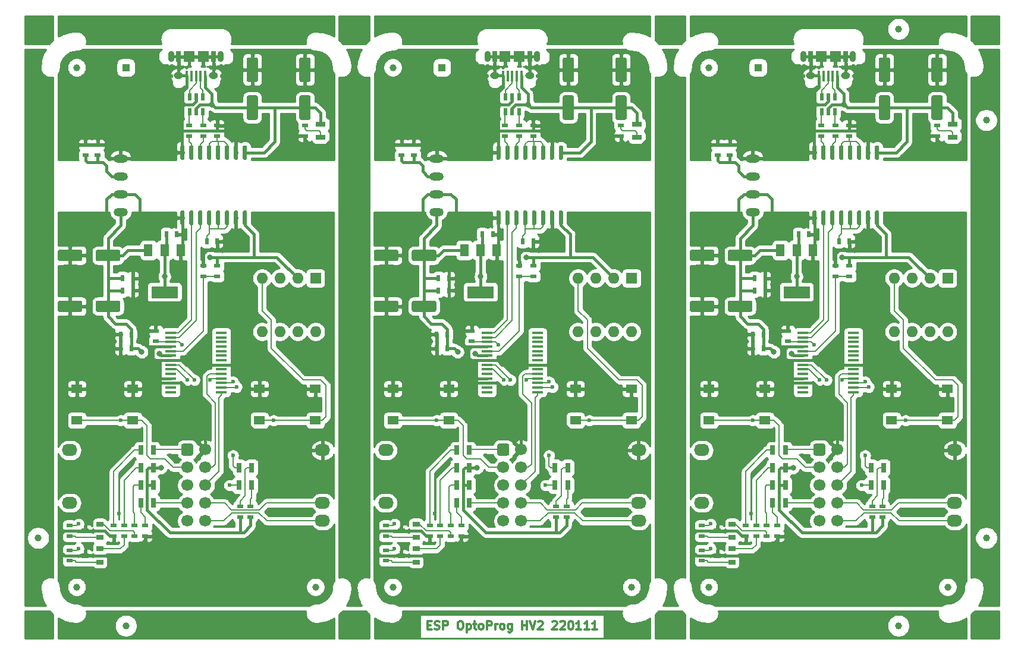
<source format=gtl>
%TF.GenerationSoftware,KiCad,Pcbnew,(5.1.10)-1*%
%TF.CreationDate,2022-01-11T14:09:39+01:00*%
%TF.ProjectId,EspOptoProg Panel,4573704f-7074-46f5-9072-6f672050616e,rev?*%
%TF.SameCoordinates,PXffb3b4c0PY4c4b40*%
%TF.FileFunction,Copper,L1,Top*%
%TF.FilePolarity,Positive*%
%FSLAX46Y46*%
G04 Gerber Fmt 4.6, Leading zero omitted, Abs format (unit mm)*
G04 Created by KiCad (PCBNEW (5.1.10)-1) date 2022-01-11 14:09:39*
%MOMM*%
%LPD*%
G01*
G04 APERTURE LIST*
%TA.AperFunction,NonConductor*%
%ADD10C,0.300000*%
%TD*%
%TA.AperFunction,SMDPad,CuDef*%
%ADD11C,1.000000*%
%TD*%
%TA.AperFunction,ComponentPad*%
%ADD12O,2.000000X1.200000*%
%TD*%
%TA.AperFunction,SMDPad,CuDef*%
%ADD13R,0.600000X0.950000*%
%TD*%
%TA.AperFunction,SMDPad,CuDef*%
%ADD14R,0.950000X0.600000*%
%TD*%
%TA.AperFunction,SMDPad,CuDef*%
%ADD15R,1.650000X0.400000*%
%TD*%
%TA.AperFunction,ComponentPad*%
%ADD16O,1.600000X1.600000*%
%TD*%
%TA.AperFunction,ComponentPad*%
%ADD17R,1.600000X1.600000*%
%TD*%
%TA.AperFunction,ComponentPad*%
%ADD18C,1.700000*%
%TD*%
%TA.AperFunction,ComponentPad*%
%ADD19O,2.200000X1.700000*%
%TD*%
%TA.AperFunction,SMDPad,CuDef*%
%ADD20R,1.000760X0.700000*%
%TD*%
%TA.AperFunction,SMDPad,CuDef*%
%ADD21R,1.000000X1.000000*%
%TD*%
%TA.AperFunction,SMDPad,CuDef*%
%ADD22R,0.800000X1.400000*%
%TD*%
%TA.AperFunction,SMDPad,CuDef*%
%ADD23R,3.799840X1.800860*%
%TD*%
%TA.AperFunction,SMDPad,CuDef*%
%ADD24R,1.300480X1.800860*%
%TD*%
%TA.AperFunction,SMDPad,CuDef*%
%ADD25R,0.700000X1.500000*%
%TD*%
%TA.AperFunction,SMDPad,CuDef*%
%ADD26R,1.500000X1.500000*%
%TD*%
%TA.AperFunction,ComponentPad*%
%ADD27O,0.900000X1.550000*%
%TD*%
%TA.AperFunction,ComponentPad*%
%ADD28O,1.300000X1.000000*%
%TD*%
%TA.AperFunction,SMDPad,CuDef*%
%ADD29R,0.450000X1.600000*%
%TD*%
%TA.AperFunction,SMDPad,CuDef*%
%ADD30R,1.550000X1.300000*%
%TD*%
%TA.AperFunction,SMDPad,CuDef*%
%ADD31R,1.400000X0.800000*%
%TD*%
%TA.AperFunction,SMDPad,CuDef*%
%ADD32R,0.599440X1.000760*%
%TD*%
%TA.AperFunction,ViaPad*%
%ADD33C,0.800000*%
%TD*%
%TA.AperFunction,ViaPad*%
%ADD34C,0.600000*%
%TD*%
%TA.AperFunction,Conductor*%
%ADD35C,0.400000*%
%TD*%
%TA.AperFunction,Conductor*%
%ADD36C,0.200000*%
%TD*%
%TA.AperFunction,NonConductor*%
%ADD37C,0.249000*%
%TD*%
%TA.AperFunction,NonConductor*%
%ADD38C,0.100000*%
%TD*%
%TA.AperFunction,Conductor*%
%ADD39C,0.249000*%
%TD*%
%TA.AperFunction,Conductor*%
%ADD40C,0.100000*%
%TD*%
G04 APERTURE END LIST*
D10*
X57942857Y2585715D02*
X58342857Y2585715D01*
X58514285Y1957143D02*
X57942857Y1957143D01*
X57942857Y3157143D01*
X58514285Y3157143D01*
X58971428Y2014286D02*
X59142857Y1957143D01*
X59428571Y1957143D01*
X59542857Y2014286D01*
X59600000Y2071429D01*
X59657142Y2185715D01*
X59657142Y2300000D01*
X59600000Y2414286D01*
X59542857Y2471429D01*
X59428571Y2528572D01*
X59200000Y2585715D01*
X59085714Y2642858D01*
X59028571Y2700000D01*
X58971428Y2814286D01*
X58971428Y2928572D01*
X59028571Y3042858D01*
X59085714Y3100000D01*
X59200000Y3157143D01*
X59485714Y3157143D01*
X59657142Y3100000D01*
X60171428Y1957143D02*
X60171428Y3157143D01*
X60628571Y3157143D01*
X60742857Y3100000D01*
X60800000Y3042858D01*
X60857142Y2928572D01*
X60857142Y2757143D01*
X60800000Y2642858D01*
X60742857Y2585715D01*
X60628571Y2528572D01*
X60171428Y2528572D01*
X62514285Y3157143D02*
X62742857Y3157143D01*
X62857142Y3100000D01*
X62971428Y2985715D01*
X63028571Y2757143D01*
X63028571Y2357143D01*
X62971428Y2128572D01*
X62857142Y2014286D01*
X62742857Y1957143D01*
X62514285Y1957143D01*
X62400000Y2014286D01*
X62285714Y2128572D01*
X62228571Y2357143D01*
X62228571Y2757143D01*
X62285714Y2985715D01*
X62400000Y3100000D01*
X62514285Y3157143D01*
X63542857Y2757143D02*
X63542857Y1557143D01*
X63542857Y2700000D02*
X63657142Y2757143D01*
X63885714Y2757143D01*
X64000000Y2700000D01*
X64057142Y2642858D01*
X64114285Y2528572D01*
X64114285Y2185715D01*
X64057142Y2071429D01*
X64000000Y2014286D01*
X63885714Y1957143D01*
X63657142Y1957143D01*
X63542857Y2014286D01*
X64457142Y2757143D02*
X64914285Y2757143D01*
X64628571Y3157143D02*
X64628571Y2128572D01*
X64685714Y2014286D01*
X64800000Y1957143D01*
X64914285Y1957143D01*
X65485714Y1957143D02*
X65371428Y2014286D01*
X65314285Y2071429D01*
X65257142Y2185715D01*
X65257142Y2528572D01*
X65314285Y2642858D01*
X65371428Y2700000D01*
X65485714Y2757143D01*
X65657142Y2757143D01*
X65771428Y2700000D01*
X65828571Y2642858D01*
X65885714Y2528572D01*
X65885714Y2185715D01*
X65828571Y2071429D01*
X65771428Y2014286D01*
X65657142Y1957143D01*
X65485714Y1957143D01*
X66400000Y1957143D02*
X66400000Y3157143D01*
X66857142Y3157143D01*
X66971428Y3100000D01*
X67028571Y3042858D01*
X67085714Y2928572D01*
X67085714Y2757143D01*
X67028571Y2642858D01*
X66971428Y2585715D01*
X66857142Y2528572D01*
X66400000Y2528572D01*
X67600000Y1957143D02*
X67600000Y2757143D01*
X67600000Y2528572D02*
X67657142Y2642858D01*
X67714285Y2700000D01*
X67828571Y2757143D01*
X67942857Y2757143D01*
X68514285Y1957143D02*
X68400000Y2014286D01*
X68342857Y2071429D01*
X68285714Y2185715D01*
X68285714Y2528572D01*
X68342857Y2642858D01*
X68400000Y2700000D01*
X68514285Y2757143D01*
X68685714Y2757143D01*
X68800000Y2700000D01*
X68857142Y2642858D01*
X68914285Y2528572D01*
X68914285Y2185715D01*
X68857142Y2071429D01*
X68800000Y2014286D01*
X68685714Y1957143D01*
X68514285Y1957143D01*
X69942857Y2757143D02*
X69942857Y1785715D01*
X69885714Y1671429D01*
X69828571Y1614286D01*
X69714285Y1557143D01*
X69542857Y1557143D01*
X69428571Y1614286D01*
X69942857Y2014286D02*
X69828571Y1957143D01*
X69600000Y1957143D01*
X69485714Y2014286D01*
X69428571Y2071429D01*
X69371428Y2185715D01*
X69371428Y2528572D01*
X69428571Y2642858D01*
X69485714Y2700000D01*
X69600000Y2757143D01*
X69828571Y2757143D01*
X69942857Y2700000D01*
X71428571Y1957143D02*
X71428571Y3157143D01*
X71428571Y2585715D02*
X72114285Y2585715D01*
X72114285Y1957143D02*
X72114285Y3157143D01*
X72514285Y3157143D02*
X72914285Y1957143D01*
X73314285Y3157143D01*
X73657142Y3042858D02*
X73714285Y3100000D01*
X73828571Y3157143D01*
X74114285Y3157143D01*
X74228571Y3100000D01*
X74285714Y3042858D01*
X74342857Y2928572D01*
X74342857Y2814286D01*
X74285714Y2642858D01*
X73600000Y1957143D01*
X74342857Y1957143D01*
X75714285Y3042858D02*
X75771428Y3100000D01*
X75885714Y3157143D01*
X76171428Y3157143D01*
X76285714Y3100000D01*
X76342857Y3042858D01*
X76400000Y2928572D01*
X76400000Y2814286D01*
X76342857Y2642858D01*
X75657142Y1957143D01*
X76400000Y1957143D01*
X76857142Y3042858D02*
X76914285Y3100000D01*
X77028571Y3157143D01*
X77314285Y3157143D01*
X77428571Y3100000D01*
X77485714Y3042858D01*
X77542857Y2928572D01*
X77542857Y2814286D01*
X77485714Y2642858D01*
X76800000Y1957143D01*
X77542857Y1957143D01*
X78285714Y3157143D02*
X78400000Y3157143D01*
X78514285Y3100000D01*
X78571428Y3042858D01*
X78628571Y2928572D01*
X78685714Y2700000D01*
X78685714Y2414286D01*
X78628571Y2185715D01*
X78571428Y2071429D01*
X78514285Y2014286D01*
X78400000Y1957143D01*
X78285714Y1957143D01*
X78171428Y2014286D01*
X78114285Y2071429D01*
X78057142Y2185715D01*
X78000000Y2414286D01*
X78000000Y2700000D01*
X78057142Y2928572D01*
X78114285Y3042858D01*
X78171428Y3100000D01*
X78285714Y3157143D01*
X79828571Y1957143D02*
X79142857Y1957143D01*
X79485714Y1957143D02*
X79485714Y3157143D01*
X79371428Y2985715D01*
X79257142Y2871429D01*
X79142857Y2814286D01*
X80971428Y1957143D02*
X80285714Y1957143D01*
X80628571Y1957143D02*
X80628571Y3157143D01*
X80514285Y2985715D01*
X80400000Y2871429D01*
X80285714Y2814286D01*
X82114285Y1957143D02*
X81428571Y1957143D01*
X81771428Y1957143D02*
X81771428Y3157143D01*
X81657142Y2985715D01*
X81542857Y2871429D01*
X81428571Y2814286D01*
D11*
%TO.P,FID_T1,0*%
%TO.N,N/C*%
X2500000Y15000000D03*
%TD*%
%TO.P,FID_T4,0*%
%TO.N,N/C*%
X137500000Y15000000D03*
%TD*%
%TO.P,FID_T5,0*%
%TO.N,N/C*%
X137500000Y74500000D03*
%TD*%
%TO.P,FID_T6,0*%
%TO.N,N/C*%
X125000000Y87500000D03*
%TD*%
%TO.P,FID_T3,0*%
%TO.N,N/C*%
X125000000Y2500000D03*
%TD*%
%TO.P,FID_T2,0*%
%TO.N,N/C*%
X15000000Y2500000D03*
%TD*%
D12*
%TO.P,U50,4*%
%TO.N,VCC*%
X14250000Y61440000D03*
%TO.P,U50,3*%
%TO.N,GND*%
X14250000Y63980000D03*
%TO.P,U50,2*%
%TO.N,VUSB*%
X14250000Y66520000D03*
%TO.P,U50,1*%
%TO.N,GND2*%
X14250000Y69060000D03*
%TD*%
D13*
%TO.P,C21,1*%
%TO.N,Net-(C21-Pad1)*%
X26500000Y57250000D03*
%TO.P,C21,2*%
%TO.N,GND*%
X28000000Y57250000D03*
%TD*%
D14*
%TO.P,C20,1*%
%TO.N,Net-(C20-Pad1)*%
X28000000Y72250000D03*
%TO.P,C20,2*%
%TO.N,GND2*%
X28000000Y73750000D03*
%TD*%
%TO.P,U20,16*%
%TO.N,VCC*%
%TA.AperFunction,SMDPad,CuDef*%
G36*
G01*
X31795000Y61625000D02*
X32095000Y61625000D01*
G75*
G02*
X32245000Y61475000I0J-150000D01*
G01*
X32245000Y59725000D01*
G75*
G02*
X32095000Y59575000I-150000J0D01*
G01*
X31795000Y59575000D01*
G75*
G02*
X31645000Y59725000I0J150000D01*
G01*
X31645000Y61475000D01*
G75*
G02*
X31795000Y61625000I150000J0D01*
G01*
G37*
%TD.AperFunction*%
%TO.P,U20,15*%
%TO.N,GND*%
%TA.AperFunction,SMDPad,CuDef*%
G36*
G01*
X30525000Y61625000D02*
X30825000Y61625000D01*
G75*
G02*
X30975000Y61475000I0J-150000D01*
G01*
X30975000Y59725000D01*
G75*
G02*
X30825000Y59575000I-150000J0D01*
G01*
X30525000Y59575000D01*
G75*
G02*
X30375000Y59725000I0J150000D01*
G01*
X30375000Y61475000D01*
G75*
G02*
X30525000Y61625000I150000J0D01*
G01*
G37*
%TD.AperFunction*%
%TO.P,U20,14*%
%TO.N,Net-(C21-Pad1)*%
%TA.AperFunction,SMDPad,CuDef*%
G36*
G01*
X29255000Y61625000D02*
X29555000Y61625000D01*
G75*
G02*
X29705000Y61475000I0J-150000D01*
G01*
X29705000Y59725000D01*
G75*
G02*
X29555000Y59575000I-150000J0D01*
G01*
X29255000Y59575000D01*
G75*
G02*
X29105000Y59725000I0J150000D01*
G01*
X29105000Y61475000D01*
G75*
G02*
X29255000Y61625000I150000J0D01*
G01*
G37*
%TD.AperFunction*%
%TO.P,U20,13*%
%TA.AperFunction,SMDPad,CuDef*%
G36*
G01*
X27985000Y61625000D02*
X28285000Y61625000D01*
G75*
G02*
X28435000Y61475000I0J-150000D01*
G01*
X28435000Y59725000D01*
G75*
G02*
X28285000Y59575000I-150000J0D01*
G01*
X27985000Y59575000D01*
G75*
G02*
X27835000Y59725000I0J150000D01*
G01*
X27835000Y61475000D01*
G75*
G02*
X27985000Y61625000I150000J0D01*
G01*
G37*
%TD.AperFunction*%
%TO.P,U20,12*%
%TA.AperFunction,SMDPad,CuDef*%
G36*
G01*
X26715000Y61625000D02*
X27015000Y61625000D01*
G75*
G02*
X27165000Y61475000I0J-150000D01*
G01*
X27165000Y59725000D01*
G75*
G02*
X27015000Y59575000I-150000J0D01*
G01*
X26715000Y59575000D01*
G75*
G02*
X26565000Y59725000I0J150000D01*
G01*
X26565000Y61475000D01*
G75*
G02*
X26715000Y61625000I150000J0D01*
G01*
G37*
%TD.AperFunction*%
%TO.P,U20,11*%
%TO.N,Net-(U20-Pad11)*%
%TA.AperFunction,SMDPad,CuDef*%
G36*
G01*
X25445000Y61625000D02*
X25745000Y61625000D01*
G75*
G02*
X25895000Y61475000I0J-150000D01*
G01*
X25895000Y59725000D01*
G75*
G02*
X25745000Y59575000I-150000J0D01*
G01*
X25445000Y59575000D01*
G75*
G02*
X25295000Y59725000I0J150000D01*
G01*
X25295000Y61475000D01*
G75*
G02*
X25445000Y61625000I150000J0D01*
G01*
G37*
%TD.AperFunction*%
%TO.P,U20,10*%
%TO.N,Net-(U20-Pad10)*%
%TA.AperFunction,SMDPad,CuDef*%
G36*
G01*
X24175000Y61625000D02*
X24475000Y61625000D01*
G75*
G02*
X24625000Y61475000I0J-150000D01*
G01*
X24625000Y59725000D01*
G75*
G02*
X24475000Y59575000I-150000J0D01*
G01*
X24175000Y59575000D01*
G75*
G02*
X24025000Y59725000I0J150000D01*
G01*
X24025000Y61475000D01*
G75*
G02*
X24175000Y61625000I150000J0D01*
G01*
G37*
%TD.AperFunction*%
%TO.P,U20,9*%
%TO.N,GND*%
%TA.AperFunction,SMDPad,CuDef*%
G36*
G01*
X22905000Y61625000D02*
X23205000Y61625000D01*
G75*
G02*
X23355000Y61475000I0J-150000D01*
G01*
X23355000Y59725000D01*
G75*
G02*
X23205000Y59575000I-150000J0D01*
G01*
X22905000Y59575000D01*
G75*
G02*
X22755000Y59725000I0J150000D01*
G01*
X22755000Y61475000D01*
G75*
G02*
X22905000Y61625000I150000J0D01*
G01*
G37*
%TD.AperFunction*%
%TO.P,U20,8*%
%TO.N,GND2*%
%TA.AperFunction,SMDPad,CuDef*%
G36*
G01*
X22905000Y70925000D02*
X23205000Y70925000D01*
G75*
G02*
X23355000Y70775000I0J-150000D01*
G01*
X23355000Y69025000D01*
G75*
G02*
X23205000Y68875000I-150000J0D01*
G01*
X22905000Y68875000D01*
G75*
G02*
X22755000Y69025000I0J150000D01*
G01*
X22755000Y70775000D01*
G75*
G02*
X22905000Y70925000I150000J0D01*
G01*
G37*
%TD.AperFunction*%
%TO.P,U20,7*%
%TO.N,Net-(R11-Pad2)*%
%TA.AperFunction,SMDPad,CuDef*%
G36*
G01*
X24175000Y70925000D02*
X24475000Y70925000D01*
G75*
G02*
X24625000Y70775000I0J-150000D01*
G01*
X24625000Y69025000D01*
G75*
G02*
X24475000Y68875000I-150000J0D01*
G01*
X24175000Y68875000D01*
G75*
G02*
X24025000Y69025000I0J150000D01*
G01*
X24025000Y70775000D01*
G75*
G02*
X24175000Y70925000I150000J0D01*
G01*
G37*
%TD.AperFunction*%
%TO.P,U20,6*%
%TO.N,Net-(R10-Pad2)*%
%TA.AperFunction,SMDPad,CuDef*%
G36*
G01*
X25445000Y70925000D02*
X25745000Y70925000D01*
G75*
G02*
X25895000Y70775000I0J-150000D01*
G01*
X25895000Y69025000D01*
G75*
G02*
X25745000Y68875000I-150000J0D01*
G01*
X25445000Y68875000D01*
G75*
G02*
X25295000Y69025000I0J150000D01*
G01*
X25295000Y70775000D01*
G75*
G02*
X25445000Y70925000I150000J0D01*
G01*
G37*
%TD.AperFunction*%
%TO.P,U20,5*%
%TO.N,Net-(C20-Pad1)*%
%TA.AperFunction,SMDPad,CuDef*%
G36*
G01*
X26715000Y70925000D02*
X27015000Y70925000D01*
G75*
G02*
X27165000Y70775000I0J-150000D01*
G01*
X27165000Y69025000D01*
G75*
G02*
X27015000Y68875000I-150000J0D01*
G01*
X26715000Y68875000D01*
G75*
G02*
X26565000Y69025000I0J150000D01*
G01*
X26565000Y70775000D01*
G75*
G02*
X26715000Y70925000I150000J0D01*
G01*
G37*
%TD.AperFunction*%
%TO.P,U20,4*%
%TA.AperFunction,SMDPad,CuDef*%
G36*
G01*
X27985000Y70925000D02*
X28285000Y70925000D01*
G75*
G02*
X28435000Y70775000I0J-150000D01*
G01*
X28435000Y69025000D01*
G75*
G02*
X28285000Y68875000I-150000J0D01*
G01*
X27985000Y68875000D01*
G75*
G02*
X27835000Y69025000I0J150000D01*
G01*
X27835000Y70775000D01*
G75*
G02*
X27985000Y70925000I150000J0D01*
G01*
G37*
%TD.AperFunction*%
%TO.P,U20,3*%
%TA.AperFunction,SMDPad,CuDef*%
G36*
G01*
X29255000Y70925000D02*
X29555000Y70925000D01*
G75*
G02*
X29705000Y70775000I0J-150000D01*
G01*
X29705000Y69025000D01*
G75*
G02*
X29555000Y68875000I-150000J0D01*
G01*
X29255000Y68875000D01*
G75*
G02*
X29105000Y69025000I0J150000D01*
G01*
X29105000Y70775000D01*
G75*
G02*
X29255000Y70925000I150000J0D01*
G01*
G37*
%TD.AperFunction*%
%TO.P,U20,2*%
%TO.N,GND2*%
%TA.AperFunction,SMDPad,CuDef*%
G36*
G01*
X30525000Y70925000D02*
X30825000Y70925000D01*
G75*
G02*
X30975000Y70775000I0J-150000D01*
G01*
X30975000Y69025000D01*
G75*
G02*
X30825000Y68875000I-150000J0D01*
G01*
X30525000Y68875000D01*
G75*
G02*
X30375000Y69025000I0J150000D01*
G01*
X30375000Y70775000D01*
G75*
G02*
X30525000Y70925000I150000J0D01*
G01*
G37*
%TD.AperFunction*%
%TO.P,U20,1*%
%TO.N,VUSB*%
%TA.AperFunction,SMDPad,CuDef*%
G36*
G01*
X31795000Y70925000D02*
X32095000Y70925000D01*
G75*
G02*
X32245000Y70775000I0J-150000D01*
G01*
X32245000Y69025000D01*
G75*
G02*
X32095000Y68875000I-150000J0D01*
G01*
X31795000Y68875000D01*
G75*
G02*
X31645000Y69025000I0J150000D01*
G01*
X31645000Y70775000D01*
G75*
G02*
X31795000Y70925000I150000J0D01*
G01*
G37*
%TD.AperFunction*%
%TD*%
D11*
%TO.P,FID3,0*%
%TO.N,N/C*%
X42000000Y8000000D03*
%TD*%
%TO.P,FID2,0*%
%TO.N,N/C*%
X8000000Y8000000D03*
%TD*%
%TO.P,FID1,0*%
%TO.N,N/C*%
X8000000Y82000000D03*
%TD*%
D15*
%TO.P,U30,17*%
%TO.N,Net-(C30-Pad1)*%
X21400000Y42925000D03*
%TO.P,U30,16*%
%TO.N,Net-(U20-Pad11)*%
X21400000Y43575000D03*
%TO.P,U30,15*%
%TO.N,Net-(U20-Pad10)*%
X21400000Y44225000D03*
%TO.P,U30,14*%
%TO.N,N/C*%
X28600000Y44225000D03*
%TO.P,U30,13*%
X28600000Y43575000D03*
%TO.P,U30,12*%
X28600000Y42925000D03*
%TO.P,U30,3*%
%TO.N,Net-(J30-Pad6)*%
X28600000Y37075000D03*
%TO.P,U30,2*%
%TO.N,Net-(J30-Pad5)*%
X28600000Y36425000D03*
%TO.P,U30,1*%
%TO.N,Net-(J40-Pad6)*%
X28600000Y35775000D03*
%TO.P,U30,28*%
%TO.N,N/C*%
X21400000Y35775000D03*
%TO.P,U30,27*%
X21400000Y36425000D03*
%TO.P,U30,26*%
%TO.N,GND*%
X21400000Y37075000D03*
%TO.P,U30,24*%
%TO.N,N/C*%
X21400000Y38375000D03*
%TO.P,U30,11*%
X28600000Y42275000D03*
%TO.P,U30,23*%
%TO.N,Net-(D30-Pad1)*%
X21400000Y39025000D03*
%TO.P,U30,22*%
%TO.N,Net-(D31-Pad1)*%
X21400000Y39675000D03*
%TO.P,U30,21*%
%TO.N,GND*%
X21400000Y40325000D03*
%TO.P,U30,20*%
%TO.N,VCC*%
X21400000Y40975000D03*
%TO.P,U30,19*%
%TO.N,Net-(R30-Pad2)*%
X21400000Y41625000D03*
%TO.P,U30,18*%
%TO.N,GND*%
X21400000Y42275000D03*
%TO.P,U30,6*%
%TO.N,N/C*%
X28600000Y39025000D03*
%TO.P,U30,5*%
%TO.N,Net-(J40-Pad4)*%
X28600000Y38375000D03*
%TO.P,U30,4*%
%TO.N,Net-(C30-Pad1)*%
X28600000Y37725000D03*
%TO.P,U30,25*%
%TO.N,GND*%
X21400000Y37725000D03*
%TO.P,U30,10*%
%TO.N,N/C*%
X28600000Y41625000D03*
%TO.P,U30,9*%
X28600000Y40975000D03*
%TO.P,U30,8*%
X28600000Y40325000D03*
%TO.P,U30,7*%
%TO.N,GND*%
X28600000Y39675000D03*
%TD*%
%TO.P,C53,2*%
%TO.N,GND2*%
%TA.AperFunction,SMDPad,CuDef*%
G36*
G01*
X41050000Y79950000D02*
X39950000Y79950000D01*
G75*
G02*
X39700000Y80200000I0J250000D01*
G01*
X39700000Y83200000D01*
G75*
G02*
X39950000Y83450000I250000J0D01*
G01*
X41050000Y83450000D01*
G75*
G02*
X41300000Y83200000I0J-250000D01*
G01*
X41300000Y80200000D01*
G75*
G02*
X41050000Y79950000I-250000J0D01*
G01*
G37*
%TD.AperFunction*%
%TO.P,C53,1*%
%TO.N,VUSB*%
%TA.AperFunction,SMDPad,CuDef*%
G36*
G01*
X41050000Y74550000D02*
X39950000Y74550000D01*
G75*
G02*
X39700000Y74800000I0J250000D01*
G01*
X39700000Y77800000D01*
G75*
G02*
X39950000Y78050000I250000J0D01*
G01*
X41050000Y78050000D01*
G75*
G02*
X41300000Y77800000I0J-250000D01*
G01*
X41300000Y74800000D01*
G75*
G02*
X41050000Y74550000I-250000J0D01*
G01*
G37*
%TD.AperFunction*%
%TD*%
D16*
%TO.P,J30,8*%
%TO.N,Net-(D72-Pad2)*%
X42000000Y44380000D03*
%TO.P,J30,4*%
%TO.N,Net-(J30-Pad4)*%
X34380000Y52000000D03*
%TO.P,J30,7*%
%TO.N,Net-(D71-Pad2)*%
X39460000Y44380000D03*
%TO.P,J30,3*%
%TO.N,Net-(J30-Pad3)*%
X36920000Y52000000D03*
%TO.P,J30,6*%
%TO.N,Net-(J30-Pad6)*%
X36920000Y44380000D03*
%TO.P,J30,2*%
%TO.N,VCC*%
X39460000Y52000000D03*
%TO.P,J30,5*%
%TO.N,Net-(J30-Pad5)*%
X34380000Y44380000D03*
D17*
%TO.P,J30,1*%
%TO.N,3V3*%
X42000000Y52000000D03*
%TD*%
D18*
%TO.P,J40,10*%
%TO.N,Net-(J40-Pad10)*%
X26270000Y17420000D03*
%TO.P,J40,8*%
%TO.N,Net-(J40-Pad8)*%
X26270000Y19960000D03*
%TO.P,J40,6*%
%TO.N,Net-(J40-Pad6)*%
X26270000Y22500000D03*
%TO.P,J40,4*%
%TO.N,Net-(J40-Pad4)*%
X26270000Y25040000D03*
%TO.P,J40,2*%
%TO.N,GND*%
X26270000Y27580000D03*
%TO.P,J40,9*%
%TO.N,N/C*%
X23730000Y17420000D03*
%TO.P,J40,7*%
%TO.N,Net-(D71-Pad2)*%
X23730000Y19960000D03*
%TO.P,J40,5*%
%TO.N,Net-(J30-Pad4)*%
X23730000Y22500000D03*
%TO.P,J40,3*%
%TO.N,Net-(J30-Pad3)*%
X23730000Y25040000D03*
%TO.P,J40,1*%
%TO.N,Net-(D72-Pad2)*%
%TA.AperFunction,ComponentPad*%
G36*
G01*
X22880000Y26980000D02*
X22880000Y28180000D01*
G75*
G02*
X23130000Y28430000I250000J0D01*
G01*
X24330000Y28430000D01*
G75*
G02*
X24580000Y28180000I0J-250000D01*
G01*
X24580000Y26980000D01*
G75*
G02*
X24330000Y26730000I-250000J0D01*
G01*
X23130000Y26730000D01*
G75*
G02*
X22880000Y26980000I0J250000D01*
G01*
G37*
%TD.AperFunction*%
%TD*%
D13*
%TO.P,C57,1*%
%TO.N,VCC*%
X15750000Y44000000D03*
%TO.P,C57,2*%
%TO.N,GND*%
X14250000Y44000000D03*
%TD*%
%TO.P,C56,1*%
%TO.N,VCC*%
X15750000Y42000000D03*
%TO.P,C56,2*%
%TO.N,GND*%
X14250000Y42000000D03*
%TD*%
%TO.P,C55,2*%
%TO.N,GND*%
%TA.AperFunction,SMDPad,CuDef*%
G36*
G01*
X8800000Y48550000D02*
X8800000Y47450000D01*
G75*
G02*
X8550000Y47200000I-250000J0D01*
G01*
X5550000Y47200000D01*
G75*
G02*
X5300000Y47450000I0J250000D01*
G01*
X5300000Y48550000D01*
G75*
G02*
X5550000Y48800000I250000J0D01*
G01*
X8550000Y48800000D01*
G75*
G02*
X8800000Y48550000I0J-250000D01*
G01*
G37*
%TD.AperFunction*%
%TO.P,C55,1*%
%TO.N,VCC*%
%TA.AperFunction,SMDPad,CuDef*%
G36*
G01*
X14200000Y48550000D02*
X14200000Y47450000D01*
G75*
G02*
X13950000Y47200000I-250000J0D01*
G01*
X10950000Y47200000D01*
G75*
G02*
X10700000Y47450000I0J250000D01*
G01*
X10700000Y48550000D01*
G75*
G02*
X10950000Y48800000I250000J0D01*
G01*
X13950000Y48800000D01*
G75*
G02*
X14200000Y48550000I0J-250000D01*
G01*
G37*
%TD.AperFunction*%
%TD*%
%TO.P,C54,2*%
%TO.N,GND*%
%TA.AperFunction,SMDPad,CuDef*%
G36*
G01*
X8800000Y55800000D02*
X8800000Y54700000D01*
G75*
G02*
X8550000Y54450000I-250000J0D01*
G01*
X5550000Y54450000D01*
G75*
G02*
X5300000Y54700000I0J250000D01*
G01*
X5300000Y55800000D01*
G75*
G02*
X5550000Y56050000I250000J0D01*
G01*
X8550000Y56050000D01*
G75*
G02*
X8800000Y55800000I0J-250000D01*
G01*
G37*
%TD.AperFunction*%
%TO.P,C54,1*%
%TO.N,VCC*%
%TA.AperFunction,SMDPad,CuDef*%
G36*
G01*
X14200000Y55800000D02*
X14200000Y54700000D01*
G75*
G02*
X13950000Y54450000I-250000J0D01*
G01*
X10950000Y54450000D01*
G75*
G02*
X10700000Y54700000I0J250000D01*
G01*
X10700000Y55800000D01*
G75*
G02*
X10950000Y56050000I250000J0D01*
G01*
X13950000Y56050000D01*
G75*
G02*
X14200000Y55800000I0J-250000D01*
G01*
G37*
%TD.AperFunction*%
%TD*%
%TO.P,C52,2*%
%TO.N,GND2*%
%TA.AperFunction,SMDPad,CuDef*%
G36*
G01*
X33550000Y79950000D02*
X32450000Y79950000D01*
G75*
G02*
X32200000Y80200000I0J250000D01*
G01*
X32200000Y83200000D01*
G75*
G02*
X32450000Y83450000I250000J0D01*
G01*
X33550000Y83450000D01*
G75*
G02*
X33800000Y83200000I0J-250000D01*
G01*
X33800000Y80200000D01*
G75*
G02*
X33550000Y79950000I-250000J0D01*
G01*
G37*
%TD.AperFunction*%
%TO.P,C52,1*%
%TO.N,VUSB*%
%TA.AperFunction,SMDPad,CuDef*%
G36*
G01*
X33550000Y74550000D02*
X32450000Y74550000D01*
G75*
G02*
X32200000Y74800000I0J250000D01*
G01*
X32200000Y77800000D01*
G75*
G02*
X32450000Y78050000I250000J0D01*
G01*
X33550000Y78050000D01*
G75*
G02*
X33800000Y77800000I0J-250000D01*
G01*
X33800000Y74800000D01*
G75*
G02*
X33550000Y74550000I-250000J0D01*
G01*
G37*
%TD.AperFunction*%
%TD*%
D19*
%TO.P,TP45,1*%
%TO.N,VCC*%
X7000000Y20000000D03*
%TD*%
%TO.P,TP44,1*%
%TO.N,3V3*%
X7000000Y27500000D03*
%TD*%
D20*
%TO.P,T71,3*%
%TO.N,Net-(R76-Pad1)*%
X11306640Y13452500D03*
%TO.P,T71,2*%
%TO.N,GND*%
X9193360Y12500000D03*
%TO.P,T71,1*%
%TO.N,Net-(R75-Pad2)*%
X11306640Y11547500D03*
%TD*%
%TO.P,T70,3*%
%TO.N,Net-(R74-Pad1)*%
X11306640Y16952500D03*
%TO.P,T70,2*%
%TO.N,GND*%
X9193360Y16000000D03*
%TO.P,T70,1*%
%TO.N,Net-(R73-Pad2)*%
X11306640Y15047500D03*
%TD*%
D21*
%TO.P,SKIP1,0*%
%TO.N,N/C*%
X15000000Y82000000D03*
%TD*%
D14*
%TO.P,R76,2*%
%TO.N,Net-(D74-Pad1)*%
X14750000Y16750000D03*
%TO.P,R76,1*%
%TO.N,Net-(R76-Pad1)*%
X14750000Y15250000D03*
%TD*%
%TO.P,R75,2*%
%TO.N,Net-(R75-Pad2)*%
X7000000Y11750000D03*
%TO.P,R75,1*%
%TO.N,Net-(J30-Pad3)*%
X7000000Y13250000D03*
%TD*%
%TO.P,R74,2*%
%TO.N,Net-(D73-Pad1)*%
X16250000Y16750000D03*
%TO.P,R74,1*%
%TO.N,Net-(R74-Pad1)*%
X16250000Y15250000D03*
%TD*%
%TO.P,R73,2*%
%TO.N,Net-(R73-Pad2)*%
X7000000Y15250000D03*
%TO.P,R73,1*%
%TO.N,Net-(J30-Pad4)*%
X7000000Y16750000D03*
%TD*%
D22*
%TO.P,D74,2*%
%TO.N,3V3*%
X18900000Y25000000D03*
%TO.P,D74,1*%
%TO.N,Net-(D74-Pad1)*%
X17100000Y25000000D03*
%TD*%
%TO.P,D73,2*%
%TO.N,3V3*%
X18900000Y22500000D03*
%TO.P,D73,1*%
%TO.N,Net-(D73-Pad1)*%
X17100000Y22500000D03*
%TD*%
D19*
%TO.P,TP43,1*%
%TO.N,Net-(J40-Pad10)*%
X43000000Y17500000D03*
%TD*%
%TO.P,TP42,1*%
%TO.N,Net-(J40-Pad8)*%
X43000000Y20000000D03*
%TD*%
%TO.P,TP41,1*%
%TO.N,GND*%
X43000000Y27500000D03*
%TD*%
D23*
%TO.P,U60,4*%
%TO.N,3V3*%
X20500000Y50000260D03*
D24*
%TO.P,U60,3*%
%TO.N,VCC*%
X18198760Y55999740D03*
%TO.P,U60,2*%
%TO.N,3V3*%
X20500000Y55999740D03*
%TO.P,U60,1*%
%TO.N,GND*%
X22801240Y55999740D03*
%TD*%
D14*
%TO.P,R72,2*%
%TO.N,Net-(D72-Pad1)*%
X13250000Y16750000D03*
%TO.P,R72,1*%
%TO.N,GND*%
X13250000Y15250000D03*
%TD*%
%TO.P,R71,2*%
%TO.N,Net-(D71-Pad1)*%
X17750000Y16750000D03*
%TO.P,R71,1*%
%TO.N,GND*%
X17750000Y15250000D03*
%TD*%
%TO.P,R70,2*%
%TO.N,Net-(D70-Pad1)*%
X40500000Y73750000D03*
%TO.P,R70,1*%
%TO.N,GND2*%
X40500000Y72250000D03*
%TD*%
%TO.P,R33,2*%
%TO.N,3V3*%
X31250000Y18000000D03*
%TO.P,R33,1*%
%TO.N,Net-(D31-Pad2)*%
X31250000Y19500000D03*
%TD*%
%TO.P,R32,2*%
%TO.N,3V3*%
X32750000Y18000000D03*
%TO.P,R32,1*%
%TO.N,Net-(D30-Pad2)*%
X32750000Y19500000D03*
%TD*%
%TO.P,R31,2*%
%TO.N,GND*%
X26000000Y53750000D03*
%TO.P,R31,1*%
%TO.N,Net-(R30-Pad2)*%
X26000000Y52250000D03*
%TD*%
%TO.P,R30,2*%
%TO.N,Net-(R30-Pad2)*%
X28000000Y52250000D03*
%TO.P,R30,1*%
%TO.N,VCC*%
X28000000Y53750000D03*
%TD*%
%TO.P,R11,2*%
%TO.N,Net-(R11-Pad2)*%
X24000000Y72250000D03*
%TO.P,R11,1*%
%TO.N,Net-(D10-Pad4)*%
X24000000Y73750000D03*
%TD*%
%TO.P,R10,2*%
%TO.N,Net-(R10-Pad2)*%
X26000000Y72250000D03*
%TO.P,R10,1*%
%TO.N,Net-(D10-Pad6)*%
X26000000Y73750000D03*
%TD*%
D25*
%TO.P,K10,6*%
%TO.N,GND2*%
X27500000Y83550000D03*
X22500000Y83550000D03*
D26*
X26000000Y83550000D03*
X24000000Y83550000D03*
D27*
X21500000Y83550000D03*
D28*
X27500000Y80850000D03*
X22500000Y80850000D03*
D27*
X28500000Y83550000D03*
D29*
%TO.P,K10,5*%
X23700000Y80750000D03*
%TO.P,K10,4*%
%TO.N,N/C*%
X24350000Y80750000D03*
%TO.P,K10,3*%
%TO.N,Net-(D10-Pad3)*%
X25000000Y80750000D03*
%TO.P,K10,2*%
%TO.N,Net-(D10-Pad1)*%
X25650000Y80750000D03*
%TO.P,K10,1*%
%TO.N,VUSB*%
X26300000Y80750000D03*
%TD*%
D30*
%TO.P,J32,2*%
%TO.N,GND*%
X34020000Y36250000D03*
%TO.P,J32,1*%
%TO.N,Net-(J30-Pad4)*%
X34020000Y31750000D03*
X41980000Y31750000D03*
%TO.P,J32,2*%
%TO.N,GND*%
X41980000Y36250000D03*
%TD*%
%TO.P,J31,2*%
%TO.N,GND*%
X8020000Y36250000D03*
%TO.P,J31,1*%
%TO.N,Net-(J30-Pad3)*%
X8020000Y31750000D03*
X15980000Y31750000D03*
%TO.P,J31,2*%
%TO.N,GND*%
X15980000Y36250000D03*
%TD*%
D22*
%TO.P,D72,2*%
%TO.N,Net-(D72-Pad2)*%
X18900000Y27500000D03*
%TO.P,D72,1*%
%TO.N,Net-(D72-Pad1)*%
X17100000Y27500000D03*
%TD*%
%TO.P,D71,2*%
%TO.N,Net-(D71-Pad2)*%
X18900000Y20000000D03*
%TO.P,D71,1*%
%TO.N,Net-(D71-Pad1)*%
X17100000Y20000000D03*
%TD*%
D31*
%TO.P,D70,2*%
%TO.N,VUSB*%
X42750000Y73900000D03*
%TO.P,D70,1*%
%TO.N,Net-(D70-Pad1)*%
X42750000Y72100000D03*
%TD*%
D22*
%TO.P,D31,2*%
%TO.N,Net-(D31-Pad2)*%
X32900000Y25000000D03*
%TO.P,D31,1*%
%TO.N,Net-(D31-Pad1)*%
X31100000Y25000000D03*
%TD*%
%TO.P,D30,2*%
%TO.N,Net-(D30-Pad2)*%
X32900000Y22500000D03*
%TO.P,D30,1*%
%TO.N,Net-(D30-Pad1)*%
X31100000Y22500000D03*
%TD*%
D32*
%TO.P,D10,5*%
%TO.N,VUSB*%
X25000000Y75693360D03*
%TO.P,D10,6*%
%TO.N,Net-(D10-Pad6)*%
X25952500Y75693360D03*
%TO.P,D10,4*%
%TO.N,Net-(D10-Pad4)*%
X24047500Y75693360D03*
%TO.P,D10,2*%
%TO.N,GND2*%
X25000000Y77806640D03*
%TO.P,D10,3*%
%TO.N,Net-(D10-Pad3)*%
X24047500Y77806640D03*
%TO.P,D10,1*%
%TO.N,Net-(D10-Pad1)*%
X25952500Y77806640D03*
%TD*%
D13*
%TO.P,C62,1*%
%TO.N,3V3*%
X20750000Y58250000D03*
%TO.P,C62,2*%
%TO.N,GND*%
X22250000Y58250000D03*
%TD*%
%TO.P,C61,1*%
%TO.N,VCC*%
X14500000Y52000000D03*
%TO.P,C61,2*%
%TO.N,GND*%
X16000000Y52000000D03*
%TD*%
%TO.P,C60,1*%
%TO.N,VCC*%
X14500000Y50250000D03*
%TO.P,C60,2*%
%TO.N,GND*%
X16000000Y50250000D03*
%TD*%
D14*
%TO.P,C51,1*%
%TO.N,VUSB*%
X11000000Y69500000D03*
%TO.P,C51,2*%
%TO.N,GND2*%
X11000000Y71000000D03*
%TD*%
%TO.P,C50,1*%
%TO.N,VUSB*%
X9250000Y69500000D03*
%TO.P,C50,2*%
%TO.N,GND2*%
X9250000Y71000000D03*
%TD*%
%TO.P,C30,1*%
%TO.N,Net-(C30-Pad1)*%
X19250000Y43000000D03*
%TO.P,C30,2*%
%TO.N,GND*%
X19250000Y44500000D03*
%TD*%
D12*
%TO.P,U50,4*%
%TO.N,VCC*%
X59250000Y61440000D03*
%TO.P,U50,3*%
%TO.N,GND*%
X59250000Y63980000D03*
%TO.P,U50,2*%
%TO.N,VUSB*%
X59250000Y66520000D03*
%TO.P,U50,1*%
%TO.N,GND2*%
X59250000Y69060000D03*
%TD*%
D13*
%TO.P,C21,1*%
%TO.N,Net-(C21-Pad1)*%
X71500000Y57250000D03*
%TO.P,C21,2*%
%TO.N,GND*%
X73000000Y57250000D03*
%TD*%
D14*
%TO.P,C20,1*%
%TO.N,Net-(C20-Pad1)*%
X73000000Y72250000D03*
%TO.P,C20,2*%
%TO.N,GND2*%
X73000000Y73750000D03*
%TD*%
%TO.P,U20,16*%
%TO.N,VCC*%
%TA.AperFunction,SMDPad,CuDef*%
G36*
G01*
X76795000Y61625000D02*
X77095000Y61625000D01*
G75*
G02*
X77245000Y61475000I0J-150000D01*
G01*
X77245000Y59725000D01*
G75*
G02*
X77095000Y59575000I-150000J0D01*
G01*
X76795000Y59575000D01*
G75*
G02*
X76645000Y59725000I0J150000D01*
G01*
X76645000Y61475000D01*
G75*
G02*
X76795000Y61625000I150000J0D01*
G01*
G37*
%TD.AperFunction*%
%TO.P,U20,15*%
%TO.N,GND*%
%TA.AperFunction,SMDPad,CuDef*%
G36*
G01*
X75525000Y61625000D02*
X75825000Y61625000D01*
G75*
G02*
X75975000Y61475000I0J-150000D01*
G01*
X75975000Y59725000D01*
G75*
G02*
X75825000Y59575000I-150000J0D01*
G01*
X75525000Y59575000D01*
G75*
G02*
X75375000Y59725000I0J150000D01*
G01*
X75375000Y61475000D01*
G75*
G02*
X75525000Y61625000I150000J0D01*
G01*
G37*
%TD.AperFunction*%
%TO.P,U20,14*%
%TO.N,Net-(C21-Pad1)*%
%TA.AperFunction,SMDPad,CuDef*%
G36*
G01*
X74255000Y61625000D02*
X74555000Y61625000D01*
G75*
G02*
X74705000Y61475000I0J-150000D01*
G01*
X74705000Y59725000D01*
G75*
G02*
X74555000Y59575000I-150000J0D01*
G01*
X74255000Y59575000D01*
G75*
G02*
X74105000Y59725000I0J150000D01*
G01*
X74105000Y61475000D01*
G75*
G02*
X74255000Y61625000I150000J0D01*
G01*
G37*
%TD.AperFunction*%
%TO.P,U20,13*%
%TA.AperFunction,SMDPad,CuDef*%
G36*
G01*
X72985000Y61625000D02*
X73285000Y61625000D01*
G75*
G02*
X73435000Y61475000I0J-150000D01*
G01*
X73435000Y59725000D01*
G75*
G02*
X73285000Y59575000I-150000J0D01*
G01*
X72985000Y59575000D01*
G75*
G02*
X72835000Y59725000I0J150000D01*
G01*
X72835000Y61475000D01*
G75*
G02*
X72985000Y61625000I150000J0D01*
G01*
G37*
%TD.AperFunction*%
%TO.P,U20,12*%
%TA.AperFunction,SMDPad,CuDef*%
G36*
G01*
X71715000Y61625000D02*
X72015000Y61625000D01*
G75*
G02*
X72165000Y61475000I0J-150000D01*
G01*
X72165000Y59725000D01*
G75*
G02*
X72015000Y59575000I-150000J0D01*
G01*
X71715000Y59575000D01*
G75*
G02*
X71565000Y59725000I0J150000D01*
G01*
X71565000Y61475000D01*
G75*
G02*
X71715000Y61625000I150000J0D01*
G01*
G37*
%TD.AperFunction*%
%TO.P,U20,11*%
%TO.N,Net-(U20-Pad11)*%
%TA.AperFunction,SMDPad,CuDef*%
G36*
G01*
X70445000Y61625000D02*
X70745000Y61625000D01*
G75*
G02*
X70895000Y61475000I0J-150000D01*
G01*
X70895000Y59725000D01*
G75*
G02*
X70745000Y59575000I-150000J0D01*
G01*
X70445000Y59575000D01*
G75*
G02*
X70295000Y59725000I0J150000D01*
G01*
X70295000Y61475000D01*
G75*
G02*
X70445000Y61625000I150000J0D01*
G01*
G37*
%TD.AperFunction*%
%TO.P,U20,10*%
%TO.N,Net-(U20-Pad10)*%
%TA.AperFunction,SMDPad,CuDef*%
G36*
G01*
X69175000Y61625000D02*
X69475000Y61625000D01*
G75*
G02*
X69625000Y61475000I0J-150000D01*
G01*
X69625000Y59725000D01*
G75*
G02*
X69475000Y59575000I-150000J0D01*
G01*
X69175000Y59575000D01*
G75*
G02*
X69025000Y59725000I0J150000D01*
G01*
X69025000Y61475000D01*
G75*
G02*
X69175000Y61625000I150000J0D01*
G01*
G37*
%TD.AperFunction*%
%TO.P,U20,9*%
%TO.N,GND*%
%TA.AperFunction,SMDPad,CuDef*%
G36*
G01*
X67905000Y61625000D02*
X68205000Y61625000D01*
G75*
G02*
X68355000Y61475000I0J-150000D01*
G01*
X68355000Y59725000D01*
G75*
G02*
X68205000Y59575000I-150000J0D01*
G01*
X67905000Y59575000D01*
G75*
G02*
X67755000Y59725000I0J150000D01*
G01*
X67755000Y61475000D01*
G75*
G02*
X67905000Y61625000I150000J0D01*
G01*
G37*
%TD.AperFunction*%
%TO.P,U20,8*%
%TO.N,GND2*%
%TA.AperFunction,SMDPad,CuDef*%
G36*
G01*
X67905000Y70925000D02*
X68205000Y70925000D01*
G75*
G02*
X68355000Y70775000I0J-150000D01*
G01*
X68355000Y69025000D01*
G75*
G02*
X68205000Y68875000I-150000J0D01*
G01*
X67905000Y68875000D01*
G75*
G02*
X67755000Y69025000I0J150000D01*
G01*
X67755000Y70775000D01*
G75*
G02*
X67905000Y70925000I150000J0D01*
G01*
G37*
%TD.AperFunction*%
%TO.P,U20,7*%
%TO.N,Net-(R11-Pad2)*%
%TA.AperFunction,SMDPad,CuDef*%
G36*
G01*
X69175000Y70925000D02*
X69475000Y70925000D01*
G75*
G02*
X69625000Y70775000I0J-150000D01*
G01*
X69625000Y69025000D01*
G75*
G02*
X69475000Y68875000I-150000J0D01*
G01*
X69175000Y68875000D01*
G75*
G02*
X69025000Y69025000I0J150000D01*
G01*
X69025000Y70775000D01*
G75*
G02*
X69175000Y70925000I150000J0D01*
G01*
G37*
%TD.AperFunction*%
%TO.P,U20,6*%
%TO.N,Net-(R10-Pad2)*%
%TA.AperFunction,SMDPad,CuDef*%
G36*
G01*
X70445000Y70925000D02*
X70745000Y70925000D01*
G75*
G02*
X70895000Y70775000I0J-150000D01*
G01*
X70895000Y69025000D01*
G75*
G02*
X70745000Y68875000I-150000J0D01*
G01*
X70445000Y68875000D01*
G75*
G02*
X70295000Y69025000I0J150000D01*
G01*
X70295000Y70775000D01*
G75*
G02*
X70445000Y70925000I150000J0D01*
G01*
G37*
%TD.AperFunction*%
%TO.P,U20,5*%
%TO.N,Net-(C20-Pad1)*%
%TA.AperFunction,SMDPad,CuDef*%
G36*
G01*
X71715000Y70925000D02*
X72015000Y70925000D01*
G75*
G02*
X72165000Y70775000I0J-150000D01*
G01*
X72165000Y69025000D01*
G75*
G02*
X72015000Y68875000I-150000J0D01*
G01*
X71715000Y68875000D01*
G75*
G02*
X71565000Y69025000I0J150000D01*
G01*
X71565000Y70775000D01*
G75*
G02*
X71715000Y70925000I150000J0D01*
G01*
G37*
%TD.AperFunction*%
%TO.P,U20,4*%
%TA.AperFunction,SMDPad,CuDef*%
G36*
G01*
X72985000Y70925000D02*
X73285000Y70925000D01*
G75*
G02*
X73435000Y70775000I0J-150000D01*
G01*
X73435000Y69025000D01*
G75*
G02*
X73285000Y68875000I-150000J0D01*
G01*
X72985000Y68875000D01*
G75*
G02*
X72835000Y69025000I0J150000D01*
G01*
X72835000Y70775000D01*
G75*
G02*
X72985000Y70925000I150000J0D01*
G01*
G37*
%TD.AperFunction*%
%TO.P,U20,3*%
%TA.AperFunction,SMDPad,CuDef*%
G36*
G01*
X74255000Y70925000D02*
X74555000Y70925000D01*
G75*
G02*
X74705000Y70775000I0J-150000D01*
G01*
X74705000Y69025000D01*
G75*
G02*
X74555000Y68875000I-150000J0D01*
G01*
X74255000Y68875000D01*
G75*
G02*
X74105000Y69025000I0J150000D01*
G01*
X74105000Y70775000D01*
G75*
G02*
X74255000Y70925000I150000J0D01*
G01*
G37*
%TD.AperFunction*%
%TO.P,U20,2*%
%TO.N,GND2*%
%TA.AperFunction,SMDPad,CuDef*%
G36*
G01*
X75525000Y70925000D02*
X75825000Y70925000D01*
G75*
G02*
X75975000Y70775000I0J-150000D01*
G01*
X75975000Y69025000D01*
G75*
G02*
X75825000Y68875000I-150000J0D01*
G01*
X75525000Y68875000D01*
G75*
G02*
X75375000Y69025000I0J150000D01*
G01*
X75375000Y70775000D01*
G75*
G02*
X75525000Y70925000I150000J0D01*
G01*
G37*
%TD.AperFunction*%
%TO.P,U20,1*%
%TO.N,VUSB*%
%TA.AperFunction,SMDPad,CuDef*%
G36*
G01*
X76795000Y70925000D02*
X77095000Y70925000D01*
G75*
G02*
X77245000Y70775000I0J-150000D01*
G01*
X77245000Y69025000D01*
G75*
G02*
X77095000Y68875000I-150000J0D01*
G01*
X76795000Y68875000D01*
G75*
G02*
X76645000Y69025000I0J150000D01*
G01*
X76645000Y70775000D01*
G75*
G02*
X76795000Y70925000I150000J0D01*
G01*
G37*
%TD.AperFunction*%
%TD*%
D11*
%TO.P,FID3,0*%
%TO.N,N/C*%
X87000000Y8000000D03*
%TD*%
%TO.P,FID2,0*%
%TO.N,N/C*%
X53000000Y8000000D03*
%TD*%
%TO.P,FID1,0*%
%TO.N,N/C*%
X53000000Y82000000D03*
%TD*%
D15*
%TO.P,U30,17*%
%TO.N,Net-(C30-Pad1)*%
X66400000Y42925000D03*
%TO.P,U30,16*%
%TO.N,Net-(U20-Pad11)*%
X66400000Y43575000D03*
%TO.P,U30,15*%
%TO.N,Net-(U20-Pad10)*%
X66400000Y44225000D03*
%TO.P,U30,14*%
%TO.N,N/C*%
X73600000Y44225000D03*
%TO.P,U30,13*%
X73600000Y43575000D03*
%TO.P,U30,12*%
X73600000Y42925000D03*
%TO.P,U30,3*%
%TO.N,Net-(J30-Pad6)*%
X73600000Y37075000D03*
%TO.P,U30,2*%
%TO.N,Net-(J30-Pad5)*%
X73600000Y36425000D03*
%TO.P,U30,1*%
%TO.N,Net-(J40-Pad6)*%
X73600000Y35775000D03*
%TO.P,U30,28*%
%TO.N,N/C*%
X66400000Y35775000D03*
%TO.P,U30,27*%
X66400000Y36425000D03*
%TO.P,U30,26*%
%TO.N,GND*%
X66400000Y37075000D03*
%TO.P,U30,24*%
%TO.N,N/C*%
X66400000Y38375000D03*
%TO.P,U30,11*%
X73600000Y42275000D03*
%TO.P,U30,23*%
%TO.N,Net-(D30-Pad1)*%
X66400000Y39025000D03*
%TO.P,U30,22*%
%TO.N,Net-(D31-Pad1)*%
X66400000Y39675000D03*
%TO.P,U30,21*%
%TO.N,GND*%
X66400000Y40325000D03*
%TO.P,U30,20*%
%TO.N,VCC*%
X66400000Y40975000D03*
%TO.P,U30,19*%
%TO.N,Net-(R30-Pad2)*%
X66400000Y41625000D03*
%TO.P,U30,18*%
%TO.N,GND*%
X66400000Y42275000D03*
%TO.P,U30,6*%
%TO.N,N/C*%
X73600000Y39025000D03*
%TO.P,U30,5*%
%TO.N,Net-(J40-Pad4)*%
X73600000Y38375000D03*
%TO.P,U30,4*%
%TO.N,Net-(C30-Pad1)*%
X73600000Y37725000D03*
%TO.P,U30,25*%
%TO.N,GND*%
X66400000Y37725000D03*
%TO.P,U30,10*%
%TO.N,N/C*%
X73600000Y41625000D03*
%TO.P,U30,9*%
X73600000Y40975000D03*
%TO.P,U30,8*%
X73600000Y40325000D03*
%TO.P,U30,7*%
%TO.N,GND*%
X73600000Y39675000D03*
%TD*%
%TO.P,C53,2*%
%TO.N,GND2*%
%TA.AperFunction,SMDPad,CuDef*%
G36*
G01*
X86050000Y79950000D02*
X84950000Y79950000D01*
G75*
G02*
X84700000Y80200000I0J250000D01*
G01*
X84700000Y83200000D01*
G75*
G02*
X84950000Y83450000I250000J0D01*
G01*
X86050000Y83450000D01*
G75*
G02*
X86300000Y83200000I0J-250000D01*
G01*
X86300000Y80200000D01*
G75*
G02*
X86050000Y79950000I-250000J0D01*
G01*
G37*
%TD.AperFunction*%
%TO.P,C53,1*%
%TO.N,VUSB*%
%TA.AperFunction,SMDPad,CuDef*%
G36*
G01*
X86050000Y74550000D02*
X84950000Y74550000D01*
G75*
G02*
X84700000Y74800000I0J250000D01*
G01*
X84700000Y77800000D01*
G75*
G02*
X84950000Y78050000I250000J0D01*
G01*
X86050000Y78050000D01*
G75*
G02*
X86300000Y77800000I0J-250000D01*
G01*
X86300000Y74800000D01*
G75*
G02*
X86050000Y74550000I-250000J0D01*
G01*
G37*
%TD.AperFunction*%
%TD*%
D16*
%TO.P,J30,8*%
%TO.N,Net-(D72-Pad2)*%
X87000000Y44380000D03*
%TO.P,J30,4*%
%TO.N,Net-(J30-Pad4)*%
X79380000Y52000000D03*
%TO.P,J30,7*%
%TO.N,Net-(D71-Pad2)*%
X84460000Y44380000D03*
%TO.P,J30,3*%
%TO.N,Net-(J30-Pad3)*%
X81920000Y52000000D03*
%TO.P,J30,6*%
%TO.N,Net-(J30-Pad6)*%
X81920000Y44380000D03*
%TO.P,J30,2*%
%TO.N,VCC*%
X84460000Y52000000D03*
%TO.P,J30,5*%
%TO.N,Net-(J30-Pad5)*%
X79380000Y44380000D03*
D17*
%TO.P,J30,1*%
%TO.N,3V3*%
X87000000Y52000000D03*
%TD*%
D18*
%TO.P,J40,10*%
%TO.N,Net-(J40-Pad10)*%
X71270000Y17420000D03*
%TO.P,J40,8*%
%TO.N,Net-(J40-Pad8)*%
X71270000Y19960000D03*
%TO.P,J40,6*%
%TO.N,Net-(J40-Pad6)*%
X71270000Y22500000D03*
%TO.P,J40,4*%
%TO.N,Net-(J40-Pad4)*%
X71270000Y25040000D03*
%TO.P,J40,2*%
%TO.N,GND*%
X71270000Y27580000D03*
%TO.P,J40,9*%
%TO.N,N/C*%
X68730000Y17420000D03*
%TO.P,J40,7*%
%TO.N,Net-(D71-Pad2)*%
X68730000Y19960000D03*
%TO.P,J40,5*%
%TO.N,Net-(J30-Pad4)*%
X68730000Y22500000D03*
%TO.P,J40,3*%
%TO.N,Net-(J30-Pad3)*%
X68730000Y25040000D03*
%TO.P,J40,1*%
%TO.N,Net-(D72-Pad2)*%
%TA.AperFunction,ComponentPad*%
G36*
G01*
X67880000Y26980000D02*
X67880000Y28180000D01*
G75*
G02*
X68130000Y28430000I250000J0D01*
G01*
X69330000Y28430000D01*
G75*
G02*
X69580000Y28180000I0J-250000D01*
G01*
X69580000Y26980000D01*
G75*
G02*
X69330000Y26730000I-250000J0D01*
G01*
X68130000Y26730000D01*
G75*
G02*
X67880000Y26980000I0J250000D01*
G01*
G37*
%TD.AperFunction*%
%TD*%
D13*
%TO.P,C57,1*%
%TO.N,VCC*%
X60750000Y44000000D03*
%TO.P,C57,2*%
%TO.N,GND*%
X59250000Y44000000D03*
%TD*%
%TO.P,C56,1*%
%TO.N,VCC*%
X60750000Y42000000D03*
%TO.P,C56,2*%
%TO.N,GND*%
X59250000Y42000000D03*
%TD*%
%TO.P,C55,2*%
%TO.N,GND*%
%TA.AperFunction,SMDPad,CuDef*%
G36*
G01*
X53800000Y48550000D02*
X53800000Y47450000D01*
G75*
G02*
X53550000Y47200000I-250000J0D01*
G01*
X50550000Y47200000D01*
G75*
G02*
X50300000Y47450000I0J250000D01*
G01*
X50300000Y48550000D01*
G75*
G02*
X50550000Y48800000I250000J0D01*
G01*
X53550000Y48800000D01*
G75*
G02*
X53800000Y48550000I0J-250000D01*
G01*
G37*
%TD.AperFunction*%
%TO.P,C55,1*%
%TO.N,VCC*%
%TA.AperFunction,SMDPad,CuDef*%
G36*
G01*
X59200000Y48550000D02*
X59200000Y47450000D01*
G75*
G02*
X58950000Y47200000I-250000J0D01*
G01*
X55950000Y47200000D01*
G75*
G02*
X55700000Y47450000I0J250000D01*
G01*
X55700000Y48550000D01*
G75*
G02*
X55950000Y48800000I250000J0D01*
G01*
X58950000Y48800000D01*
G75*
G02*
X59200000Y48550000I0J-250000D01*
G01*
G37*
%TD.AperFunction*%
%TD*%
%TO.P,C54,2*%
%TO.N,GND*%
%TA.AperFunction,SMDPad,CuDef*%
G36*
G01*
X53800000Y55800000D02*
X53800000Y54700000D01*
G75*
G02*
X53550000Y54450000I-250000J0D01*
G01*
X50550000Y54450000D01*
G75*
G02*
X50300000Y54700000I0J250000D01*
G01*
X50300000Y55800000D01*
G75*
G02*
X50550000Y56050000I250000J0D01*
G01*
X53550000Y56050000D01*
G75*
G02*
X53800000Y55800000I0J-250000D01*
G01*
G37*
%TD.AperFunction*%
%TO.P,C54,1*%
%TO.N,VCC*%
%TA.AperFunction,SMDPad,CuDef*%
G36*
G01*
X59200000Y55800000D02*
X59200000Y54700000D01*
G75*
G02*
X58950000Y54450000I-250000J0D01*
G01*
X55950000Y54450000D01*
G75*
G02*
X55700000Y54700000I0J250000D01*
G01*
X55700000Y55800000D01*
G75*
G02*
X55950000Y56050000I250000J0D01*
G01*
X58950000Y56050000D01*
G75*
G02*
X59200000Y55800000I0J-250000D01*
G01*
G37*
%TD.AperFunction*%
%TD*%
%TO.P,C52,2*%
%TO.N,GND2*%
%TA.AperFunction,SMDPad,CuDef*%
G36*
G01*
X78550000Y79950000D02*
X77450000Y79950000D01*
G75*
G02*
X77200000Y80200000I0J250000D01*
G01*
X77200000Y83200000D01*
G75*
G02*
X77450000Y83450000I250000J0D01*
G01*
X78550000Y83450000D01*
G75*
G02*
X78800000Y83200000I0J-250000D01*
G01*
X78800000Y80200000D01*
G75*
G02*
X78550000Y79950000I-250000J0D01*
G01*
G37*
%TD.AperFunction*%
%TO.P,C52,1*%
%TO.N,VUSB*%
%TA.AperFunction,SMDPad,CuDef*%
G36*
G01*
X78550000Y74550000D02*
X77450000Y74550000D01*
G75*
G02*
X77200000Y74800000I0J250000D01*
G01*
X77200000Y77800000D01*
G75*
G02*
X77450000Y78050000I250000J0D01*
G01*
X78550000Y78050000D01*
G75*
G02*
X78800000Y77800000I0J-250000D01*
G01*
X78800000Y74800000D01*
G75*
G02*
X78550000Y74550000I-250000J0D01*
G01*
G37*
%TD.AperFunction*%
%TD*%
D19*
%TO.P,TP45,1*%
%TO.N,VCC*%
X52000000Y20000000D03*
%TD*%
%TO.P,TP44,1*%
%TO.N,3V3*%
X52000000Y27500000D03*
%TD*%
D20*
%TO.P,T71,3*%
%TO.N,Net-(R76-Pad1)*%
X56306640Y13452500D03*
%TO.P,T71,2*%
%TO.N,GND*%
X54193360Y12500000D03*
%TO.P,T71,1*%
%TO.N,Net-(R75-Pad2)*%
X56306640Y11547500D03*
%TD*%
%TO.P,T70,3*%
%TO.N,Net-(R74-Pad1)*%
X56306640Y16952500D03*
%TO.P,T70,2*%
%TO.N,GND*%
X54193360Y16000000D03*
%TO.P,T70,1*%
%TO.N,Net-(R73-Pad2)*%
X56306640Y15047500D03*
%TD*%
D21*
%TO.P,SKIP1,0*%
%TO.N,N/C*%
X60000000Y82000000D03*
%TD*%
D14*
%TO.P,R76,2*%
%TO.N,Net-(D74-Pad1)*%
X59750000Y16750000D03*
%TO.P,R76,1*%
%TO.N,Net-(R76-Pad1)*%
X59750000Y15250000D03*
%TD*%
%TO.P,R75,2*%
%TO.N,Net-(R75-Pad2)*%
X52000000Y11750000D03*
%TO.P,R75,1*%
%TO.N,Net-(J30-Pad3)*%
X52000000Y13250000D03*
%TD*%
%TO.P,R74,2*%
%TO.N,Net-(D73-Pad1)*%
X61250000Y16750000D03*
%TO.P,R74,1*%
%TO.N,Net-(R74-Pad1)*%
X61250000Y15250000D03*
%TD*%
%TO.P,R73,2*%
%TO.N,Net-(R73-Pad2)*%
X52000000Y15250000D03*
%TO.P,R73,1*%
%TO.N,Net-(J30-Pad4)*%
X52000000Y16750000D03*
%TD*%
D22*
%TO.P,D74,2*%
%TO.N,3V3*%
X63900000Y25000000D03*
%TO.P,D74,1*%
%TO.N,Net-(D74-Pad1)*%
X62100000Y25000000D03*
%TD*%
%TO.P,D73,2*%
%TO.N,3V3*%
X63900000Y22500000D03*
%TO.P,D73,1*%
%TO.N,Net-(D73-Pad1)*%
X62100000Y22500000D03*
%TD*%
D19*
%TO.P,TP43,1*%
%TO.N,Net-(J40-Pad10)*%
X88000000Y17500000D03*
%TD*%
%TO.P,TP42,1*%
%TO.N,Net-(J40-Pad8)*%
X88000000Y20000000D03*
%TD*%
%TO.P,TP41,1*%
%TO.N,GND*%
X88000000Y27500000D03*
%TD*%
D23*
%TO.P,U60,4*%
%TO.N,3V3*%
X65500000Y50000260D03*
D24*
%TO.P,U60,3*%
%TO.N,VCC*%
X63198760Y55999740D03*
%TO.P,U60,2*%
%TO.N,3V3*%
X65500000Y55999740D03*
%TO.P,U60,1*%
%TO.N,GND*%
X67801240Y55999740D03*
%TD*%
D14*
%TO.P,R72,2*%
%TO.N,Net-(D72-Pad1)*%
X58250000Y16750000D03*
%TO.P,R72,1*%
%TO.N,GND*%
X58250000Y15250000D03*
%TD*%
%TO.P,R71,2*%
%TO.N,Net-(D71-Pad1)*%
X62750000Y16750000D03*
%TO.P,R71,1*%
%TO.N,GND*%
X62750000Y15250000D03*
%TD*%
%TO.P,R70,2*%
%TO.N,Net-(D70-Pad1)*%
X85500000Y73750000D03*
%TO.P,R70,1*%
%TO.N,GND2*%
X85500000Y72250000D03*
%TD*%
%TO.P,R33,2*%
%TO.N,3V3*%
X76250000Y18000000D03*
%TO.P,R33,1*%
%TO.N,Net-(D31-Pad2)*%
X76250000Y19500000D03*
%TD*%
%TO.P,R32,2*%
%TO.N,3V3*%
X77750000Y18000000D03*
%TO.P,R32,1*%
%TO.N,Net-(D30-Pad2)*%
X77750000Y19500000D03*
%TD*%
%TO.P,R31,2*%
%TO.N,GND*%
X71000000Y53750000D03*
%TO.P,R31,1*%
%TO.N,Net-(R30-Pad2)*%
X71000000Y52250000D03*
%TD*%
%TO.P,R30,2*%
%TO.N,Net-(R30-Pad2)*%
X73000000Y52250000D03*
%TO.P,R30,1*%
%TO.N,VCC*%
X73000000Y53750000D03*
%TD*%
%TO.P,R11,2*%
%TO.N,Net-(R11-Pad2)*%
X69000000Y72250000D03*
%TO.P,R11,1*%
%TO.N,Net-(D10-Pad4)*%
X69000000Y73750000D03*
%TD*%
%TO.P,R10,2*%
%TO.N,Net-(R10-Pad2)*%
X71000000Y72250000D03*
%TO.P,R10,1*%
%TO.N,Net-(D10-Pad6)*%
X71000000Y73750000D03*
%TD*%
D25*
%TO.P,K10,6*%
%TO.N,GND2*%
X72500000Y83550000D03*
X67500000Y83550000D03*
D26*
X71000000Y83550000D03*
X69000000Y83550000D03*
D27*
X66500000Y83550000D03*
D28*
X72500000Y80850000D03*
X67500000Y80850000D03*
D27*
X73500000Y83550000D03*
D29*
%TO.P,K10,5*%
X68700000Y80750000D03*
%TO.P,K10,4*%
%TO.N,N/C*%
X69350000Y80750000D03*
%TO.P,K10,3*%
%TO.N,Net-(D10-Pad3)*%
X70000000Y80750000D03*
%TO.P,K10,2*%
%TO.N,Net-(D10-Pad1)*%
X70650000Y80750000D03*
%TO.P,K10,1*%
%TO.N,VUSB*%
X71300000Y80750000D03*
%TD*%
D30*
%TO.P,J32,2*%
%TO.N,GND*%
X79020000Y36250000D03*
%TO.P,J32,1*%
%TO.N,Net-(J30-Pad4)*%
X79020000Y31750000D03*
X86980000Y31750000D03*
%TO.P,J32,2*%
%TO.N,GND*%
X86980000Y36250000D03*
%TD*%
%TO.P,J31,2*%
%TO.N,GND*%
X53020000Y36250000D03*
%TO.P,J31,1*%
%TO.N,Net-(J30-Pad3)*%
X53020000Y31750000D03*
X60980000Y31750000D03*
%TO.P,J31,2*%
%TO.N,GND*%
X60980000Y36250000D03*
%TD*%
D22*
%TO.P,D72,2*%
%TO.N,Net-(D72-Pad2)*%
X63900000Y27500000D03*
%TO.P,D72,1*%
%TO.N,Net-(D72-Pad1)*%
X62100000Y27500000D03*
%TD*%
%TO.P,D71,2*%
%TO.N,Net-(D71-Pad2)*%
X63900000Y20000000D03*
%TO.P,D71,1*%
%TO.N,Net-(D71-Pad1)*%
X62100000Y20000000D03*
%TD*%
D31*
%TO.P,D70,2*%
%TO.N,VUSB*%
X87750000Y73900000D03*
%TO.P,D70,1*%
%TO.N,Net-(D70-Pad1)*%
X87750000Y72100000D03*
%TD*%
D22*
%TO.P,D31,2*%
%TO.N,Net-(D31-Pad2)*%
X77900000Y25000000D03*
%TO.P,D31,1*%
%TO.N,Net-(D31-Pad1)*%
X76100000Y25000000D03*
%TD*%
%TO.P,D30,2*%
%TO.N,Net-(D30-Pad2)*%
X77900000Y22500000D03*
%TO.P,D30,1*%
%TO.N,Net-(D30-Pad1)*%
X76100000Y22500000D03*
%TD*%
D32*
%TO.P,D10,5*%
%TO.N,VUSB*%
X70000000Y75693360D03*
%TO.P,D10,6*%
%TO.N,Net-(D10-Pad6)*%
X70952500Y75693360D03*
%TO.P,D10,4*%
%TO.N,Net-(D10-Pad4)*%
X69047500Y75693360D03*
%TO.P,D10,2*%
%TO.N,GND2*%
X70000000Y77806640D03*
%TO.P,D10,3*%
%TO.N,Net-(D10-Pad3)*%
X69047500Y77806640D03*
%TO.P,D10,1*%
%TO.N,Net-(D10-Pad1)*%
X70952500Y77806640D03*
%TD*%
D13*
%TO.P,C62,1*%
%TO.N,3V3*%
X65750000Y58250000D03*
%TO.P,C62,2*%
%TO.N,GND*%
X67250000Y58250000D03*
%TD*%
%TO.P,C61,1*%
%TO.N,VCC*%
X59500000Y52000000D03*
%TO.P,C61,2*%
%TO.N,GND*%
X61000000Y52000000D03*
%TD*%
%TO.P,C60,1*%
%TO.N,VCC*%
X59500000Y50250000D03*
%TO.P,C60,2*%
%TO.N,GND*%
X61000000Y50250000D03*
%TD*%
D14*
%TO.P,C51,1*%
%TO.N,VUSB*%
X56000000Y69500000D03*
%TO.P,C51,2*%
%TO.N,GND2*%
X56000000Y71000000D03*
%TD*%
%TO.P,C50,1*%
%TO.N,VUSB*%
X54250000Y69500000D03*
%TO.P,C50,2*%
%TO.N,GND2*%
X54250000Y71000000D03*
%TD*%
%TO.P,C30,1*%
%TO.N,Net-(C30-Pad1)*%
X64250000Y43000000D03*
%TO.P,C30,2*%
%TO.N,GND*%
X64250000Y44500000D03*
%TD*%
D12*
%TO.P,U50,4*%
%TO.N,VCC*%
X104250000Y61440000D03*
%TO.P,U50,3*%
%TO.N,GND*%
X104250000Y63980000D03*
%TO.P,U50,2*%
%TO.N,VUSB*%
X104250000Y66520000D03*
%TO.P,U50,1*%
%TO.N,GND2*%
X104250000Y69060000D03*
%TD*%
D13*
%TO.P,C21,1*%
%TO.N,Net-(C21-Pad1)*%
X116500000Y57250000D03*
%TO.P,C21,2*%
%TO.N,GND*%
X118000000Y57250000D03*
%TD*%
D14*
%TO.P,C20,1*%
%TO.N,Net-(C20-Pad1)*%
X118000000Y72250000D03*
%TO.P,C20,2*%
%TO.N,GND2*%
X118000000Y73750000D03*
%TD*%
%TO.P,U20,16*%
%TO.N,VCC*%
%TA.AperFunction,SMDPad,CuDef*%
G36*
G01*
X121795000Y61625000D02*
X122095000Y61625000D01*
G75*
G02*
X122245000Y61475000I0J-150000D01*
G01*
X122245000Y59725000D01*
G75*
G02*
X122095000Y59575000I-150000J0D01*
G01*
X121795000Y59575000D01*
G75*
G02*
X121645000Y59725000I0J150000D01*
G01*
X121645000Y61475000D01*
G75*
G02*
X121795000Y61625000I150000J0D01*
G01*
G37*
%TD.AperFunction*%
%TO.P,U20,15*%
%TO.N,GND*%
%TA.AperFunction,SMDPad,CuDef*%
G36*
G01*
X120525000Y61625000D02*
X120825000Y61625000D01*
G75*
G02*
X120975000Y61475000I0J-150000D01*
G01*
X120975000Y59725000D01*
G75*
G02*
X120825000Y59575000I-150000J0D01*
G01*
X120525000Y59575000D01*
G75*
G02*
X120375000Y59725000I0J150000D01*
G01*
X120375000Y61475000D01*
G75*
G02*
X120525000Y61625000I150000J0D01*
G01*
G37*
%TD.AperFunction*%
%TO.P,U20,14*%
%TO.N,Net-(C21-Pad1)*%
%TA.AperFunction,SMDPad,CuDef*%
G36*
G01*
X119255000Y61625000D02*
X119555000Y61625000D01*
G75*
G02*
X119705000Y61475000I0J-150000D01*
G01*
X119705000Y59725000D01*
G75*
G02*
X119555000Y59575000I-150000J0D01*
G01*
X119255000Y59575000D01*
G75*
G02*
X119105000Y59725000I0J150000D01*
G01*
X119105000Y61475000D01*
G75*
G02*
X119255000Y61625000I150000J0D01*
G01*
G37*
%TD.AperFunction*%
%TO.P,U20,13*%
%TA.AperFunction,SMDPad,CuDef*%
G36*
G01*
X117985000Y61625000D02*
X118285000Y61625000D01*
G75*
G02*
X118435000Y61475000I0J-150000D01*
G01*
X118435000Y59725000D01*
G75*
G02*
X118285000Y59575000I-150000J0D01*
G01*
X117985000Y59575000D01*
G75*
G02*
X117835000Y59725000I0J150000D01*
G01*
X117835000Y61475000D01*
G75*
G02*
X117985000Y61625000I150000J0D01*
G01*
G37*
%TD.AperFunction*%
%TO.P,U20,12*%
%TA.AperFunction,SMDPad,CuDef*%
G36*
G01*
X116715000Y61625000D02*
X117015000Y61625000D01*
G75*
G02*
X117165000Y61475000I0J-150000D01*
G01*
X117165000Y59725000D01*
G75*
G02*
X117015000Y59575000I-150000J0D01*
G01*
X116715000Y59575000D01*
G75*
G02*
X116565000Y59725000I0J150000D01*
G01*
X116565000Y61475000D01*
G75*
G02*
X116715000Y61625000I150000J0D01*
G01*
G37*
%TD.AperFunction*%
%TO.P,U20,11*%
%TO.N,Net-(U20-Pad11)*%
%TA.AperFunction,SMDPad,CuDef*%
G36*
G01*
X115445000Y61625000D02*
X115745000Y61625000D01*
G75*
G02*
X115895000Y61475000I0J-150000D01*
G01*
X115895000Y59725000D01*
G75*
G02*
X115745000Y59575000I-150000J0D01*
G01*
X115445000Y59575000D01*
G75*
G02*
X115295000Y59725000I0J150000D01*
G01*
X115295000Y61475000D01*
G75*
G02*
X115445000Y61625000I150000J0D01*
G01*
G37*
%TD.AperFunction*%
%TO.P,U20,10*%
%TO.N,Net-(U20-Pad10)*%
%TA.AperFunction,SMDPad,CuDef*%
G36*
G01*
X114175000Y61625000D02*
X114475000Y61625000D01*
G75*
G02*
X114625000Y61475000I0J-150000D01*
G01*
X114625000Y59725000D01*
G75*
G02*
X114475000Y59575000I-150000J0D01*
G01*
X114175000Y59575000D01*
G75*
G02*
X114025000Y59725000I0J150000D01*
G01*
X114025000Y61475000D01*
G75*
G02*
X114175000Y61625000I150000J0D01*
G01*
G37*
%TD.AperFunction*%
%TO.P,U20,9*%
%TO.N,GND*%
%TA.AperFunction,SMDPad,CuDef*%
G36*
G01*
X112905000Y61625000D02*
X113205000Y61625000D01*
G75*
G02*
X113355000Y61475000I0J-150000D01*
G01*
X113355000Y59725000D01*
G75*
G02*
X113205000Y59575000I-150000J0D01*
G01*
X112905000Y59575000D01*
G75*
G02*
X112755000Y59725000I0J150000D01*
G01*
X112755000Y61475000D01*
G75*
G02*
X112905000Y61625000I150000J0D01*
G01*
G37*
%TD.AperFunction*%
%TO.P,U20,8*%
%TO.N,GND2*%
%TA.AperFunction,SMDPad,CuDef*%
G36*
G01*
X112905000Y70925000D02*
X113205000Y70925000D01*
G75*
G02*
X113355000Y70775000I0J-150000D01*
G01*
X113355000Y69025000D01*
G75*
G02*
X113205000Y68875000I-150000J0D01*
G01*
X112905000Y68875000D01*
G75*
G02*
X112755000Y69025000I0J150000D01*
G01*
X112755000Y70775000D01*
G75*
G02*
X112905000Y70925000I150000J0D01*
G01*
G37*
%TD.AperFunction*%
%TO.P,U20,7*%
%TO.N,Net-(R11-Pad2)*%
%TA.AperFunction,SMDPad,CuDef*%
G36*
G01*
X114175000Y70925000D02*
X114475000Y70925000D01*
G75*
G02*
X114625000Y70775000I0J-150000D01*
G01*
X114625000Y69025000D01*
G75*
G02*
X114475000Y68875000I-150000J0D01*
G01*
X114175000Y68875000D01*
G75*
G02*
X114025000Y69025000I0J150000D01*
G01*
X114025000Y70775000D01*
G75*
G02*
X114175000Y70925000I150000J0D01*
G01*
G37*
%TD.AperFunction*%
%TO.P,U20,6*%
%TO.N,Net-(R10-Pad2)*%
%TA.AperFunction,SMDPad,CuDef*%
G36*
G01*
X115445000Y70925000D02*
X115745000Y70925000D01*
G75*
G02*
X115895000Y70775000I0J-150000D01*
G01*
X115895000Y69025000D01*
G75*
G02*
X115745000Y68875000I-150000J0D01*
G01*
X115445000Y68875000D01*
G75*
G02*
X115295000Y69025000I0J150000D01*
G01*
X115295000Y70775000D01*
G75*
G02*
X115445000Y70925000I150000J0D01*
G01*
G37*
%TD.AperFunction*%
%TO.P,U20,5*%
%TO.N,Net-(C20-Pad1)*%
%TA.AperFunction,SMDPad,CuDef*%
G36*
G01*
X116715000Y70925000D02*
X117015000Y70925000D01*
G75*
G02*
X117165000Y70775000I0J-150000D01*
G01*
X117165000Y69025000D01*
G75*
G02*
X117015000Y68875000I-150000J0D01*
G01*
X116715000Y68875000D01*
G75*
G02*
X116565000Y69025000I0J150000D01*
G01*
X116565000Y70775000D01*
G75*
G02*
X116715000Y70925000I150000J0D01*
G01*
G37*
%TD.AperFunction*%
%TO.P,U20,4*%
%TA.AperFunction,SMDPad,CuDef*%
G36*
G01*
X117985000Y70925000D02*
X118285000Y70925000D01*
G75*
G02*
X118435000Y70775000I0J-150000D01*
G01*
X118435000Y69025000D01*
G75*
G02*
X118285000Y68875000I-150000J0D01*
G01*
X117985000Y68875000D01*
G75*
G02*
X117835000Y69025000I0J150000D01*
G01*
X117835000Y70775000D01*
G75*
G02*
X117985000Y70925000I150000J0D01*
G01*
G37*
%TD.AperFunction*%
%TO.P,U20,3*%
%TA.AperFunction,SMDPad,CuDef*%
G36*
G01*
X119255000Y70925000D02*
X119555000Y70925000D01*
G75*
G02*
X119705000Y70775000I0J-150000D01*
G01*
X119705000Y69025000D01*
G75*
G02*
X119555000Y68875000I-150000J0D01*
G01*
X119255000Y68875000D01*
G75*
G02*
X119105000Y69025000I0J150000D01*
G01*
X119105000Y70775000D01*
G75*
G02*
X119255000Y70925000I150000J0D01*
G01*
G37*
%TD.AperFunction*%
%TO.P,U20,2*%
%TO.N,GND2*%
%TA.AperFunction,SMDPad,CuDef*%
G36*
G01*
X120525000Y70925000D02*
X120825000Y70925000D01*
G75*
G02*
X120975000Y70775000I0J-150000D01*
G01*
X120975000Y69025000D01*
G75*
G02*
X120825000Y68875000I-150000J0D01*
G01*
X120525000Y68875000D01*
G75*
G02*
X120375000Y69025000I0J150000D01*
G01*
X120375000Y70775000D01*
G75*
G02*
X120525000Y70925000I150000J0D01*
G01*
G37*
%TD.AperFunction*%
%TO.P,U20,1*%
%TO.N,VUSB*%
%TA.AperFunction,SMDPad,CuDef*%
G36*
G01*
X121795000Y70925000D02*
X122095000Y70925000D01*
G75*
G02*
X122245000Y70775000I0J-150000D01*
G01*
X122245000Y69025000D01*
G75*
G02*
X122095000Y68875000I-150000J0D01*
G01*
X121795000Y68875000D01*
G75*
G02*
X121645000Y69025000I0J150000D01*
G01*
X121645000Y70775000D01*
G75*
G02*
X121795000Y70925000I150000J0D01*
G01*
G37*
%TD.AperFunction*%
%TD*%
D11*
%TO.P,FID3,0*%
%TO.N,N/C*%
X132000000Y8000000D03*
%TD*%
%TO.P,FID2,0*%
%TO.N,N/C*%
X98000000Y8000000D03*
%TD*%
%TO.P,FID1,0*%
%TO.N,N/C*%
X98000000Y82000000D03*
%TD*%
D15*
%TO.P,U30,17*%
%TO.N,Net-(C30-Pad1)*%
X111400000Y42925000D03*
%TO.P,U30,16*%
%TO.N,Net-(U20-Pad11)*%
X111400000Y43575000D03*
%TO.P,U30,15*%
%TO.N,Net-(U20-Pad10)*%
X111400000Y44225000D03*
%TO.P,U30,14*%
%TO.N,N/C*%
X118600000Y44225000D03*
%TO.P,U30,13*%
X118600000Y43575000D03*
%TO.P,U30,12*%
X118600000Y42925000D03*
%TO.P,U30,3*%
%TO.N,Net-(J30-Pad6)*%
X118600000Y37075000D03*
%TO.P,U30,2*%
%TO.N,Net-(J30-Pad5)*%
X118600000Y36425000D03*
%TO.P,U30,1*%
%TO.N,Net-(J40-Pad6)*%
X118600000Y35775000D03*
%TO.P,U30,28*%
%TO.N,N/C*%
X111400000Y35775000D03*
%TO.P,U30,27*%
X111400000Y36425000D03*
%TO.P,U30,26*%
%TO.N,GND*%
X111400000Y37075000D03*
%TO.P,U30,24*%
%TO.N,N/C*%
X111400000Y38375000D03*
%TO.P,U30,11*%
X118600000Y42275000D03*
%TO.P,U30,23*%
%TO.N,Net-(D30-Pad1)*%
X111400000Y39025000D03*
%TO.P,U30,22*%
%TO.N,Net-(D31-Pad1)*%
X111400000Y39675000D03*
%TO.P,U30,21*%
%TO.N,GND*%
X111400000Y40325000D03*
%TO.P,U30,20*%
%TO.N,VCC*%
X111400000Y40975000D03*
%TO.P,U30,19*%
%TO.N,Net-(R30-Pad2)*%
X111400000Y41625000D03*
%TO.P,U30,18*%
%TO.N,GND*%
X111400000Y42275000D03*
%TO.P,U30,6*%
%TO.N,N/C*%
X118600000Y39025000D03*
%TO.P,U30,5*%
%TO.N,Net-(J40-Pad4)*%
X118600000Y38375000D03*
%TO.P,U30,4*%
%TO.N,Net-(C30-Pad1)*%
X118600000Y37725000D03*
%TO.P,U30,25*%
%TO.N,GND*%
X111400000Y37725000D03*
%TO.P,U30,10*%
%TO.N,N/C*%
X118600000Y41625000D03*
%TO.P,U30,9*%
X118600000Y40975000D03*
%TO.P,U30,8*%
X118600000Y40325000D03*
%TO.P,U30,7*%
%TO.N,GND*%
X118600000Y39675000D03*
%TD*%
%TO.P,C53,2*%
%TO.N,GND2*%
%TA.AperFunction,SMDPad,CuDef*%
G36*
G01*
X131050000Y79950000D02*
X129950000Y79950000D01*
G75*
G02*
X129700000Y80200000I0J250000D01*
G01*
X129700000Y83200000D01*
G75*
G02*
X129950000Y83450000I250000J0D01*
G01*
X131050000Y83450000D01*
G75*
G02*
X131300000Y83200000I0J-250000D01*
G01*
X131300000Y80200000D01*
G75*
G02*
X131050000Y79950000I-250000J0D01*
G01*
G37*
%TD.AperFunction*%
%TO.P,C53,1*%
%TO.N,VUSB*%
%TA.AperFunction,SMDPad,CuDef*%
G36*
G01*
X131050000Y74550000D02*
X129950000Y74550000D01*
G75*
G02*
X129700000Y74800000I0J250000D01*
G01*
X129700000Y77800000D01*
G75*
G02*
X129950000Y78050000I250000J0D01*
G01*
X131050000Y78050000D01*
G75*
G02*
X131300000Y77800000I0J-250000D01*
G01*
X131300000Y74800000D01*
G75*
G02*
X131050000Y74550000I-250000J0D01*
G01*
G37*
%TD.AperFunction*%
%TD*%
D16*
%TO.P,J30,8*%
%TO.N,Net-(D72-Pad2)*%
X132000000Y44380000D03*
%TO.P,J30,4*%
%TO.N,Net-(J30-Pad4)*%
X124380000Y52000000D03*
%TO.P,J30,7*%
%TO.N,Net-(D71-Pad2)*%
X129460000Y44380000D03*
%TO.P,J30,3*%
%TO.N,Net-(J30-Pad3)*%
X126920000Y52000000D03*
%TO.P,J30,6*%
%TO.N,Net-(J30-Pad6)*%
X126920000Y44380000D03*
%TO.P,J30,2*%
%TO.N,VCC*%
X129460000Y52000000D03*
%TO.P,J30,5*%
%TO.N,Net-(J30-Pad5)*%
X124380000Y44380000D03*
D17*
%TO.P,J30,1*%
%TO.N,3V3*%
X132000000Y52000000D03*
%TD*%
D18*
%TO.P,J40,10*%
%TO.N,Net-(J40-Pad10)*%
X116270000Y17420000D03*
%TO.P,J40,8*%
%TO.N,Net-(J40-Pad8)*%
X116270000Y19960000D03*
%TO.P,J40,6*%
%TO.N,Net-(J40-Pad6)*%
X116270000Y22500000D03*
%TO.P,J40,4*%
%TO.N,Net-(J40-Pad4)*%
X116270000Y25040000D03*
%TO.P,J40,2*%
%TO.N,GND*%
X116270000Y27580000D03*
%TO.P,J40,9*%
%TO.N,N/C*%
X113730000Y17420000D03*
%TO.P,J40,7*%
%TO.N,Net-(D71-Pad2)*%
X113730000Y19960000D03*
%TO.P,J40,5*%
%TO.N,Net-(J30-Pad4)*%
X113730000Y22500000D03*
%TO.P,J40,3*%
%TO.N,Net-(J30-Pad3)*%
X113730000Y25040000D03*
%TO.P,J40,1*%
%TO.N,Net-(D72-Pad2)*%
%TA.AperFunction,ComponentPad*%
G36*
G01*
X112880000Y26980000D02*
X112880000Y28180000D01*
G75*
G02*
X113130000Y28430000I250000J0D01*
G01*
X114330000Y28430000D01*
G75*
G02*
X114580000Y28180000I0J-250000D01*
G01*
X114580000Y26980000D01*
G75*
G02*
X114330000Y26730000I-250000J0D01*
G01*
X113130000Y26730000D01*
G75*
G02*
X112880000Y26980000I0J250000D01*
G01*
G37*
%TD.AperFunction*%
%TD*%
D13*
%TO.P,C57,1*%
%TO.N,VCC*%
X105750000Y44000000D03*
%TO.P,C57,2*%
%TO.N,GND*%
X104250000Y44000000D03*
%TD*%
%TO.P,C56,1*%
%TO.N,VCC*%
X105750000Y42000000D03*
%TO.P,C56,2*%
%TO.N,GND*%
X104250000Y42000000D03*
%TD*%
%TO.P,C55,2*%
%TO.N,GND*%
%TA.AperFunction,SMDPad,CuDef*%
G36*
G01*
X98800000Y48550000D02*
X98800000Y47450000D01*
G75*
G02*
X98550000Y47200000I-250000J0D01*
G01*
X95550000Y47200000D01*
G75*
G02*
X95300000Y47450000I0J250000D01*
G01*
X95300000Y48550000D01*
G75*
G02*
X95550000Y48800000I250000J0D01*
G01*
X98550000Y48800000D01*
G75*
G02*
X98800000Y48550000I0J-250000D01*
G01*
G37*
%TD.AperFunction*%
%TO.P,C55,1*%
%TO.N,VCC*%
%TA.AperFunction,SMDPad,CuDef*%
G36*
G01*
X104200000Y48550000D02*
X104200000Y47450000D01*
G75*
G02*
X103950000Y47200000I-250000J0D01*
G01*
X100950000Y47200000D01*
G75*
G02*
X100700000Y47450000I0J250000D01*
G01*
X100700000Y48550000D01*
G75*
G02*
X100950000Y48800000I250000J0D01*
G01*
X103950000Y48800000D01*
G75*
G02*
X104200000Y48550000I0J-250000D01*
G01*
G37*
%TD.AperFunction*%
%TD*%
%TO.P,C54,2*%
%TO.N,GND*%
%TA.AperFunction,SMDPad,CuDef*%
G36*
G01*
X98800000Y55800000D02*
X98800000Y54700000D01*
G75*
G02*
X98550000Y54450000I-250000J0D01*
G01*
X95550000Y54450000D01*
G75*
G02*
X95300000Y54700000I0J250000D01*
G01*
X95300000Y55800000D01*
G75*
G02*
X95550000Y56050000I250000J0D01*
G01*
X98550000Y56050000D01*
G75*
G02*
X98800000Y55800000I0J-250000D01*
G01*
G37*
%TD.AperFunction*%
%TO.P,C54,1*%
%TO.N,VCC*%
%TA.AperFunction,SMDPad,CuDef*%
G36*
G01*
X104200000Y55800000D02*
X104200000Y54700000D01*
G75*
G02*
X103950000Y54450000I-250000J0D01*
G01*
X100950000Y54450000D01*
G75*
G02*
X100700000Y54700000I0J250000D01*
G01*
X100700000Y55800000D01*
G75*
G02*
X100950000Y56050000I250000J0D01*
G01*
X103950000Y56050000D01*
G75*
G02*
X104200000Y55800000I0J-250000D01*
G01*
G37*
%TD.AperFunction*%
%TD*%
%TO.P,C52,2*%
%TO.N,GND2*%
%TA.AperFunction,SMDPad,CuDef*%
G36*
G01*
X123550000Y79950000D02*
X122450000Y79950000D01*
G75*
G02*
X122200000Y80200000I0J250000D01*
G01*
X122200000Y83200000D01*
G75*
G02*
X122450000Y83450000I250000J0D01*
G01*
X123550000Y83450000D01*
G75*
G02*
X123800000Y83200000I0J-250000D01*
G01*
X123800000Y80200000D01*
G75*
G02*
X123550000Y79950000I-250000J0D01*
G01*
G37*
%TD.AperFunction*%
%TO.P,C52,1*%
%TO.N,VUSB*%
%TA.AperFunction,SMDPad,CuDef*%
G36*
G01*
X123550000Y74550000D02*
X122450000Y74550000D01*
G75*
G02*
X122200000Y74800000I0J250000D01*
G01*
X122200000Y77800000D01*
G75*
G02*
X122450000Y78050000I250000J0D01*
G01*
X123550000Y78050000D01*
G75*
G02*
X123800000Y77800000I0J-250000D01*
G01*
X123800000Y74800000D01*
G75*
G02*
X123550000Y74550000I-250000J0D01*
G01*
G37*
%TD.AperFunction*%
%TD*%
D19*
%TO.P,TP45,1*%
%TO.N,VCC*%
X97000000Y20000000D03*
%TD*%
%TO.P,TP44,1*%
%TO.N,3V3*%
X97000000Y27500000D03*
%TD*%
D20*
%TO.P,T71,3*%
%TO.N,Net-(R76-Pad1)*%
X101306640Y13452500D03*
%TO.P,T71,2*%
%TO.N,GND*%
X99193360Y12500000D03*
%TO.P,T71,1*%
%TO.N,Net-(R75-Pad2)*%
X101306640Y11547500D03*
%TD*%
%TO.P,T70,3*%
%TO.N,Net-(R74-Pad1)*%
X101306640Y16952500D03*
%TO.P,T70,2*%
%TO.N,GND*%
X99193360Y16000000D03*
%TO.P,T70,1*%
%TO.N,Net-(R73-Pad2)*%
X101306640Y15047500D03*
%TD*%
D21*
%TO.P,SKIP1,0*%
%TO.N,N/C*%
X105000000Y82000000D03*
%TD*%
D14*
%TO.P,R76,2*%
%TO.N,Net-(D74-Pad1)*%
X104750000Y16750000D03*
%TO.P,R76,1*%
%TO.N,Net-(R76-Pad1)*%
X104750000Y15250000D03*
%TD*%
%TO.P,R75,2*%
%TO.N,Net-(R75-Pad2)*%
X97000000Y11750000D03*
%TO.P,R75,1*%
%TO.N,Net-(J30-Pad3)*%
X97000000Y13250000D03*
%TD*%
%TO.P,R74,2*%
%TO.N,Net-(D73-Pad1)*%
X106250000Y16750000D03*
%TO.P,R74,1*%
%TO.N,Net-(R74-Pad1)*%
X106250000Y15250000D03*
%TD*%
%TO.P,R73,2*%
%TO.N,Net-(R73-Pad2)*%
X97000000Y15250000D03*
%TO.P,R73,1*%
%TO.N,Net-(J30-Pad4)*%
X97000000Y16750000D03*
%TD*%
D22*
%TO.P,D74,2*%
%TO.N,3V3*%
X108900000Y25000000D03*
%TO.P,D74,1*%
%TO.N,Net-(D74-Pad1)*%
X107100000Y25000000D03*
%TD*%
%TO.P,D73,2*%
%TO.N,3V3*%
X108900000Y22500000D03*
%TO.P,D73,1*%
%TO.N,Net-(D73-Pad1)*%
X107100000Y22500000D03*
%TD*%
D19*
%TO.P,TP43,1*%
%TO.N,Net-(J40-Pad10)*%
X133000000Y17500000D03*
%TD*%
%TO.P,TP42,1*%
%TO.N,Net-(J40-Pad8)*%
X133000000Y20000000D03*
%TD*%
%TO.P,TP41,1*%
%TO.N,GND*%
X133000000Y27500000D03*
%TD*%
D23*
%TO.P,U60,4*%
%TO.N,3V3*%
X110500000Y50000260D03*
D24*
%TO.P,U60,3*%
%TO.N,VCC*%
X108198760Y55999740D03*
%TO.P,U60,2*%
%TO.N,3V3*%
X110500000Y55999740D03*
%TO.P,U60,1*%
%TO.N,GND*%
X112801240Y55999740D03*
%TD*%
D14*
%TO.P,R72,2*%
%TO.N,Net-(D72-Pad1)*%
X103250000Y16750000D03*
%TO.P,R72,1*%
%TO.N,GND*%
X103250000Y15250000D03*
%TD*%
%TO.P,R71,2*%
%TO.N,Net-(D71-Pad1)*%
X107750000Y16750000D03*
%TO.P,R71,1*%
%TO.N,GND*%
X107750000Y15250000D03*
%TD*%
%TO.P,R70,2*%
%TO.N,Net-(D70-Pad1)*%
X130500000Y73750000D03*
%TO.P,R70,1*%
%TO.N,GND2*%
X130500000Y72250000D03*
%TD*%
%TO.P,R33,2*%
%TO.N,3V3*%
X121250000Y18000000D03*
%TO.P,R33,1*%
%TO.N,Net-(D31-Pad2)*%
X121250000Y19500000D03*
%TD*%
%TO.P,R32,2*%
%TO.N,3V3*%
X122750000Y18000000D03*
%TO.P,R32,1*%
%TO.N,Net-(D30-Pad2)*%
X122750000Y19500000D03*
%TD*%
%TO.P,R31,2*%
%TO.N,GND*%
X116000000Y53750000D03*
%TO.P,R31,1*%
%TO.N,Net-(R30-Pad2)*%
X116000000Y52250000D03*
%TD*%
%TO.P,R30,2*%
%TO.N,Net-(R30-Pad2)*%
X118000000Y52250000D03*
%TO.P,R30,1*%
%TO.N,VCC*%
X118000000Y53750000D03*
%TD*%
%TO.P,R11,2*%
%TO.N,Net-(R11-Pad2)*%
X114000000Y72250000D03*
%TO.P,R11,1*%
%TO.N,Net-(D10-Pad4)*%
X114000000Y73750000D03*
%TD*%
%TO.P,R10,2*%
%TO.N,Net-(R10-Pad2)*%
X116000000Y72250000D03*
%TO.P,R10,1*%
%TO.N,Net-(D10-Pad6)*%
X116000000Y73750000D03*
%TD*%
D25*
%TO.P,K10,6*%
%TO.N,GND2*%
X117500000Y83550000D03*
X112500000Y83550000D03*
D26*
X116000000Y83550000D03*
X114000000Y83550000D03*
D27*
X111500000Y83550000D03*
D28*
X117500000Y80850000D03*
X112500000Y80850000D03*
D27*
X118500000Y83550000D03*
D29*
%TO.P,K10,5*%
X113700000Y80750000D03*
%TO.P,K10,4*%
%TO.N,N/C*%
X114350000Y80750000D03*
%TO.P,K10,3*%
%TO.N,Net-(D10-Pad3)*%
X115000000Y80750000D03*
%TO.P,K10,2*%
%TO.N,Net-(D10-Pad1)*%
X115650000Y80750000D03*
%TO.P,K10,1*%
%TO.N,VUSB*%
X116300000Y80750000D03*
%TD*%
D30*
%TO.P,J32,2*%
%TO.N,GND*%
X124020000Y36250000D03*
%TO.P,J32,1*%
%TO.N,Net-(J30-Pad4)*%
X124020000Y31750000D03*
X131980000Y31750000D03*
%TO.P,J32,2*%
%TO.N,GND*%
X131980000Y36250000D03*
%TD*%
%TO.P,J31,2*%
%TO.N,GND*%
X98020000Y36250000D03*
%TO.P,J31,1*%
%TO.N,Net-(J30-Pad3)*%
X98020000Y31750000D03*
X105980000Y31750000D03*
%TO.P,J31,2*%
%TO.N,GND*%
X105980000Y36250000D03*
%TD*%
D22*
%TO.P,D72,2*%
%TO.N,Net-(D72-Pad2)*%
X108900000Y27500000D03*
%TO.P,D72,1*%
%TO.N,Net-(D72-Pad1)*%
X107100000Y27500000D03*
%TD*%
%TO.P,D71,2*%
%TO.N,Net-(D71-Pad2)*%
X108900000Y20000000D03*
%TO.P,D71,1*%
%TO.N,Net-(D71-Pad1)*%
X107100000Y20000000D03*
%TD*%
D31*
%TO.P,D70,2*%
%TO.N,VUSB*%
X132750000Y73900000D03*
%TO.P,D70,1*%
%TO.N,Net-(D70-Pad1)*%
X132750000Y72100000D03*
%TD*%
D22*
%TO.P,D31,2*%
%TO.N,Net-(D31-Pad2)*%
X122900000Y25000000D03*
%TO.P,D31,1*%
%TO.N,Net-(D31-Pad1)*%
X121100000Y25000000D03*
%TD*%
%TO.P,D30,2*%
%TO.N,Net-(D30-Pad2)*%
X122900000Y22500000D03*
%TO.P,D30,1*%
%TO.N,Net-(D30-Pad1)*%
X121100000Y22500000D03*
%TD*%
D32*
%TO.P,D10,5*%
%TO.N,VUSB*%
X115000000Y75693360D03*
%TO.P,D10,6*%
%TO.N,Net-(D10-Pad6)*%
X115952500Y75693360D03*
%TO.P,D10,4*%
%TO.N,Net-(D10-Pad4)*%
X114047500Y75693360D03*
%TO.P,D10,2*%
%TO.N,GND2*%
X115000000Y77806640D03*
%TO.P,D10,3*%
%TO.N,Net-(D10-Pad3)*%
X114047500Y77806640D03*
%TO.P,D10,1*%
%TO.N,Net-(D10-Pad1)*%
X115952500Y77806640D03*
%TD*%
D13*
%TO.P,C62,1*%
%TO.N,3V3*%
X110750000Y58250000D03*
%TO.P,C62,2*%
%TO.N,GND*%
X112250000Y58250000D03*
%TD*%
%TO.P,C61,1*%
%TO.N,VCC*%
X104500000Y52000000D03*
%TO.P,C61,2*%
%TO.N,GND*%
X106000000Y52000000D03*
%TD*%
%TO.P,C60,1*%
%TO.N,VCC*%
X104500000Y50250000D03*
%TO.P,C60,2*%
%TO.N,GND*%
X106000000Y50250000D03*
%TD*%
D14*
%TO.P,C51,1*%
%TO.N,VUSB*%
X101000000Y69500000D03*
%TO.P,C51,2*%
%TO.N,GND2*%
X101000000Y71000000D03*
%TD*%
%TO.P,C50,1*%
%TO.N,VUSB*%
X99250000Y69500000D03*
%TO.P,C50,2*%
%TO.N,GND2*%
X99250000Y71000000D03*
%TD*%
%TO.P,C30,1*%
%TO.N,Net-(C30-Pad1)*%
X109250000Y43000000D03*
%TO.P,C30,2*%
%TO.N,GND*%
X109250000Y44500000D03*
%TD*%
D33*
%TO.N,GND*%
X22750000Y54000000D03*
X16250000Y13250000D03*
D34*
X11750000Y27750000D03*
X10500000Y44000000D03*
X31250000Y41750000D03*
X21250000Y26750000D03*
X21250000Y21250000D03*
X14000000Y18500000D03*
X39000000Y18750000D03*
D33*
X28750000Y56000000D03*
D34*
X21500000Y18500000D03*
X30000000Y16750000D03*
D33*
X67750000Y54000000D03*
X61250000Y13250000D03*
D34*
X56750000Y27750000D03*
X55500000Y44000000D03*
X76250000Y41750000D03*
X66250000Y26750000D03*
X66250000Y21250000D03*
X59000000Y18500000D03*
X84000000Y18750000D03*
D33*
X73750000Y56000000D03*
D34*
X66500000Y18500000D03*
X75000000Y16750000D03*
D33*
X112750000Y54000000D03*
X106250000Y13250000D03*
D34*
X101750000Y27750000D03*
X100500000Y44000000D03*
X121250000Y41750000D03*
X111250000Y26750000D03*
X111250000Y21250000D03*
X104000000Y18500000D03*
X129000000Y18750000D03*
D33*
X118750000Y56000000D03*
D34*
X111500000Y18500000D03*
X120000000Y16750000D03*
D33*
%TO.N,3V3*%
X20500000Y52250000D03*
X20000000Y25000000D03*
X65500000Y52250000D03*
X65000000Y25000000D03*
X110500000Y52250000D03*
X110000000Y25000000D03*
%TO.N,VUSB*%
X27250000Y76750000D03*
X72250000Y76750000D03*
X117250000Y76750000D03*
D34*
%TO.N,Net-(C30-Pad1)*%
X27000000Y37500000D03*
X23000000Y42500000D03*
X72000000Y37500000D03*
X68000000Y42500000D03*
X117000000Y37500000D03*
X113000000Y42500000D03*
D33*
%TO.N,VCC*%
X17250000Y41500000D03*
X19750000Y41250000D03*
X27000000Y55000000D03*
X62250000Y41500000D03*
X64750000Y41250000D03*
X72000000Y55000000D03*
X107250000Y41500000D03*
X109750000Y41250000D03*
X117000000Y55000000D03*
D34*
%TO.N,Net-(D30-Pad1)*%
X23750000Y37500000D03*
X29750000Y22500000D03*
X68750000Y37500000D03*
X74750000Y22500000D03*
X113750000Y37500000D03*
X119750000Y22500000D03*
%TO.N,Net-(D31-Pad1)*%
X24750000Y37500000D03*
X30250000Y26750000D03*
X69750000Y37500000D03*
X75250000Y26750000D03*
X114750000Y37500000D03*
X120250000Y26750000D03*
%TO.N,Net-(J30-Pad4)*%
X8250000Y17000000D03*
X36000000Y31750000D03*
X53250000Y17000000D03*
X81000000Y31750000D03*
X98250000Y17000000D03*
X126000000Y31750000D03*
%TO.N,Net-(J30-Pad3)*%
X8250000Y13500000D03*
X14250000Y31750000D03*
X53250000Y13500000D03*
X59250000Y31750000D03*
X98250000Y13500000D03*
X104250000Y31750000D03*
%TO.N,Net-(J30-Pad6)*%
X30250000Y37250000D03*
X75250000Y37250000D03*
X120250000Y37250000D03*
%TO.N,Net-(J30-Pad5)*%
X30750000Y36500000D03*
X75750000Y36500000D03*
X120750000Y36500000D03*
%TD*%
D35*
%TO.N,GND*%
X23055000Y56253500D02*
X22801240Y55999740D01*
X23000000Y58250000D02*
X23055000Y58305000D01*
X22250000Y58250000D02*
X23000000Y58250000D01*
X23055000Y58305000D02*
X23055000Y56253500D01*
X23055000Y60600000D02*
X23055000Y58305000D01*
X7050000Y55250000D02*
X7050000Y48000000D01*
X16000000Y50250000D02*
X16000000Y52000000D01*
X22801240Y53948760D02*
X22750000Y54000000D01*
X22801240Y53801240D02*
X22801240Y53948760D01*
X22801240Y55999740D02*
X22801240Y53801240D01*
X22801240Y53801240D02*
X22801240Y52198760D01*
X23375000Y49125000D02*
X22750000Y48500000D01*
X23375000Y51625000D02*
X23375000Y49125000D01*
X22801240Y52198760D02*
X23375000Y51625000D01*
X16750000Y48500000D02*
X16000000Y49250000D01*
X16000000Y49250000D02*
X16000000Y50250000D01*
X22750000Y48500000D02*
X19250000Y48500000D01*
X17750000Y48500000D02*
X16750000Y48500000D01*
X18225000Y42275000D02*
X17750000Y42750000D01*
X19250000Y48500000D02*
X17750000Y48500000D01*
X17750000Y44500000D02*
X17750000Y48500000D01*
X19250000Y44500000D02*
X17750000Y44500000D01*
X17750000Y42750000D02*
X17750000Y44500000D01*
X21400000Y37075000D02*
X18825000Y37075000D01*
X18000000Y36250000D02*
X15980000Y36250000D01*
X18825000Y37075000D02*
X18000000Y36250000D01*
X18825000Y42225000D02*
X18775000Y42275000D01*
X18775000Y42275000D02*
X18225000Y42275000D01*
X21400000Y42275000D02*
X18775000Y42275000D01*
X21400000Y40325000D02*
X18825000Y40325000D01*
X18825000Y40325000D02*
X18825000Y42225000D01*
X18925000Y37725000D02*
X18825000Y37825000D01*
X21400000Y37725000D02*
X18925000Y37725000D01*
X18825000Y37825000D02*
X18825000Y40325000D01*
X18825000Y37075000D02*
X18825000Y37825000D01*
X41980000Y36250000D02*
X34020000Y36250000D01*
X26270000Y27580000D02*
X26270000Y33730000D01*
X22925000Y37075000D02*
X21400000Y37075000D01*
X26270000Y33730000D02*
X22925000Y37075000D01*
X28600000Y39675000D02*
X23575000Y39675000D01*
X22925000Y40325000D02*
X21400000Y40325000D01*
X23575000Y39675000D02*
X22925000Y40325000D01*
X7050000Y43950000D02*
X7050000Y48000000D01*
X14250000Y44000000D02*
X14250000Y42000000D01*
X14250000Y42000000D02*
X14250000Y40400000D01*
X14250000Y40400000D02*
X14325000Y40325000D01*
X14325000Y40325000D02*
X10675000Y40325000D01*
X18825000Y40325000D02*
X14325000Y40325000D01*
X8020000Y42980000D02*
X8000000Y43000000D01*
X8000000Y43000000D02*
X7050000Y43950000D01*
X8075000Y40325000D02*
X8020000Y40270000D01*
X8020000Y40270000D02*
X8020000Y42980000D01*
X10675000Y40325000D02*
X8075000Y40325000D01*
X8020000Y36250000D02*
X8020000Y40270000D01*
X9193360Y12500000D02*
X15500000Y12500000D01*
X15500000Y12500000D02*
X16250000Y13250000D01*
X9193360Y16000000D02*
X6250000Y16000000D01*
X6250000Y16000000D02*
X5750000Y15500000D01*
X5750000Y15500000D02*
X5750000Y13000000D01*
X9143361Y12450001D02*
X9193360Y12500000D01*
X6299999Y12450001D02*
X9143361Y12450001D01*
X5750000Y13000000D02*
X6299999Y12450001D01*
X13250000Y15250000D02*
X12750000Y15250000D01*
X12000000Y16000000D02*
X9193360Y16000000D01*
X12750000Y15250000D02*
X12000000Y16000000D01*
X32000000Y37750000D02*
X30075000Y39675000D01*
X28600000Y39675000D02*
X30075000Y39675000D01*
X32000000Y36250000D02*
X34020000Y36250000D01*
X32000000Y36250000D02*
X32000000Y37750000D01*
X36124998Y27500000D02*
X43000000Y27500000D01*
X32000000Y31624998D02*
X36124998Y27500000D01*
X32000000Y36250000D02*
X32000000Y31624998D01*
X15000000Y63980000D02*
X13730000Y63980000D01*
X18650000Y60600000D02*
X23055000Y60600000D01*
X17650000Y60600000D02*
X18650000Y60600000D01*
X17000000Y61250000D02*
X17650000Y60600000D01*
X17000000Y63250000D02*
X17000000Y61250000D01*
X16270000Y63980000D02*
X17000000Y63250000D01*
X15000000Y63980000D02*
X16270000Y63980000D01*
X16250000Y13250000D02*
X17750000Y14750000D01*
X17750000Y14750000D02*
X17750000Y15250000D01*
X30675000Y57925000D02*
X30675000Y60600000D01*
X28750000Y56000000D02*
X30675000Y57925000D01*
X28000000Y57250000D02*
X28000000Y56000000D01*
X28000000Y56000000D02*
X28750000Y56000000D01*
X26000000Y55500000D02*
X26500000Y56000000D01*
X26500000Y56000000D02*
X28000000Y56000000D01*
X26000000Y53750000D02*
X26000000Y55500000D01*
X7050000Y56550000D02*
X7050000Y55250000D01*
X7750000Y57250000D02*
X7050000Y56550000D01*
X9250000Y57250000D02*
X7750000Y57250000D01*
X12250000Y60250000D02*
X9250000Y57250000D01*
X12250000Y63250000D02*
X12250000Y60250000D01*
X12980000Y63980000D02*
X12250000Y63250000D01*
X14250000Y63980000D02*
X12980000Y63980000D01*
X68055000Y56253500D02*
X67801240Y55999740D01*
X68000000Y58250000D02*
X68055000Y58305000D01*
X67250000Y58250000D02*
X68000000Y58250000D01*
X68055000Y58305000D02*
X68055000Y56253500D01*
X68055000Y60600000D02*
X68055000Y58305000D01*
X52050000Y55250000D02*
X52050000Y48000000D01*
X61000000Y50250000D02*
X61000000Y52000000D01*
X67801240Y53948760D02*
X67750000Y54000000D01*
X67801240Y53801240D02*
X67801240Y53948760D01*
X67801240Y55999740D02*
X67801240Y53801240D01*
X67801240Y53801240D02*
X67801240Y52198760D01*
X68375000Y49125000D02*
X67750000Y48500000D01*
X68375000Y51625000D02*
X68375000Y49125000D01*
X67801240Y52198760D02*
X68375000Y51625000D01*
X61750000Y48500000D02*
X61000000Y49250000D01*
X61000000Y49250000D02*
X61000000Y50250000D01*
X67750000Y48500000D02*
X64250000Y48500000D01*
X62750000Y48500000D02*
X61750000Y48500000D01*
X63225000Y42275000D02*
X62750000Y42750000D01*
X64250000Y48500000D02*
X62750000Y48500000D01*
X62750000Y44500000D02*
X62750000Y48500000D01*
X64250000Y44500000D02*
X62750000Y44500000D01*
X62750000Y42750000D02*
X62750000Y44500000D01*
X66400000Y37075000D02*
X63825000Y37075000D01*
X63000000Y36250000D02*
X60980000Y36250000D01*
X63825000Y37075000D02*
X63000000Y36250000D01*
X63825000Y42225000D02*
X63775000Y42275000D01*
X63775000Y42275000D02*
X63225000Y42275000D01*
X66400000Y42275000D02*
X63775000Y42275000D01*
X66400000Y40325000D02*
X63825000Y40325000D01*
X63825000Y40325000D02*
X63825000Y42225000D01*
X63925000Y37725000D02*
X63825000Y37825000D01*
X66400000Y37725000D02*
X63925000Y37725000D01*
X63825000Y37825000D02*
X63825000Y40325000D01*
X63825000Y37075000D02*
X63825000Y37825000D01*
X86980000Y36250000D02*
X79020000Y36250000D01*
X71270000Y27580000D02*
X71270000Y33730000D01*
X67925000Y37075000D02*
X66400000Y37075000D01*
X71270000Y33730000D02*
X67925000Y37075000D01*
X73600000Y39675000D02*
X68575000Y39675000D01*
X67925000Y40325000D02*
X66400000Y40325000D01*
X68575000Y39675000D02*
X67925000Y40325000D01*
X52050000Y43950000D02*
X52050000Y48000000D01*
X59250000Y44000000D02*
X59250000Y42000000D01*
X59250000Y42000000D02*
X59250000Y40400000D01*
X59250000Y40400000D02*
X59325000Y40325000D01*
X59325000Y40325000D02*
X55675000Y40325000D01*
X63825000Y40325000D02*
X59325000Y40325000D01*
X53020000Y42980000D02*
X53000000Y43000000D01*
X53000000Y43000000D02*
X52050000Y43950000D01*
X53075000Y40325000D02*
X53020000Y40270000D01*
X53020000Y40270000D02*
X53020000Y42980000D01*
X55675000Y40325000D02*
X53075000Y40325000D01*
X53020000Y36250000D02*
X53020000Y40270000D01*
X54193360Y12500000D02*
X60500000Y12500000D01*
X60500000Y12500000D02*
X61250000Y13250000D01*
X54193360Y16000000D02*
X51250000Y16000000D01*
X51250000Y16000000D02*
X50750000Y15500000D01*
X50750000Y15500000D02*
X50750000Y13000000D01*
X54143361Y12450001D02*
X54193360Y12500000D01*
X51299999Y12450001D02*
X54143361Y12450001D01*
X50750000Y13000000D02*
X51299999Y12450001D01*
X58250000Y15250000D02*
X57750000Y15250000D01*
X57000000Y16000000D02*
X54193360Y16000000D01*
X57750000Y15250000D02*
X57000000Y16000000D01*
X77000000Y37750000D02*
X75075000Y39675000D01*
X73600000Y39675000D02*
X75075000Y39675000D01*
X77000000Y36250000D02*
X79020000Y36250000D01*
X77000000Y36250000D02*
X77000000Y37750000D01*
X81124998Y27500000D02*
X88000000Y27500000D01*
X77000000Y31624998D02*
X81124998Y27500000D01*
X77000000Y36250000D02*
X77000000Y31624998D01*
X60000000Y63980000D02*
X58730000Y63980000D01*
X63650000Y60600000D02*
X68055000Y60600000D01*
X62650000Y60600000D02*
X63650000Y60600000D01*
X62000000Y61250000D02*
X62650000Y60600000D01*
X62000000Y63250000D02*
X62000000Y61250000D01*
X61270000Y63980000D02*
X62000000Y63250000D01*
X60000000Y63980000D02*
X61270000Y63980000D01*
X61250000Y13250000D02*
X62750000Y14750000D01*
X62750000Y14750000D02*
X62750000Y15250000D01*
X75675000Y57925000D02*
X75675000Y60600000D01*
X73750000Y56000000D02*
X75675000Y57925000D01*
X73000000Y57250000D02*
X73000000Y56000000D01*
X73000000Y56000000D02*
X73750000Y56000000D01*
X71000000Y55500000D02*
X71500000Y56000000D01*
X71500000Y56000000D02*
X73000000Y56000000D01*
X71000000Y53750000D02*
X71000000Y55500000D01*
X52050000Y56550000D02*
X52050000Y55250000D01*
X52750000Y57250000D02*
X52050000Y56550000D01*
X54250000Y57250000D02*
X52750000Y57250000D01*
X57250000Y60250000D02*
X54250000Y57250000D01*
X57250000Y63250000D02*
X57250000Y60250000D01*
X57980000Y63980000D02*
X57250000Y63250000D01*
X59250000Y63980000D02*
X57980000Y63980000D01*
X113055000Y56253500D02*
X112801240Y55999740D01*
X113000000Y58250000D02*
X113055000Y58305000D01*
X112250000Y58250000D02*
X113000000Y58250000D01*
X113055000Y58305000D02*
X113055000Y56253500D01*
X113055000Y60600000D02*
X113055000Y58305000D01*
X97050000Y55250000D02*
X97050000Y48000000D01*
X106000000Y50250000D02*
X106000000Y52000000D01*
X112801240Y53948760D02*
X112750000Y54000000D01*
X112801240Y53801240D02*
X112801240Y53948760D01*
X112801240Y55999740D02*
X112801240Y53801240D01*
X112801240Y53801240D02*
X112801240Y52198760D01*
X113375000Y49125000D02*
X112750000Y48500000D01*
X113375000Y51625000D02*
X113375000Y49125000D01*
X112801240Y52198760D02*
X113375000Y51625000D01*
X106750000Y48500000D02*
X106000000Y49250000D01*
X106000000Y49250000D02*
X106000000Y50250000D01*
X112750000Y48500000D02*
X109250000Y48500000D01*
X107750000Y48500000D02*
X106750000Y48500000D01*
X108225000Y42275000D02*
X107750000Y42750000D01*
X109250000Y48500000D02*
X107750000Y48500000D01*
X107750000Y44500000D02*
X107750000Y48500000D01*
X109250000Y44500000D02*
X107750000Y44500000D01*
X107750000Y42750000D02*
X107750000Y44500000D01*
X111400000Y37075000D02*
X108825000Y37075000D01*
X108000000Y36250000D02*
X105980000Y36250000D01*
X108825000Y37075000D02*
X108000000Y36250000D01*
X108825000Y42225000D02*
X108775000Y42275000D01*
X108775000Y42275000D02*
X108225000Y42275000D01*
X111400000Y42275000D02*
X108775000Y42275000D01*
X111400000Y40325000D02*
X108825000Y40325000D01*
X108825000Y40325000D02*
X108825000Y42225000D01*
X108925000Y37725000D02*
X108825000Y37825000D01*
X111400000Y37725000D02*
X108925000Y37725000D01*
X108825000Y37825000D02*
X108825000Y40325000D01*
X108825000Y37075000D02*
X108825000Y37825000D01*
X131980000Y36250000D02*
X124020000Y36250000D01*
X116270000Y27580000D02*
X116270000Y33730000D01*
X112925000Y37075000D02*
X111400000Y37075000D01*
X116270000Y33730000D02*
X112925000Y37075000D01*
X118600000Y39675000D02*
X113575000Y39675000D01*
X112925000Y40325000D02*
X111400000Y40325000D01*
X113575000Y39675000D02*
X112925000Y40325000D01*
X97050000Y43950000D02*
X97050000Y48000000D01*
X104250000Y44000000D02*
X104250000Y42000000D01*
X104250000Y42000000D02*
X104250000Y40400000D01*
X104250000Y40400000D02*
X104325000Y40325000D01*
X104325000Y40325000D02*
X100675000Y40325000D01*
X108825000Y40325000D02*
X104325000Y40325000D01*
X98020000Y42980000D02*
X98000000Y43000000D01*
X98000000Y43000000D02*
X97050000Y43950000D01*
X98075000Y40325000D02*
X98020000Y40270000D01*
X98020000Y40270000D02*
X98020000Y42980000D01*
X100675000Y40325000D02*
X98075000Y40325000D01*
X98020000Y36250000D02*
X98020000Y40270000D01*
X99193360Y12500000D02*
X105500000Y12500000D01*
X105500000Y12500000D02*
X106250000Y13250000D01*
X99193360Y16000000D02*
X96250000Y16000000D01*
X96250000Y16000000D02*
X95750000Y15500000D01*
X95750000Y15500000D02*
X95750000Y13000000D01*
X99143361Y12450001D02*
X99193360Y12500000D01*
X96299999Y12450001D02*
X99143361Y12450001D01*
X95750000Y13000000D02*
X96299999Y12450001D01*
X103250000Y15250000D02*
X102750000Y15250000D01*
X102000000Y16000000D02*
X99193360Y16000000D01*
X102750000Y15250000D02*
X102000000Y16000000D01*
X122000000Y37750000D02*
X120075000Y39675000D01*
X118600000Y39675000D02*
X120075000Y39675000D01*
X122000000Y36250000D02*
X124020000Y36250000D01*
X122000000Y36250000D02*
X122000000Y37750000D01*
X126124998Y27500000D02*
X133000000Y27500000D01*
X122000000Y31624998D02*
X126124998Y27500000D01*
X122000000Y36250000D02*
X122000000Y31624998D01*
X105000000Y63980000D02*
X103730000Y63980000D01*
X108650000Y60600000D02*
X113055000Y60600000D01*
X107650000Y60600000D02*
X108650000Y60600000D01*
X107000000Y61250000D02*
X107650000Y60600000D01*
X107000000Y63250000D02*
X107000000Y61250000D01*
X106270000Y63980000D02*
X107000000Y63250000D01*
X105000000Y63980000D02*
X106270000Y63980000D01*
X106250000Y13250000D02*
X107750000Y14750000D01*
X107750000Y14750000D02*
X107750000Y15250000D01*
X120675000Y57925000D02*
X120675000Y60600000D01*
X118750000Y56000000D02*
X120675000Y57925000D01*
X118000000Y57250000D02*
X118000000Y56000000D01*
X118000000Y56000000D02*
X118750000Y56000000D01*
X116000000Y55500000D02*
X116500000Y56000000D01*
X116500000Y56000000D02*
X118000000Y56000000D01*
X116000000Y53750000D02*
X116000000Y55500000D01*
X97050000Y56550000D02*
X97050000Y55250000D01*
X97750000Y57250000D02*
X97050000Y56550000D01*
X99250000Y57250000D02*
X97750000Y57250000D01*
X102250000Y60250000D02*
X99250000Y57250000D01*
X102250000Y63250000D02*
X102250000Y60250000D01*
X102980000Y63980000D02*
X102250000Y63250000D01*
X104250000Y63980000D02*
X102980000Y63980000D01*
%TO.N,3V3*%
X20750000Y56249740D02*
X20500000Y55999740D01*
X20750000Y58250000D02*
X20750000Y56249740D01*
X20500000Y55999740D02*
X20500000Y52250000D01*
X20500000Y52250000D02*
X20500000Y50000260D01*
X18900000Y25000000D02*
X20000000Y25000000D01*
X18900000Y25000000D02*
X18250000Y25000000D01*
X18250000Y25000000D02*
X18000000Y24750000D01*
X18000000Y24750000D02*
X18000000Y23000000D01*
X18000000Y22500000D02*
X18900000Y22500000D01*
X18000000Y23000000D02*
X18000000Y22500000D01*
X21250000Y15750000D02*
X18000000Y19000000D01*
X18000000Y19000000D02*
X18000000Y22500000D01*
X32750000Y16750000D02*
X31750000Y15750000D01*
X32750000Y18000000D02*
X32750000Y16750000D01*
X31250000Y18000000D02*
X31250000Y15750000D01*
X31250000Y15750000D02*
X21250000Y15750000D01*
X31750000Y15750000D02*
X31250000Y15750000D01*
X65750000Y56249740D02*
X65500000Y55999740D01*
X65750000Y58250000D02*
X65750000Y56249740D01*
X65500000Y55999740D02*
X65500000Y52250000D01*
X65500000Y52250000D02*
X65500000Y50000260D01*
X63900000Y25000000D02*
X65000000Y25000000D01*
X63900000Y25000000D02*
X63250000Y25000000D01*
X63250000Y25000000D02*
X63000000Y24750000D01*
X63000000Y24750000D02*
X63000000Y23000000D01*
X63000000Y22500000D02*
X63900000Y22500000D01*
X63000000Y23000000D02*
X63000000Y22500000D01*
X66250000Y15750000D02*
X63000000Y19000000D01*
X63000000Y19000000D02*
X63000000Y22500000D01*
X77750000Y16750000D02*
X76750000Y15750000D01*
X77750000Y18000000D02*
X77750000Y16750000D01*
X76250000Y18000000D02*
X76250000Y15750000D01*
X76250000Y15750000D02*
X66250000Y15750000D01*
X76750000Y15750000D02*
X76250000Y15750000D01*
X110750000Y56249740D02*
X110500000Y55999740D01*
X110750000Y58250000D02*
X110750000Y56249740D01*
X110500000Y55999740D02*
X110500000Y52250000D01*
X110500000Y52250000D02*
X110500000Y50000260D01*
X108900000Y25000000D02*
X110000000Y25000000D01*
X108900000Y25000000D02*
X108250000Y25000000D01*
X108250000Y25000000D02*
X108000000Y24750000D01*
X108000000Y24750000D02*
X108000000Y23000000D01*
X108000000Y22500000D02*
X108900000Y22500000D01*
X108000000Y23000000D02*
X108000000Y22500000D01*
X111250000Y15750000D02*
X108000000Y19000000D01*
X108000000Y19000000D02*
X108000000Y22500000D01*
X122750000Y16750000D02*
X121750000Y15750000D01*
X122750000Y18000000D02*
X122750000Y16750000D01*
X121250000Y18000000D02*
X121250000Y15750000D01*
X121250000Y15750000D02*
X111250000Y15750000D01*
X121750000Y15750000D02*
X121250000Y15750000D01*
%TO.N,VUSB*%
X25000000Y76260962D02*
X25489038Y76750000D01*
X25489038Y76750000D02*
X27250000Y76750000D01*
X25000000Y75693360D02*
X25000000Y76260962D01*
X27250000Y76750000D02*
X27700000Y76300000D01*
X27250000Y76750000D02*
X27250000Y78250000D01*
X26300000Y79200000D02*
X26300000Y80750000D01*
X27250000Y78250000D02*
X26300000Y79200000D01*
X27950000Y76300000D02*
X33000000Y76300000D01*
X27700000Y76300000D02*
X27950000Y76300000D01*
X36200000Y76300000D02*
X33000000Y76300000D01*
X40500000Y76300000D02*
X36200000Y76300000D01*
X41950000Y76300000D02*
X40500000Y76300000D01*
X42750000Y75500000D02*
X41950000Y76300000D01*
X42750000Y73900000D02*
X42750000Y75500000D01*
X13730000Y66520000D02*
X15000000Y66520000D01*
X36200000Y71450000D02*
X36200000Y76300000D01*
X34650000Y69900000D02*
X36200000Y71450000D01*
X31945000Y69900000D02*
X34650000Y69900000D01*
X14250000Y66520000D02*
X13730000Y66520000D01*
X9250000Y68750000D02*
X9250000Y69500000D01*
X9500000Y68500000D02*
X9250000Y68750000D01*
X11000000Y69500000D02*
X11000000Y68500000D01*
X11000000Y68500000D02*
X9500000Y68500000D01*
X11750000Y68500000D02*
X11000000Y68500000D01*
X14250000Y66520000D02*
X12980000Y66520000D01*
X12250000Y67250000D02*
X12250000Y68000000D01*
X12980000Y66520000D02*
X12250000Y67250000D01*
X12250000Y68000000D02*
X11750000Y68500000D01*
X70000000Y76260962D02*
X70489038Y76750000D01*
X70489038Y76750000D02*
X72250000Y76750000D01*
X70000000Y75693360D02*
X70000000Y76260962D01*
X72250000Y76750000D02*
X72700000Y76300000D01*
X72250000Y76750000D02*
X72250000Y78250000D01*
X71300000Y79200000D02*
X71300000Y80750000D01*
X72250000Y78250000D02*
X71300000Y79200000D01*
X72950000Y76300000D02*
X78000000Y76300000D01*
X72700000Y76300000D02*
X72950000Y76300000D01*
X81200000Y76300000D02*
X78000000Y76300000D01*
X85500000Y76300000D02*
X81200000Y76300000D01*
X86950000Y76300000D02*
X85500000Y76300000D01*
X87750000Y75500000D02*
X86950000Y76300000D01*
X87750000Y73900000D02*
X87750000Y75500000D01*
X58730000Y66520000D02*
X60000000Y66520000D01*
X81200000Y71450000D02*
X81200000Y76300000D01*
X79650000Y69900000D02*
X81200000Y71450000D01*
X76945000Y69900000D02*
X79650000Y69900000D01*
X59250000Y66520000D02*
X58730000Y66520000D01*
X54250000Y68750000D02*
X54250000Y69500000D01*
X54500000Y68500000D02*
X54250000Y68750000D01*
X56000000Y69500000D02*
X56000000Y68500000D01*
X56000000Y68500000D02*
X54500000Y68500000D01*
X56750000Y68500000D02*
X56000000Y68500000D01*
X59250000Y66520000D02*
X57980000Y66520000D01*
X57250000Y67250000D02*
X57250000Y68000000D01*
X57980000Y66520000D02*
X57250000Y67250000D01*
X57250000Y68000000D02*
X56750000Y68500000D01*
X115000000Y76260962D02*
X115489038Y76750000D01*
X115489038Y76750000D02*
X117250000Y76750000D01*
X115000000Y75693360D02*
X115000000Y76260962D01*
X117250000Y76750000D02*
X117700000Y76300000D01*
X117250000Y76750000D02*
X117250000Y78250000D01*
X116300000Y79200000D02*
X116300000Y80750000D01*
X117250000Y78250000D02*
X116300000Y79200000D01*
X117950000Y76300000D02*
X123000000Y76300000D01*
X117700000Y76300000D02*
X117950000Y76300000D01*
X126200000Y76300000D02*
X123000000Y76300000D01*
X130500000Y76300000D02*
X126200000Y76300000D01*
X131950000Y76300000D02*
X130500000Y76300000D01*
X132750000Y75500000D02*
X131950000Y76300000D01*
X132750000Y73900000D02*
X132750000Y75500000D01*
X103730000Y66520000D02*
X105000000Y66520000D01*
X126200000Y71450000D02*
X126200000Y76300000D01*
X124650000Y69900000D02*
X126200000Y71450000D01*
X121945000Y69900000D02*
X124650000Y69900000D01*
X104250000Y66520000D02*
X103730000Y66520000D01*
X99250000Y68750000D02*
X99250000Y69500000D01*
X99500000Y68500000D02*
X99250000Y68750000D01*
X101000000Y69500000D02*
X101000000Y68500000D01*
X101000000Y68500000D02*
X99500000Y68500000D01*
X101750000Y68500000D02*
X101000000Y68500000D01*
X104250000Y66520000D02*
X102980000Y66520000D01*
X102250000Y67250000D02*
X102250000Y68000000D01*
X102980000Y66520000D02*
X102250000Y67250000D01*
X102250000Y68000000D02*
X101750000Y68500000D01*
D36*
%TO.N,Net-(C30-Pad1)*%
X19325000Y42925000D02*
X19250000Y43000000D01*
X21400000Y42925000D02*
X19325000Y42925000D01*
X21400000Y42925000D02*
X22325000Y42925000D01*
X27525000Y37725000D02*
X28600000Y37725000D01*
X27225000Y37725000D02*
X27000000Y37500000D01*
X27525000Y37725000D02*
X27225000Y37725000D01*
X22575000Y42925000D02*
X21400000Y42925000D01*
X23000000Y42500000D02*
X22575000Y42925000D01*
X64325000Y42925000D02*
X64250000Y43000000D01*
X66400000Y42925000D02*
X64325000Y42925000D01*
X66400000Y42925000D02*
X67325000Y42925000D01*
X72525000Y37725000D02*
X73600000Y37725000D01*
X72225000Y37725000D02*
X72000000Y37500000D01*
X72525000Y37725000D02*
X72225000Y37725000D01*
X67575000Y42925000D02*
X66400000Y42925000D01*
X68000000Y42500000D02*
X67575000Y42925000D01*
X109325000Y42925000D02*
X109250000Y43000000D01*
X111400000Y42925000D02*
X109325000Y42925000D01*
X111400000Y42925000D02*
X112325000Y42925000D01*
X117525000Y37725000D02*
X118600000Y37725000D01*
X117225000Y37725000D02*
X117000000Y37500000D01*
X117525000Y37725000D02*
X117225000Y37725000D01*
X112575000Y42925000D02*
X111400000Y42925000D01*
X113000000Y42500000D02*
X112575000Y42925000D01*
D35*
%TO.N,GND2*%
X24000000Y83550000D02*
X22500000Y83550000D01*
X24000000Y83550000D02*
X26000000Y83550000D01*
X26000000Y83550000D02*
X27500000Y83550000D01*
X27500000Y83550000D02*
X28500000Y83550000D01*
X22500000Y83550000D02*
X21500000Y83550000D01*
X22500000Y83550000D02*
X22500000Y80850000D01*
X23600000Y80850000D02*
X23700000Y80750000D01*
X22500000Y80850000D02*
X23600000Y80850000D01*
X33000000Y81700000D02*
X40500000Y81700000D01*
X23700000Y79200000D02*
X23700000Y80750000D01*
X23000000Y78500000D02*
X23700000Y79200000D01*
X23000000Y77334038D02*
X23000000Y78500000D01*
X23000000Y69955000D02*
X23055000Y69900000D01*
X23000000Y73000000D02*
X23000000Y69955000D01*
X23000000Y76750000D02*
X23000000Y77334038D01*
X23000000Y76750000D02*
X24500000Y76750000D01*
X25000000Y77250000D02*
X25000000Y77806640D01*
X24500000Y76750000D02*
X25000000Y77250000D01*
X44250000Y79500000D02*
X42050000Y81700000D01*
X42050000Y81700000D02*
X40500000Y81700000D01*
X40500000Y71750000D02*
X41250000Y71000000D01*
X40500000Y72250000D02*
X40500000Y71750000D01*
X44220002Y71750000D02*
X44250000Y71750000D01*
X43470002Y71000000D02*
X44220002Y71750000D01*
X41250000Y71000000D02*
X43470002Y71000000D01*
X44250000Y71750000D02*
X44250000Y79500000D01*
X27500000Y82000000D02*
X29750000Y82000000D01*
X27500000Y83550000D02*
X27500000Y82000000D01*
X27500000Y82000000D02*
X27500000Y80850000D01*
X30050000Y81700000D02*
X33000000Y81700000D01*
X29750000Y82000000D02*
X30050000Y81700000D01*
X23000000Y75000000D02*
X23000000Y76750000D01*
X23000000Y73000000D02*
X23000000Y75000000D01*
X14250000Y69060000D02*
X14250000Y70500000D01*
X18750000Y75000000D02*
X23000000Y75000000D01*
X30675000Y72325000D02*
X30000000Y73000000D01*
X30675000Y69900000D02*
X30675000Y72325000D01*
X28000000Y73000000D02*
X28000000Y73750000D01*
X30000000Y73000000D02*
X28000000Y73000000D01*
X28000000Y73000000D02*
X23000000Y73000000D01*
X9250000Y71000000D02*
X9250000Y71750000D01*
X9250000Y71750000D02*
X9500000Y72000000D01*
X15750000Y72000000D02*
X18750000Y75000000D01*
X14250000Y70500000D02*
X14250000Y72000000D01*
X14250000Y72000000D02*
X15750000Y72000000D01*
X9500000Y72000000D02*
X14250000Y72000000D01*
X69000000Y83550000D02*
X67500000Y83550000D01*
X69000000Y83550000D02*
X71000000Y83550000D01*
X71000000Y83550000D02*
X72500000Y83550000D01*
X72500000Y83550000D02*
X73500000Y83550000D01*
X67500000Y83550000D02*
X66500000Y83550000D01*
X67500000Y83550000D02*
X67500000Y80850000D01*
X68600000Y80850000D02*
X68700000Y80750000D01*
X67500000Y80850000D02*
X68600000Y80850000D01*
X78000000Y81700000D02*
X85500000Y81700000D01*
X68700000Y79200000D02*
X68700000Y80750000D01*
X68000000Y78500000D02*
X68700000Y79200000D01*
X68000000Y77334038D02*
X68000000Y78500000D01*
X68000000Y69955000D02*
X68055000Y69900000D01*
X68000000Y73000000D02*
X68000000Y69955000D01*
X68000000Y76750000D02*
X68000000Y77334038D01*
X68000000Y76750000D02*
X69500000Y76750000D01*
X70000000Y77250000D02*
X70000000Y77806640D01*
X69500000Y76750000D02*
X70000000Y77250000D01*
X89250000Y79500000D02*
X87050000Y81700000D01*
X87050000Y81700000D02*
X85500000Y81700000D01*
X85500000Y71750000D02*
X86250000Y71000000D01*
X85500000Y72250000D02*
X85500000Y71750000D01*
X89220002Y71750000D02*
X89250000Y71750000D01*
X88470002Y71000000D02*
X89220002Y71750000D01*
X86250000Y71000000D02*
X88470002Y71000000D01*
X89250000Y71750000D02*
X89250000Y79500000D01*
X72500000Y82000000D02*
X74750000Y82000000D01*
X72500000Y83550000D02*
X72500000Y82000000D01*
X72500000Y82000000D02*
X72500000Y80850000D01*
X75050000Y81700000D02*
X78000000Y81700000D01*
X74750000Y82000000D02*
X75050000Y81700000D01*
X68000000Y75000000D02*
X68000000Y76750000D01*
X68000000Y73000000D02*
X68000000Y75000000D01*
X59250000Y69060000D02*
X59250000Y70500000D01*
X63750000Y75000000D02*
X68000000Y75000000D01*
X75675000Y72325000D02*
X75000000Y73000000D01*
X75675000Y69900000D02*
X75675000Y72325000D01*
X73000000Y73000000D02*
X73000000Y73750000D01*
X75000000Y73000000D02*
X73000000Y73000000D01*
X73000000Y73000000D02*
X68000000Y73000000D01*
X54250000Y71000000D02*
X54250000Y71750000D01*
X54250000Y71750000D02*
X54500000Y72000000D01*
X60750000Y72000000D02*
X63750000Y75000000D01*
X59250000Y70500000D02*
X59250000Y72000000D01*
X59250000Y72000000D02*
X60750000Y72000000D01*
X54500000Y72000000D02*
X59250000Y72000000D01*
X114000000Y83550000D02*
X112500000Y83550000D01*
X114000000Y83550000D02*
X116000000Y83550000D01*
X116000000Y83550000D02*
X117500000Y83550000D01*
X117500000Y83550000D02*
X118500000Y83550000D01*
X112500000Y83550000D02*
X111500000Y83550000D01*
X112500000Y83550000D02*
X112500000Y80850000D01*
X113600000Y80850000D02*
X113700000Y80750000D01*
X112500000Y80850000D02*
X113600000Y80850000D01*
X123000000Y81700000D02*
X130500000Y81700000D01*
X113700000Y79200000D02*
X113700000Y80750000D01*
X113000000Y78500000D02*
X113700000Y79200000D01*
X113000000Y77334038D02*
X113000000Y78500000D01*
X113000000Y69955000D02*
X113055000Y69900000D01*
X113000000Y73000000D02*
X113000000Y69955000D01*
X113000000Y76750000D02*
X113000000Y77334038D01*
X113000000Y76750000D02*
X114500000Y76750000D01*
X115000000Y77250000D02*
X115000000Y77806640D01*
X114500000Y76750000D02*
X115000000Y77250000D01*
X134250000Y79500000D02*
X132050000Y81700000D01*
X132050000Y81700000D02*
X130500000Y81700000D01*
X130500000Y71750000D02*
X131250000Y71000000D01*
X130500000Y72250000D02*
X130500000Y71750000D01*
X134220002Y71750000D02*
X134250000Y71750000D01*
X133470002Y71000000D02*
X134220002Y71750000D01*
X131250000Y71000000D02*
X133470002Y71000000D01*
X134250000Y71750000D02*
X134250000Y79500000D01*
X117500000Y82000000D02*
X119750000Y82000000D01*
X117500000Y83550000D02*
X117500000Y82000000D01*
X117500000Y82000000D02*
X117500000Y80850000D01*
X120050000Y81700000D02*
X123000000Y81700000D01*
X119750000Y82000000D02*
X120050000Y81700000D01*
X113000000Y75000000D02*
X113000000Y76750000D01*
X113000000Y73000000D02*
X113000000Y75000000D01*
X104250000Y69060000D02*
X104250000Y70500000D01*
X108750000Y75000000D02*
X113000000Y75000000D01*
X120675000Y72325000D02*
X120000000Y73000000D01*
X120675000Y69900000D02*
X120675000Y72325000D01*
X118000000Y73000000D02*
X118000000Y73750000D01*
X120000000Y73000000D02*
X118000000Y73000000D01*
X118000000Y73000000D02*
X113000000Y73000000D01*
X99250000Y71000000D02*
X99250000Y71750000D01*
X99250000Y71750000D02*
X99500000Y72000000D01*
X105750000Y72000000D02*
X108750000Y75000000D01*
X104250000Y70500000D02*
X104250000Y72000000D01*
X104250000Y72000000D02*
X105750000Y72000000D01*
X99500000Y72000000D02*
X104250000Y72000000D01*
%TO.N,VCC*%
X18198760Y55999740D02*
X15249740Y55999740D01*
X14500000Y55250000D02*
X12450000Y55250000D01*
X15249740Y55999740D02*
X14500000Y55250000D01*
X12500000Y52000000D02*
X12450000Y52050000D01*
X14500000Y52000000D02*
X12500000Y52000000D01*
X12450000Y52050000D02*
X12450000Y55250000D01*
X12500000Y50250000D02*
X12450000Y50300000D01*
X14500000Y50250000D02*
X12500000Y50250000D01*
X12450000Y50300000D02*
X12450000Y52050000D01*
X12450000Y48000000D02*
X12450000Y50300000D01*
X33250000Y56254998D02*
X33250000Y58250000D01*
X31945000Y59555000D02*
X31945000Y60600000D01*
X33250000Y58250000D02*
X31945000Y59555000D01*
X15750000Y42000000D02*
X15750000Y44000000D01*
X12450000Y48000000D02*
X12450000Y46550000D01*
X12450000Y46550000D02*
X13500000Y45500000D01*
X13500000Y45500000D02*
X15000000Y45500000D01*
X15750000Y44750000D02*
X15750000Y44000000D01*
X15000000Y45500000D02*
X15750000Y44750000D01*
X16750000Y42000000D02*
X17250000Y41500000D01*
X15750000Y42000000D02*
X16750000Y42000000D01*
X20025000Y40975000D02*
X21400000Y40975000D01*
X19750000Y41250000D02*
X20025000Y40975000D01*
X33250000Y55750000D02*
X33250000Y56254998D01*
X28000000Y55000000D02*
X27000000Y55000000D01*
X28000000Y55000000D02*
X28000000Y53750000D01*
X14250000Y61440000D02*
X14250000Y59500000D01*
X12450000Y57700000D02*
X12450000Y55250000D01*
X14250000Y59500000D02*
X12450000Y57700000D01*
X36460000Y55000000D02*
X36730000Y54730000D01*
X39460000Y52000000D02*
X36730000Y54730000D01*
X33250000Y55750000D02*
X33250000Y55000000D01*
X33250000Y55000000D02*
X36460000Y55000000D01*
X28000000Y55000000D02*
X33250000Y55000000D01*
X63198760Y55999740D02*
X60249740Y55999740D01*
X59500000Y55250000D02*
X57450000Y55250000D01*
X60249740Y55999740D02*
X59500000Y55250000D01*
X57500000Y52000000D02*
X57450000Y52050000D01*
X59500000Y52000000D02*
X57500000Y52000000D01*
X57450000Y52050000D02*
X57450000Y55250000D01*
X57500000Y50250000D02*
X57450000Y50300000D01*
X59500000Y50250000D02*
X57500000Y50250000D01*
X57450000Y50300000D02*
X57450000Y52050000D01*
X57450000Y48000000D02*
X57450000Y50300000D01*
X78250000Y56254998D02*
X78250000Y58250000D01*
X76945000Y59555000D02*
X76945000Y60600000D01*
X78250000Y58250000D02*
X76945000Y59555000D01*
X60750000Y42000000D02*
X60750000Y44000000D01*
X57450000Y48000000D02*
X57450000Y46550000D01*
X57450000Y46550000D02*
X58500000Y45500000D01*
X58500000Y45500000D02*
X60000000Y45500000D01*
X60750000Y44750000D02*
X60750000Y44000000D01*
X60000000Y45500000D02*
X60750000Y44750000D01*
X61750000Y42000000D02*
X62250000Y41500000D01*
X60750000Y42000000D02*
X61750000Y42000000D01*
X65025000Y40975000D02*
X66400000Y40975000D01*
X64750000Y41250000D02*
X65025000Y40975000D01*
X78250000Y55750000D02*
X78250000Y56254998D01*
X73000000Y55000000D02*
X72000000Y55000000D01*
X73000000Y55000000D02*
X73000000Y53750000D01*
X59250000Y61440000D02*
X59250000Y59500000D01*
X57450000Y57700000D02*
X57450000Y55250000D01*
X59250000Y59500000D02*
X57450000Y57700000D01*
X81460000Y55000000D02*
X81730000Y54730000D01*
X84460000Y52000000D02*
X81730000Y54730000D01*
X78250000Y55750000D02*
X78250000Y55000000D01*
X78250000Y55000000D02*
X81460000Y55000000D01*
X73000000Y55000000D02*
X78250000Y55000000D01*
X108198760Y55999740D02*
X105249740Y55999740D01*
X104500000Y55250000D02*
X102450000Y55250000D01*
X105249740Y55999740D02*
X104500000Y55250000D01*
X102500000Y52000000D02*
X102450000Y52050000D01*
X104500000Y52000000D02*
X102500000Y52000000D01*
X102450000Y52050000D02*
X102450000Y55250000D01*
X102500000Y50250000D02*
X102450000Y50300000D01*
X104500000Y50250000D02*
X102500000Y50250000D01*
X102450000Y50300000D02*
X102450000Y52050000D01*
X102450000Y48000000D02*
X102450000Y50300000D01*
X123250000Y56254998D02*
X123250000Y58250000D01*
X121945000Y59555000D02*
X121945000Y60600000D01*
X123250000Y58250000D02*
X121945000Y59555000D01*
X105750000Y42000000D02*
X105750000Y44000000D01*
X102450000Y48000000D02*
X102450000Y46550000D01*
X102450000Y46550000D02*
X103500000Y45500000D01*
X103500000Y45500000D02*
X105000000Y45500000D01*
X105750000Y44750000D02*
X105750000Y44000000D01*
X105000000Y45500000D02*
X105750000Y44750000D01*
X106750000Y42000000D02*
X107250000Y41500000D01*
X105750000Y42000000D02*
X106750000Y42000000D01*
X110025000Y40975000D02*
X111400000Y40975000D01*
X109750000Y41250000D02*
X110025000Y40975000D01*
X123250000Y55750000D02*
X123250000Y56254998D01*
X118000000Y55000000D02*
X117000000Y55000000D01*
X118000000Y55000000D02*
X118000000Y53750000D01*
X104250000Y61440000D02*
X104250000Y59500000D01*
X102450000Y57700000D02*
X102450000Y55250000D01*
X104250000Y59500000D02*
X102450000Y57700000D01*
X126460000Y55000000D02*
X126730000Y54730000D01*
X129460000Y52000000D02*
X126730000Y54730000D01*
X123250000Y55750000D02*
X123250000Y55000000D01*
X123250000Y55000000D02*
X126460000Y55000000D01*
X118000000Y55000000D02*
X123250000Y55000000D01*
D36*
%TO.N,Net-(D10-Pad6)*%
X25952500Y73797500D02*
X26000000Y73750000D01*
X25952500Y75693360D02*
X25952500Y73797500D01*
X70952500Y73797500D02*
X71000000Y73750000D01*
X70952500Y75693360D02*
X70952500Y73797500D01*
X115952500Y73797500D02*
X116000000Y73750000D01*
X115952500Y75693360D02*
X115952500Y73797500D01*
%TO.N,Net-(D10-Pad4)*%
X24000000Y75645860D02*
X24047500Y75693360D01*
X24000000Y73750000D02*
X24000000Y75645860D01*
X69000000Y75645860D02*
X69047500Y75693360D01*
X69000000Y73750000D02*
X69000000Y75645860D01*
X114000000Y75645860D02*
X114047500Y75693360D01*
X114000000Y73750000D02*
X114000000Y75645860D01*
%TO.N,Net-(D10-Pad3)*%
X25000000Y80750000D02*
X25000000Y79750000D01*
X24047500Y78797500D02*
X24047500Y77806640D01*
X25000000Y79750000D02*
X24047500Y78797500D01*
X70000000Y80750000D02*
X70000000Y79750000D01*
X69047500Y78797500D02*
X69047500Y77806640D01*
X70000000Y79750000D02*
X69047500Y78797500D01*
X115000000Y80750000D02*
X115000000Y79750000D01*
X114047500Y78797500D02*
X114047500Y77806640D01*
X115000000Y79750000D02*
X114047500Y78797500D01*
%TO.N,Net-(D10-Pad1)*%
X25650000Y80750000D02*
X25650000Y79100000D01*
X25952500Y78797500D02*
X25952500Y77806640D01*
X25650000Y79100000D02*
X25952500Y78797500D01*
X70650000Y80750000D02*
X70650000Y79100000D01*
X70952500Y78797500D02*
X70952500Y77806640D01*
X70650000Y79100000D02*
X70952500Y78797500D01*
X115650000Y80750000D02*
X115650000Y79100000D01*
X115952500Y78797500D02*
X115952500Y77806640D01*
X115650000Y79100000D02*
X115952500Y78797500D01*
%TO.N,Net-(D30-Pad2)*%
X32750000Y19500000D02*
X32750000Y20500000D01*
X32900000Y20650000D02*
X32900000Y22500000D01*
X32750000Y20500000D02*
X32900000Y20650000D01*
X77750000Y19500000D02*
X77750000Y20500000D01*
X77900000Y20650000D02*
X77900000Y22500000D01*
X77750000Y20500000D02*
X77900000Y20650000D01*
X122750000Y19500000D02*
X122750000Y20500000D01*
X122900000Y20650000D02*
X122900000Y22500000D01*
X122750000Y20500000D02*
X122900000Y20650000D01*
%TO.N,Net-(D30-Pad1)*%
X21400000Y39025000D02*
X22225000Y39025000D01*
X22225000Y39025000D02*
X23750000Y37500000D01*
X31100000Y22500000D02*
X29750000Y22500000D01*
X66400000Y39025000D02*
X67225000Y39025000D01*
X67225000Y39025000D02*
X68750000Y37500000D01*
X76100000Y22500000D02*
X74750000Y22500000D01*
X111400000Y39025000D02*
X112225000Y39025000D01*
X112225000Y39025000D02*
X113750000Y37500000D01*
X121100000Y22500000D02*
X119750000Y22500000D01*
%TO.N,Net-(D31-Pad2)*%
X31250000Y19500000D02*
X31250000Y20250000D01*
X31250000Y20250000D02*
X32000000Y21000000D01*
X32000000Y21000000D02*
X32000000Y24750000D01*
X32250000Y25000000D02*
X32900000Y25000000D01*
X32000000Y24750000D02*
X32250000Y25000000D01*
X76250000Y19500000D02*
X76250000Y20250000D01*
X76250000Y20250000D02*
X77000000Y21000000D01*
X77000000Y21000000D02*
X77000000Y24750000D01*
X77250000Y25000000D02*
X77900000Y25000000D01*
X77000000Y24750000D02*
X77250000Y25000000D01*
X121250000Y19500000D02*
X121250000Y20250000D01*
X121250000Y20250000D02*
X122000000Y21000000D01*
X122000000Y21000000D02*
X122000000Y24750000D01*
X122250000Y25000000D02*
X122900000Y25000000D01*
X122000000Y24750000D02*
X122250000Y25000000D01*
%TO.N,Net-(D31-Pad1)*%
X21400000Y39675000D02*
X22575000Y39675000D01*
X22575000Y39675000D02*
X24750000Y37500000D01*
X30250000Y26750000D02*
X30250000Y25250000D01*
X30500000Y25000000D02*
X31100000Y25000000D01*
X30250000Y25250000D02*
X30500000Y25000000D01*
X66400000Y39675000D02*
X67575000Y39675000D01*
X67575000Y39675000D02*
X69750000Y37500000D01*
X75250000Y26750000D02*
X75250000Y25250000D01*
X75500000Y25000000D02*
X76100000Y25000000D01*
X75250000Y25250000D02*
X75500000Y25000000D01*
X111400000Y39675000D02*
X112575000Y39675000D01*
X112575000Y39675000D02*
X114750000Y37500000D01*
X120250000Y26750000D02*
X120250000Y25250000D01*
X120500000Y25000000D02*
X121100000Y25000000D01*
X120250000Y25250000D02*
X120500000Y25000000D01*
%TO.N,Net-(D70-Pad1)*%
X42750000Y72750000D02*
X42750000Y72100000D01*
X42500000Y73000000D02*
X42750000Y72750000D01*
X40750000Y73000000D02*
X42500000Y73000000D01*
X40500000Y73250000D02*
X40750000Y73000000D01*
X40500000Y73750000D02*
X40500000Y73250000D01*
X87750000Y72750000D02*
X87750000Y72100000D01*
X87500000Y73000000D02*
X87750000Y72750000D01*
X85750000Y73000000D02*
X87500000Y73000000D01*
X85500000Y73250000D02*
X85750000Y73000000D01*
X85500000Y73750000D02*
X85500000Y73250000D01*
X132750000Y72750000D02*
X132750000Y72100000D01*
X132500000Y73000000D02*
X132750000Y72750000D01*
X130750000Y73000000D02*
X132500000Y73000000D01*
X130500000Y73250000D02*
X130750000Y73000000D01*
X130500000Y73750000D02*
X130500000Y73250000D01*
%TO.N,Net-(D71-Pad2)*%
X18940000Y19960000D02*
X18900000Y20000000D01*
X23730000Y19960000D02*
X18940000Y19960000D01*
X63940000Y19960000D02*
X63900000Y20000000D01*
X68730000Y19960000D02*
X63940000Y19960000D01*
X108940000Y19960000D02*
X108900000Y20000000D01*
X113730000Y19960000D02*
X108940000Y19960000D01*
%TO.N,Net-(D71-Pad1)*%
X17100000Y20000000D02*
X17100000Y18650000D01*
X17750000Y18000000D02*
X17750000Y16750000D01*
X17100000Y18650000D02*
X17750000Y18000000D01*
X62100000Y20000000D02*
X62100000Y18650000D01*
X62750000Y18000000D02*
X62750000Y16750000D01*
X62100000Y18650000D02*
X62750000Y18000000D01*
X107100000Y20000000D02*
X107100000Y18650000D01*
X107750000Y18000000D02*
X107750000Y16750000D01*
X107100000Y18650000D02*
X107750000Y18000000D01*
%TO.N,Net-(D72-Pad2)*%
X18980000Y27580000D02*
X18900000Y27500000D01*
X23730000Y27580000D02*
X18980000Y27580000D01*
X63980000Y27580000D02*
X63900000Y27500000D01*
X68730000Y27580000D02*
X63980000Y27580000D01*
X108980000Y27580000D02*
X108900000Y27500000D01*
X113730000Y27580000D02*
X108980000Y27580000D01*
%TO.N,Net-(D72-Pad1)*%
X13250000Y16750000D02*
X13250000Y24500000D01*
X16250000Y27500000D02*
X17100000Y27500000D01*
X13250000Y24500000D02*
X16250000Y27500000D01*
X58250000Y16750000D02*
X58250000Y24500000D01*
X61250000Y27500000D02*
X62100000Y27500000D01*
X58250000Y24500000D02*
X61250000Y27500000D01*
X103250000Y16750000D02*
X103250000Y24500000D01*
X106250000Y27500000D02*
X107100000Y27500000D01*
X103250000Y24500000D02*
X106250000Y27500000D01*
%TO.N,Net-(J30-Pad4)*%
X43000000Y31750000D02*
X41980000Y31750000D01*
X43500000Y32250000D02*
X43000000Y31750000D01*
X43500000Y36750000D02*
X43500000Y32250000D01*
X42750000Y37500000D02*
X43500000Y36750000D01*
X35700000Y42050000D02*
X40250000Y37500000D01*
X35700000Y46050000D02*
X35700000Y42050000D01*
X40250000Y37500000D02*
X42750000Y37500000D01*
X34380000Y47370000D02*
X35700000Y46050000D01*
X34380000Y52000000D02*
X34380000Y47370000D01*
X8000000Y16750000D02*
X8250000Y17000000D01*
X7000000Y16750000D02*
X8000000Y16750000D01*
X36000000Y31750000D02*
X34020000Y31750000D01*
X41980000Y31750000D02*
X36000000Y31750000D01*
X88000000Y31750000D02*
X86980000Y31750000D01*
X88500000Y32250000D02*
X88000000Y31750000D01*
X88500000Y36750000D02*
X88500000Y32250000D01*
X87750000Y37500000D02*
X88500000Y36750000D01*
X80700000Y42050000D02*
X85250000Y37500000D01*
X80700000Y46050000D02*
X80700000Y42050000D01*
X85250000Y37500000D02*
X87750000Y37500000D01*
X79380000Y47370000D02*
X80700000Y46050000D01*
X79380000Y52000000D02*
X79380000Y47370000D01*
X53000000Y16750000D02*
X53250000Y17000000D01*
X52000000Y16750000D02*
X53000000Y16750000D01*
X81000000Y31750000D02*
X79020000Y31750000D01*
X86980000Y31750000D02*
X81000000Y31750000D01*
X133000000Y31750000D02*
X131980000Y31750000D01*
X133500000Y32250000D02*
X133000000Y31750000D01*
X133500000Y36750000D02*
X133500000Y32250000D01*
X132750000Y37500000D02*
X133500000Y36750000D01*
X125700000Y42050000D02*
X130250000Y37500000D01*
X125700000Y46050000D02*
X125700000Y42050000D01*
X130250000Y37500000D02*
X132750000Y37500000D01*
X124380000Y47370000D02*
X125700000Y46050000D01*
X124380000Y52000000D02*
X124380000Y47370000D01*
X98000000Y16750000D02*
X98250000Y17000000D01*
X97000000Y16750000D02*
X98000000Y16750000D01*
X126000000Y31750000D02*
X124020000Y31750000D01*
X131980000Y31750000D02*
X126000000Y31750000D01*
%TO.N,Net-(J30-Pad3)*%
X23730000Y25040000D02*
X21710000Y25040000D01*
X21710000Y25040000D02*
X20500000Y26250000D01*
X20500000Y26250000D02*
X18500000Y26250000D01*
X18500000Y26250000D02*
X18000000Y26750000D01*
X18000000Y26750000D02*
X18000000Y31000000D01*
X17250000Y31750000D02*
X15980000Y31750000D01*
X18000000Y31000000D02*
X17250000Y31750000D01*
X8000000Y13250000D02*
X8250000Y13500000D01*
X7000000Y13250000D02*
X8000000Y13250000D01*
X8020000Y31750000D02*
X14250000Y31750000D01*
X14250000Y31750000D02*
X15980000Y31750000D01*
X68730000Y25040000D02*
X66710000Y25040000D01*
X66710000Y25040000D02*
X65500000Y26250000D01*
X65500000Y26250000D02*
X63500000Y26250000D01*
X63500000Y26250000D02*
X63000000Y26750000D01*
X63000000Y26750000D02*
X63000000Y31000000D01*
X62250000Y31750000D02*
X60980000Y31750000D01*
X63000000Y31000000D02*
X62250000Y31750000D01*
X53000000Y13250000D02*
X53250000Y13500000D01*
X52000000Y13250000D02*
X53000000Y13250000D01*
X53020000Y31750000D02*
X59250000Y31750000D01*
X59250000Y31750000D02*
X60980000Y31750000D01*
X113730000Y25040000D02*
X111710000Y25040000D01*
X111710000Y25040000D02*
X110500000Y26250000D01*
X110500000Y26250000D02*
X108500000Y26250000D01*
X108500000Y26250000D02*
X108000000Y26750000D01*
X108000000Y26750000D02*
X108000000Y31000000D01*
X107250000Y31750000D02*
X105980000Y31750000D01*
X108000000Y31000000D02*
X107250000Y31750000D01*
X98000000Y13250000D02*
X98250000Y13500000D01*
X97000000Y13250000D02*
X98000000Y13250000D01*
X98020000Y31750000D02*
X104250000Y31750000D01*
X104250000Y31750000D02*
X105980000Y31750000D01*
%TO.N,Net-(J30-Pad6)*%
X30075000Y37075000D02*
X30250000Y37250000D01*
X28600000Y37075000D02*
X30075000Y37075000D01*
X75075000Y37075000D02*
X75250000Y37250000D01*
X73600000Y37075000D02*
X75075000Y37075000D01*
X120075000Y37075000D02*
X120250000Y37250000D01*
X118600000Y37075000D02*
X120075000Y37075000D01*
%TO.N,Net-(J30-Pad5)*%
X30675000Y36425000D02*
X30750000Y36500000D01*
X28600000Y36425000D02*
X30675000Y36425000D01*
X75675000Y36425000D02*
X75750000Y36500000D01*
X73600000Y36425000D02*
X75675000Y36425000D01*
X120675000Y36425000D02*
X120750000Y36500000D01*
X118600000Y36425000D02*
X120675000Y36425000D01*
%TO.N,Net-(J40-Pad10)*%
X33899999Y18600001D02*
X35080000Y17420000D01*
X42920000Y17420000D02*
X43000000Y17500000D01*
X30100001Y18600001D02*
X33899999Y18600001D01*
X28920000Y17420000D02*
X30100001Y18600001D01*
X35080000Y17420000D02*
X42920000Y17420000D01*
X26270000Y17420000D02*
X28920000Y17420000D01*
X78899999Y18600001D02*
X80080000Y17420000D01*
X87920000Y17420000D02*
X88000000Y17500000D01*
X75100001Y18600001D02*
X78899999Y18600001D01*
X73920000Y17420000D02*
X75100001Y18600001D01*
X80080000Y17420000D02*
X87920000Y17420000D01*
X71270000Y17420000D02*
X73920000Y17420000D01*
X123899999Y18600001D02*
X125080000Y17420000D01*
X132920000Y17420000D02*
X133000000Y17500000D01*
X120100001Y18600001D02*
X123899999Y18600001D01*
X118920000Y17420000D02*
X120100001Y18600001D01*
X125080000Y17420000D02*
X132920000Y17420000D01*
X116270000Y17420000D02*
X118920000Y17420000D01*
%TO.N,Net-(J40-Pad8)*%
X26270000Y19960000D02*
X29040000Y19960000D01*
X29040000Y19960000D02*
X30000000Y19000000D01*
X34000000Y19000000D02*
X35000000Y20000000D01*
X30000000Y19000000D02*
X34000000Y19000000D01*
X43000000Y20000000D02*
X35000000Y20000000D01*
X71270000Y19960000D02*
X74040000Y19960000D01*
X74040000Y19960000D02*
X75000000Y19000000D01*
X79000000Y19000000D02*
X80000000Y20000000D01*
X75000000Y19000000D02*
X79000000Y19000000D01*
X88000000Y20000000D02*
X80000000Y20000000D01*
X116270000Y19960000D02*
X119040000Y19960000D01*
X119040000Y19960000D02*
X120000000Y19000000D01*
X124000000Y19000000D02*
X125000000Y20000000D01*
X120000000Y19000000D02*
X124000000Y19000000D01*
X133000000Y20000000D02*
X125000000Y20000000D01*
%TO.N,Net-(J40-Pad6)*%
X28600000Y35350000D02*
X28600000Y35775000D01*
X28250000Y35000000D02*
X28600000Y35350000D01*
X28250000Y24480000D02*
X28250000Y35000000D01*
X26270000Y22500000D02*
X28250000Y24480000D01*
X73600000Y35350000D02*
X73600000Y35775000D01*
X73250000Y35000000D02*
X73600000Y35350000D01*
X73250000Y24480000D02*
X73250000Y35000000D01*
X71270000Y22500000D02*
X73250000Y24480000D01*
X118600000Y35350000D02*
X118600000Y35775000D01*
X118250000Y35000000D02*
X118600000Y35350000D01*
X118250000Y24480000D02*
X118250000Y35000000D01*
X116270000Y22500000D02*
X118250000Y24480000D01*
%TO.N,Net-(J40-Pad4)*%
X26875000Y38375000D02*
X28600000Y38375000D01*
X26500000Y38000000D02*
X26875000Y38375000D01*
X26500000Y35500000D02*
X26500000Y38000000D01*
X27750000Y34250000D02*
X26500000Y35500000D01*
X27750000Y25500000D02*
X27750000Y34250000D01*
X27290000Y25040000D02*
X27750000Y25500000D01*
X26270000Y25040000D02*
X27290000Y25040000D01*
X71875000Y38375000D02*
X73600000Y38375000D01*
X71500000Y38000000D02*
X71875000Y38375000D01*
X71500000Y35500000D02*
X71500000Y38000000D01*
X72750000Y34250000D02*
X71500000Y35500000D01*
X72750000Y25500000D02*
X72750000Y34250000D01*
X72290000Y25040000D02*
X72750000Y25500000D01*
X71270000Y25040000D02*
X72290000Y25040000D01*
X116875000Y38375000D02*
X118600000Y38375000D01*
X116500000Y38000000D02*
X116875000Y38375000D01*
X116500000Y35500000D02*
X116500000Y38000000D01*
X117750000Y34250000D02*
X116500000Y35500000D01*
X117750000Y25500000D02*
X117750000Y34250000D01*
X117290000Y25040000D02*
X117750000Y25500000D01*
X116270000Y25040000D02*
X117290000Y25040000D01*
%TO.N,Net-(R10-Pad2)*%
X25595000Y69900000D02*
X25595000Y71095000D01*
X26000000Y71500000D02*
X26000000Y72250000D01*
X25595000Y71095000D02*
X26000000Y71500000D01*
X70595000Y69900000D02*
X70595000Y71095000D01*
X71000000Y71500000D02*
X71000000Y72250000D01*
X70595000Y71095000D02*
X71000000Y71500000D01*
X115595000Y69900000D02*
X115595000Y71095000D01*
X116000000Y71500000D02*
X116000000Y72250000D01*
X115595000Y71095000D02*
X116000000Y71500000D01*
%TO.N,Net-(R11-Pad2)*%
X24325000Y69900000D02*
X24325000Y71175000D01*
X24000000Y71500000D02*
X24000000Y72250000D01*
X24325000Y71175000D02*
X24000000Y71500000D01*
X69325000Y69900000D02*
X69325000Y71175000D01*
X69000000Y71500000D02*
X69000000Y72250000D01*
X69325000Y71175000D02*
X69000000Y71500000D01*
X114325000Y69900000D02*
X114325000Y71175000D01*
X114000000Y71500000D02*
X114000000Y72250000D01*
X114325000Y71175000D02*
X114000000Y71500000D01*
%TO.N,Net-(R30-Pad2)*%
X27000000Y52250000D02*
X28000000Y52250000D01*
X27000000Y52250000D02*
X26000000Y52250000D01*
X21400000Y41625000D02*
X23125000Y41625000D01*
X26000000Y44500000D02*
X26000000Y52250000D01*
X23125000Y41625000D02*
X26000000Y44500000D01*
X72000000Y52250000D02*
X73000000Y52250000D01*
X72000000Y52250000D02*
X71000000Y52250000D01*
X66400000Y41625000D02*
X68125000Y41625000D01*
X71000000Y44500000D02*
X71000000Y52250000D01*
X68125000Y41625000D02*
X71000000Y44500000D01*
X117000000Y52250000D02*
X118000000Y52250000D01*
X117000000Y52250000D02*
X116000000Y52250000D01*
X111400000Y41625000D02*
X113125000Y41625000D01*
X116000000Y44500000D02*
X116000000Y52250000D01*
X113125000Y41625000D02*
X116000000Y44500000D01*
%TO.N,Net-(U20-Pad11)*%
X25595000Y59095000D02*
X25595000Y60600000D01*
X25000000Y58500000D02*
X25595000Y59095000D01*
X25000000Y46000000D02*
X25000000Y58500000D01*
X22575000Y43575000D02*
X25000000Y46000000D01*
X21400000Y43575000D02*
X22575000Y43575000D01*
X70595000Y59095000D02*
X70595000Y60600000D01*
X70000000Y58500000D02*
X70595000Y59095000D01*
X70000000Y46000000D02*
X70000000Y58500000D01*
X67575000Y43575000D02*
X70000000Y46000000D01*
X66400000Y43575000D02*
X67575000Y43575000D01*
X115595000Y59095000D02*
X115595000Y60600000D01*
X115000000Y58500000D02*
X115595000Y59095000D01*
X115000000Y46000000D02*
X115000000Y58500000D01*
X112575000Y43575000D02*
X115000000Y46000000D01*
X111400000Y43575000D02*
X112575000Y43575000D01*
%TO.N,Net-(U20-Pad10)*%
X22475000Y44225000D02*
X21400000Y44225000D01*
X24325000Y46075000D02*
X22475000Y44225000D01*
X24325000Y60600000D02*
X24325000Y46075000D01*
X67475000Y44225000D02*
X66400000Y44225000D01*
X69325000Y46075000D02*
X67475000Y44225000D01*
X69325000Y60600000D02*
X69325000Y46075000D01*
X112475000Y44225000D02*
X111400000Y44225000D01*
X114325000Y46075000D02*
X112475000Y44225000D01*
X114325000Y60600000D02*
X114325000Y46075000D01*
%TO.N,Net-(D73-Pad1)*%
X16250000Y18500000D02*
X16250000Y16750000D01*
X16000000Y18750000D02*
X16250000Y18500000D01*
X16000000Y22250000D02*
X16000000Y18750000D01*
X16250000Y22500000D02*
X16000000Y22250000D01*
X17100000Y22500000D02*
X16250000Y22500000D01*
X61250000Y18500000D02*
X61250000Y16750000D01*
X61000000Y18750000D02*
X61250000Y18500000D01*
X61000000Y22250000D02*
X61000000Y18750000D01*
X61250000Y22500000D02*
X61000000Y22250000D01*
X62100000Y22500000D02*
X61250000Y22500000D01*
X106250000Y18500000D02*
X106250000Y16750000D01*
X106000000Y18750000D02*
X106250000Y18500000D01*
X106000000Y22250000D02*
X106000000Y18750000D01*
X106250000Y22500000D02*
X106000000Y22250000D01*
X107100000Y22500000D02*
X106250000Y22500000D01*
%TO.N,Net-(D74-Pad1)*%
X14750000Y16750000D02*
X14750000Y23250000D01*
X16500000Y25000000D02*
X17100000Y25000000D01*
X14750000Y23250000D02*
X16500000Y25000000D01*
X59750000Y16750000D02*
X59750000Y23250000D01*
X61500000Y25000000D02*
X62100000Y25000000D01*
X59750000Y23250000D02*
X61500000Y25000000D01*
X104750000Y16750000D02*
X104750000Y23250000D01*
X106500000Y25000000D02*
X107100000Y25000000D01*
X104750000Y23250000D02*
X106500000Y25000000D01*
%TO.N,Net-(R73-Pad2)*%
X11306640Y15047500D02*
X7952500Y15047500D01*
X7750000Y15250000D02*
X7000000Y15250000D01*
X7952500Y15047500D02*
X7750000Y15250000D01*
X56306640Y15047500D02*
X52952500Y15047500D01*
X52750000Y15250000D02*
X52000000Y15250000D01*
X52952500Y15047500D02*
X52750000Y15250000D01*
X101306640Y15047500D02*
X97952500Y15047500D01*
X97750000Y15250000D02*
X97000000Y15250000D01*
X97952500Y15047500D02*
X97750000Y15250000D01*
%TO.N,Net-(R74-Pad1)*%
X11797500Y16952500D02*
X11306640Y16952500D01*
X12750000Y16000000D02*
X11797500Y16952500D01*
X16000000Y16000000D02*
X16250000Y15750000D01*
X16000000Y16000000D02*
X12750000Y16000000D01*
X16250000Y15750000D02*
X16250000Y15250000D01*
X56797500Y16952500D02*
X56306640Y16952500D01*
X57750000Y16000000D02*
X56797500Y16952500D01*
X61000000Y16000000D02*
X61250000Y15750000D01*
X61000000Y16000000D02*
X57750000Y16000000D01*
X61250000Y15750000D02*
X61250000Y15250000D01*
X101797500Y16952500D02*
X101306640Y16952500D01*
X102750000Y16000000D02*
X101797500Y16952500D01*
X106000000Y16000000D02*
X106250000Y15750000D01*
X106000000Y16000000D02*
X102750000Y16000000D01*
X106250000Y15750000D02*
X106250000Y15250000D01*
%TO.N,Net-(R75-Pad2)*%
X11306640Y11547500D02*
X7952500Y11547500D01*
X7750000Y11750000D02*
X7000000Y11750000D01*
X7952500Y11547500D02*
X7750000Y11750000D01*
X56306640Y11547500D02*
X52952500Y11547500D01*
X52750000Y11750000D02*
X52000000Y11750000D01*
X52952500Y11547500D02*
X52750000Y11750000D01*
X101306640Y11547500D02*
X97952500Y11547500D01*
X97750000Y11750000D02*
X97000000Y11750000D01*
X97952500Y11547500D02*
X97750000Y11750000D01*
%TO.N,Net-(R76-Pad1)*%
X14750000Y15250000D02*
X14750000Y14000000D01*
X14202500Y13452500D02*
X11306640Y13452500D01*
X14750000Y14000000D02*
X14202500Y13452500D01*
X59750000Y15250000D02*
X59750000Y14000000D01*
X59202500Y13452500D02*
X56306640Y13452500D01*
X59750000Y14000000D02*
X59202500Y13452500D01*
X104750000Y15250000D02*
X104750000Y14000000D01*
X104202500Y13452500D02*
X101306640Y13452500D01*
X104750000Y14000000D02*
X104202500Y13452500D01*
%TO.N,Net-(C20-Pad1)*%
X26865000Y71115000D02*
X26865000Y69900000D01*
X27250000Y71500000D02*
X26865000Y71115000D01*
X29405000Y71095000D02*
X29000000Y71500000D01*
X29405000Y69900000D02*
X29405000Y71095000D01*
X28135000Y71385000D02*
X28250000Y71500000D01*
X28135000Y69900000D02*
X28135000Y71385000D01*
X29000000Y71500000D02*
X28250000Y71500000D01*
X28000000Y72250000D02*
X28000000Y71500000D01*
X28000000Y71500000D02*
X27250000Y71500000D01*
X28250000Y71500000D02*
X28000000Y71500000D01*
X71865000Y71115000D02*
X71865000Y69900000D01*
X72250000Y71500000D02*
X71865000Y71115000D01*
X74405000Y71095000D02*
X74000000Y71500000D01*
X74405000Y69900000D02*
X74405000Y71095000D01*
X73135000Y71385000D02*
X73250000Y71500000D01*
X73135000Y69900000D02*
X73135000Y71385000D01*
X74000000Y71500000D02*
X73250000Y71500000D01*
X73000000Y72250000D02*
X73000000Y71500000D01*
X73000000Y71500000D02*
X72250000Y71500000D01*
X73250000Y71500000D02*
X73000000Y71500000D01*
X116865000Y71115000D02*
X116865000Y69900000D01*
X117250000Y71500000D02*
X116865000Y71115000D01*
X119405000Y71095000D02*
X119000000Y71500000D01*
X119405000Y69900000D02*
X119405000Y71095000D01*
X118135000Y71385000D02*
X118250000Y71500000D01*
X118135000Y69900000D02*
X118135000Y71385000D01*
X119000000Y71500000D02*
X118250000Y71500000D01*
X118000000Y72250000D02*
X118000000Y71500000D01*
X118000000Y71500000D02*
X117250000Y71500000D01*
X118250000Y71500000D02*
X118000000Y71500000D01*
%TO.N,Net-(C21-Pad1)*%
X26865000Y60600000D02*
X26865000Y59385000D01*
X28135000Y60600000D02*
X28135000Y59115000D01*
X28135000Y59115000D02*
X28250000Y59000000D01*
X27250000Y59000000D02*
X28250000Y59000000D01*
X29405000Y59345000D02*
X29405000Y60600000D01*
X29060000Y59000000D02*
X29405000Y59345000D01*
X28250000Y59000000D02*
X29060000Y59000000D01*
X26500000Y58000000D02*
X26500000Y57250000D01*
X26865000Y58365000D02*
X26500000Y58000000D01*
X26980000Y59000000D02*
X26865000Y59115000D01*
X26865000Y59115000D02*
X26865000Y58365000D01*
X27250000Y59000000D02*
X26980000Y59000000D01*
X26865000Y59385000D02*
X26865000Y59115000D01*
X71865000Y60600000D02*
X71865000Y59385000D01*
X73135000Y60600000D02*
X73135000Y59115000D01*
X73135000Y59115000D02*
X73250000Y59000000D01*
X72250000Y59000000D02*
X73250000Y59000000D01*
X74405000Y59345000D02*
X74405000Y60600000D01*
X74060000Y59000000D02*
X74405000Y59345000D01*
X73250000Y59000000D02*
X74060000Y59000000D01*
X71500000Y58000000D02*
X71500000Y57250000D01*
X71865000Y58365000D02*
X71500000Y58000000D01*
X71980000Y59000000D02*
X71865000Y59115000D01*
X71865000Y59115000D02*
X71865000Y58365000D01*
X72250000Y59000000D02*
X71980000Y59000000D01*
X71865000Y59385000D02*
X71865000Y59115000D01*
X116865000Y60600000D02*
X116865000Y59385000D01*
X118135000Y60600000D02*
X118135000Y59115000D01*
X118135000Y59115000D02*
X118250000Y59000000D01*
X117250000Y59000000D02*
X118250000Y59000000D01*
X119405000Y59345000D02*
X119405000Y60600000D01*
X119060000Y59000000D02*
X119405000Y59345000D01*
X118250000Y59000000D02*
X119060000Y59000000D01*
X116500000Y58000000D02*
X116500000Y57250000D01*
X116865000Y58365000D02*
X116500000Y58000000D01*
X116980000Y59000000D02*
X116865000Y59115000D01*
X116865000Y59115000D02*
X116865000Y58365000D01*
X117250000Y59000000D02*
X116980000Y59000000D01*
X116865000Y59385000D02*
X116865000Y59115000D01*
%TD*%
D37*
X4625500Y85894585D02*
X4299815Y85611970D01*
X4278319Y85589397D01*
X4254715Y85569023D01*
X4211590Y85519325D01*
X4097828Y85374500D01*
X673500Y85374500D01*
X673500Y89326500D01*
X4625500Y89326500D01*
X4625500Y85894585D01*
%TA.AperFunction,NonConductor*%
D38*
G36*
X4625500Y85894585D02*
G01*
X4299815Y85611970D01*
X4278319Y85589397D01*
X4254715Y85569023D01*
X4211590Y85519325D01*
X4097828Y85374500D01*
X673500Y85374500D01*
X673500Y89326500D01*
X4625500Y89326500D01*
X4625500Y85894585D01*
G37*
%TD.AperFunction*%
D37*
X49625500Y85894585D02*
X49299815Y85611970D01*
X49278319Y85589397D01*
X49254715Y85569023D01*
X49211590Y85519325D01*
X49097828Y85374500D01*
X45894585Y85374500D01*
X45611970Y85700185D01*
X45589397Y85721681D01*
X45569023Y85745285D01*
X45519325Y85788410D01*
X45374500Y85902172D01*
X45374500Y89326500D01*
X49625500Y89326500D01*
X49625500Y85894585D01*
%TA.AperFunction,NonConductor*%
D38*
G36*
X49625500Y85894585D02*
G01*
X49299815Y85611970D01*
X49278319Y85589397D01*
X49254715Y85569023D01*
X49211590Y85519325D01*
X49097828Y85374500D01*
X45894585Y85374500D01*
X45611970Y85700185D01*
X45589397Y85721681D01*
X45569023Y85745285D01*
X45519325Y85788410D01*
X45374500Y85902172D01*
X45374500Y89326500D01*
X49625500Y89326500D01*
X49625500Y85894585D01*
G37*
%TD.AperFunction*%
D37*
X94625500Y85894585D02*
X94299815Y85611970D01*
X94278319Y85589397D01*
X94254715Y85569023D01*
X94211590Y85519325D01*
X94097828Y85374500D01*
X90894585Y85374500D01*
X90611970Y85700185D01*
X90589397Y85721681D01*
X90569023Y85745285D01*
X90519325Y85788410D01*
X90374500Y85902172D01*
X90374500Y89326500D01*
X94625500Y89326500D01*
X94625500Y85894585D01*
%TA.AperFunction,NonConductor*%
D38*
G36*
X94625500Y85894585D02*
G01*
X94299815Y85611970D01*
X94278319Y85589397D01*
X94254715Y85569023D01*
X94211590Y85519325D01*
X94097828Y85374500D01*
X90894585Y85374500D01*
X90611970Y85700185D01*
X90589397Y85721681D01*
X90569023Y85745285D01*
X90519325Y85788410D01*
X90374500Y85902172D01*
X90374500Y89326500D01*
X94625500Y89326500D01*
X94625500Y85894585D01*
G37*
%TD.AperFunction*%
D37*
X139326500Y85374500D02*
X135894585Y85374500D01*
X135611970Y85700185D01*
X135589397Y85721681D01*
X135569023Y85745285D01*
X135519325Y85788410D01*
X135374500Y85902172D01*
X135374500Y89326500D01*
X139326500Y89326500D01*
X139326500Y85374500D01*
%TA.AperFunction,NonConductor*%
D38*
G36*
X139326500Y85374500D02*
G01*
X135894585Y85374500D01*
X135611970Y85700185D01*
X135589397Y85721681D01*
X135569023Y85745285D01*
X135519325Y85788410D01*
X135374500Y85902172D01*
X135374500Y89326500D01*
X139326500Y89326500D01*
X139326500Y85374500D01*
G37*
%TD.AperFunction*%
D37*
X139326501Y673500D02*
X135374500Y673500D01*
X135374500Y4105415D01*
X135700185Y4388030D01*
X135721682Y4410605D01*
X135745285Y4430978D01*
X135788411Y4480676D01*
X135902172Y4625500D01*
X139326501Y4625500D01*
X139326501Y673500D01*
%TA.AperFunction,NonConductor*%
D38*
G36*
X139326501Y673500D02*
G01*
X135374500Y673500D01*
X135374500Y4105415D01*
X135700185Y4388030D01*
X135721682Y4410605D01*
X135745285Y4430978D01*
X135788411Y4480676D01*
X135902172Y4625500D01*
X139326501Y4625500D01*
X139326501Y673500D01*
G37*
%TD.AperFunction*%
D37*
X94388030Y4299815D02*
X94410605Y4278318D01*
X94430978Y4254715D01*
X94480676Y4211589D01*
X94625500Y4097828D01*
X94625500Y673500D01*
X90374500Y673500D01*
X90374500Y4105415D01*
X90700185Y4388030D01*
X90721682Y4410605D01*
X90745285Y4430978D01*
X90788411Y4480676D01*
X90902172Y4625500D01*
X94105415Y4625500D01*
X94388030Y4299815D01*
%TA.AperFunction,NonConductor*%
D38*
G36*
X94388030Y4299815D02*
G01*
X94410605Y4278318D01*
X94430978Y4254715D01*
X94480676Y4211589D01*
X94625500Y4097828D01*
X94625500Y673500D01*
X90374500Y673500D01*
X90374500Y4105415D01*
X90700185Y4388030D01*
X90721682Y4410605D01*
X90745285Y4430978D01*
X90788411Y4480676D01*
X90902172Y4625500D01*
X94105415Y4625500D01*
X94388030Y4299815D01*
G37*
%TD.AperFunction*%
D37*
X49388030Y4299815D02*
X49410605Y4278318D01*
X49430978Y4254715D01*
X49480676Y4211589D01*
X49625500Y4097828D01*
X49625500Y673500D01*
X45374500Y673500D01*
X45374500Y4105415D01*
X45700185Y4388030D01*
X45721682Y4410605D01*
X45745285Y4430978D01*
X45788411Y4480676D01*
X45902172Y4625500D01*
X49105415Y4625500D01*
X49388030Y4299815D01*
%TA.AperFunction,NonConductor*%
D38*
G36*
X49388030Y4299815D02*
G01*
X49410605Y4278318D01*
X49430978Y4254715D01*
X49480676Y4211589D01*
X49625500Y4097828D01*
X49625500Y673500D01*
X45374500Y673500D01*
X45374500Y4105415D01*
X45700185Y4388030D01*
X45721682Y4410605D01*
X45745285Y4430978D01*
X45788411Y4480676D01*
X45902172Y4625500D01*
X49105415Y4625500D01*
X49388030Y4299815D01*
G37*
%TD.AperFunction*%
D37*
X4388030Y4299815D02*
X4410605Y4278318D01*
X4430978Y4254715D01*
X4480676Y4211589D01*
X4625500Y4097828D01*
X4625500Y673500D01*
X673500Y673500D01*
X673500Y4625500D01*
X4105415Y4625500D01*
X4388030Y4299815D01*
%TA.AperFunction,NonConductor*%
D38*
G36*
X4388030Y4299815D02*
G01*
X4410605Y4278318D01*
X4430978Y4254715D01*
X4480676Y4211589D01*
X4625500Y4097828D01*
X4625500Y673500D01*
X673500Y673500D01*
X673500Y4625500D01*
X4105415Y4625500D01*
X4388030Y4299815D01*
G37*
%TD.AperFunction*%
D37*
X3223061Y83979533D02*
X3211486Y83950593D01*
X3197135Y83922908D01*
X3175550Y83860748D01*
X2934922Y83040522D01*
X2929027Y83009910D01*
X2920172Y82980016D01*
X2910731Y82914896D01*
X2829545Y82063967D01*
X2829545Y82033516D01*
X2826517Y82004709D01*
X2826516Y81995305D01*
X2826589Y81984833D01*
X2829545Y81956707D01*
X2829545Y81936033D01*
X2829788Y81934771D01*
X2829788Y81923807D01*
X2830770Y81914454D01*
X2847086Y81768993D01*
X2859788Y81709234D01*
X2871635Y81649404D01*
X2874415Y81640420D01*
X2918674Y81500897D01*
X2942740Y81444747D01*
X2965984Y81388354D01*
X2970456Y81380081D01*
X3040974Y81251812D01*
X3075449Y81201463D01*
X3109237Y81150607D01*
X3115231Y81143361D01*
X3209319Y81031231D01*
X3252941Y80988512D01*
X3295951Y80945202D01*
X3303238Y80939258D01*
X3417315Y80847539D01*
X3468409Y80814104D01*
X3518993Y80779985D01*
X3527296Y80775570D01*
X3527300Y80775568D01*
X3527303Y80775566D01*
X3527306Y80775565D01*
X3657013Y80707755D01*
X3713636Y80684878D01*
X3769888Y80661232D01*
X3778890Y80658513D01*
X3919309Y80617186D01*
X3979271Y80605748D01*
X4039060Y80593475D01*
X4048420Y80592557D01*
X4194191Y80579290D01*
X4255235Y80579716D01*
X4316280Y80579290D01*
X4325629Y80580207D01*
X4325632Y80580207D01*
X4325635Y80580208D01*
X4325639Y80580208D01*
X4471211Y80595509D01*
X4531031Y80607788D01*
X4590963Y80619221D01*
X4599966Y80621939D01*
X4599971Y80621940D01*
X4599976Y80621942D01*
X4625500Y80629843D01*
X4625500Y9369626D01*
X4580691Y9382814D01*
X4520721Y9394253D01*
X4460939Y9406525D01*
X4451580Y9407443D01*
X4305808Y9420710D01*
X4244764Y9420284D01*
X4183720Y9420710D01*
X4174372Y9419793D01*
X4174367Y9419793D01*
X4174363Y9419792D01*
X4174361Y9419792D01*
X4028789Y9404491D01*
X3968969Y9392212D01*
X3909037Y9380779D01*
X3900034Y9378061D01*
X3900029Y9378060D01*
X3900024Y9378058D01*
X3760205Y9334777D01*
X3703915Y9311115D01*
X3647334Y9288255D01*
X3639031Y9283841D01*
X3510273Y9214222D01*
X3459659Y9180082D01*
X3408589Y9146663D01*
X3401301Y9140719D01*
X3288518Y9047417D01*
X3245496Y9004094D01*
X3201892Y8961394D01*
X3195897Y8954148D01*
X3103384Y8840716D01*
X3069589Y8789850D01*
X3035118Y8739507D01*
X3030645Y8731235D01*
X2961925Y8601993D01*
X2938662Y8545552D01*
X2914615Y8489446D01*
X2911834Y8480462D01*
X2869528Y8340335D01*
X2857667Y8280433D01*
X2844982Y8220753D01*
X2843999Y8211400D01*
X2829714Y8065724D01*
X2829714Y8057595D01*
X2828308Y8049327D01*
X2826701Y7983546D01*
X2832073Y7763722D01*
X2832952Y7756402D01*
X2832592Y7749036D01*
X2838842Y7683533D01*
X2961499Y6837585D01*
X2968882Y6807301D01*
X2973275Y6776431D01*
X2991799Y6713291D01*
X3272208Y5905799D01*
X3285184Y5877457D01*
X3295335Y5847975D01*
X3325464Y5789477D01*
X3565534Y5374500D01*
X673500Y5374500D01*
X673500Y15159999D01*
X875500Y15159999D01*
X875500Y14840001D01*
X937929Y14526151D01*
X1060387Y14230511D01*
X1238169Y13964442D01*
X1464442Y13738169D01*
X1730511Y13560387D01*
X2026151Y13437929D01*
X2340001Y13375500D01*
X2659999Y13375500D01*
X2973849Y13437929D01*
X3269489Y13560387D01*
X3535558Y13738169D01*
X3761831Y13964442D01*
X3939613Y14230511D01*
X4062071Y14526151D01*
X4124500Y14840001D01*
X4124500Y15159999D01*
X4062071Y15473849D01*
X3939613Y15769489D01*
X3761831Y16035558D01*
X3535558Y16261831D01*
X3269489Y16439613D01*
X2973849Y16562071D01*
X2659999Y16624500D01*
X2340001Y16624500D01*
X2026151Y16562071D01*
X1730511Y16439613D01*
X1464442Y16261831D01*
X1238169Y16035558D01*
X1060387Y15769489D01*
X937929Y15473849D01*
X875500Y15159999D01*
X673500Y15159999D01*
X673500Y84625500D01*
X3555755Y84625500D01*
X3223061Y83979533D01*
%TA.AperFunction,NonConductor*%
D38*
G36*
X3223061Y83979533D02*
G01*
X3211486Y83950593D01*
X3197135Y83922908D01*
X3175550Y83860748D01*
X2934922Y83040522D01*
X2929027Y83009910D01*
X2920172Y82980016D01*
X2910731Y82914896D01*
X2829545Y82063967D01*
X2829545Y82033516D01*
X2826517Y82004709D01*
X2826516Y81995305D01*
X2826589Y81984833D01*
X2829545Y81956707D01*
X2829545Y81936033D01*
X2829788Y81934771D01*
X2829788Y81923807D01*
X2830770Y81914454D01*
X2847086Y81768993D01*
X2859788Y81709234D01*
X2871635Y81649404D01*
X2874415Y81640420D01*
X2918674Y81500897D01*
X2942740Y81444747D01*
X2965984Y81388354D01*
X2970456Y81380081D01*
X3040974Y81251812D01*
X3075449Y81201463D01*
X3109237Y81150607D01*
X3115231Y81143361D01*
X3209319Y81031231D01*
X3252941Y80988512D01*
X3295951Y80945202D01*
X3303238Y80939258D01*
X3417315Y80847539D01*
X3468409Y80814104D01*
X3518993Y80779985D01*
X3527296Y80775570D01*
X3527300Y80775568D01*
X3527303Y80775566D01*
X3527306Y80775565D01*
X3657013Y80707755D01*
X3713636Y80684878D01*
X3769888Y80661232D01*
X3778890Y80658513D01*
X3919309Y80617186D01*
X3979271Y80605748D01*
X4039060Y80593475D01*
X4048420Y80592557D01*
X4194191Y80579290D01*
X4255235Y80579716D01*
X4316280Y80579290D01*
X4325629Y80580207D01*
X4325632Y80580207D01*
X4325635Y80580208D01*
X4325639Y80580208D01*
X4471211Y80595509D01*
X4531031Y80607788D01*
X4590963Y80619221D01*
X4599966Y80621939D01*
X4599971Y80621940D01*
X4599976Y80621942D01*
X4625500Y80629843D01*
X4625500Y9369626D01*
X4580691Y9382814D01*
X4520721Y9394253D01*
X4460939Y9406525D01*
X4451580Y9407443D01*
X4305808Y9420710D01*
X4244764Y9420284D01*
X4183720Y9420710D01*
X4174372Y9419793D01*
X4174367Y9419793D01*
X4174363Y9419792D01*
X4174361Y9419792D01*
X4028789Y9404491D01*
X3968969Y9392212D01*
X3909037Y9380779D01*
X3900034Y9378061D01*
X3900029Y9378060D01*
X3900024Y9378058D01*
X3760205Y9334777D01*
X3703915Y9311115D01*
X3647334Y9288255D01*
X3639031Y9283841D01*
X3510273Y9214222D01*
X3459659Y9180082D01*
X3408589Y9146663D01*
X3401301Y9140719D01*
X3288518Y9047417D01*
X3245496Y9004094D01*
X3201892Y8961394D01*
X3195897Y8954148D01*
X3103384Y8840716D01*
X3069589Y8789850D01*
X3035118Y8739507D01*
X3030645Y8731235D01*
X2961925Y8601993D01*
X2938662Y8545552D01*
X2914615Y8489446D01*
X2911834Y8480462D01*
X2869528Y8340335D01*
X2857667Y8280433D01*
X2844982Y8220753D01*
X2843999Y8211400D01*
X2829714Y8065724D01*
X2829714Y8057595D01*
X2828308Y8049327D01*
X2826701Y7983546D01*
X2832073Y7763722D01*
X2832952Y7756402D01*
X2832592Y7749036D01*
X2838842Y7683533D01*
X2961499Y6837585D01*
X2968882Y6807301D01*
X2973275Y6776431D01*
X2991799Y6713291D01*
X3272208Y5905799D01*
X3285184Y5877457D01*
X3295335Y5847975D01*
X3325464Y5789477D01*
X3565534Y5374500D01*
X673500Y5374500D01*
X673500Y15159999D01*
X875500Y15159999D01*
X875500Y14840001D01*
X937929Y14526151D01*
X1060387Y14230511D01*
X1238169Y13964442D01*
X1464442Y13738169D01*
X1730511Y13560387D01*
X2026151Y13437929D01*
X2340001Y13375500D01*
X2659999Y13375500D01*
X2973849Y13437929D01*
X3269489Y13560387D01*
X3535558Y13738169D01*
X3761831Y13964442D01*
X3939613Y14230511D01*
X4062071Y14526151D01*
X4124500Y14840001D01*
X4124500Y15159999D01*
X4062071Y15473849D01*
X3939613Y15769489D01*
X3761831Y16035558D01*
X3535558Y16261831D01*
X3269489Y16439613D01*
X2973849Y16562071D01*
X2659999Y16624500D01*
X2340001Y16624500D01*
X2026151Y16562071D01*
X1730511Y16439613D01*
X1464442Y16261831D01*
X1238169Y16035558D01*
X1060387Y15769489D01*
X937929Y15473849D01*
X875500Y15159999D01*
X673500Y15159999D01*
X673500Y84625500D01*
X3555755Y84625500D01*
X3223061Y83979533D01*
G37*
%TD.AperFunction*%
D37*
X48223061Y83979533D02*
X48211486Y83950593D01*
X48197135Y83922908D01*
X48175550Y83860748D01*
X47934922Y83040522D01*
X47929027Y83009910D01*
X47920172Y82980016D01*
X47910731Y82914896D01*
X47829545Y82063967D01*
X47829545Y82033516D01*
X47826517Y82004709D01*
X47826516Y81995305D01*
X47826589Y81984833D01*
X47829545Y81956707D01*
X47829545Y81936033D01*
X47829788Y81934771D01*
X47829788Y81923807D01*
X47830770Y81914454D01*
X47847086Y81768993D01*
X47859788Y81709234D01*
X47871635Y81649404D01*
X47874415Y81640420D01*
X47918674Y81500897D01*
X47942740Y81444747D01*
X47965984Y81388354D01*
X47970456Y81380081D01*
X48040974Y81251812D01*
X48075449Y81201463D01*
X48109237Y81150607D01*
X48115231Y81143361D01*
X48209319Y81031231D01*
X48252941Y80988512D01*
X48295951Y80945202D01*
X48303238Y80939258D01*
X48417315Y80847539D01*
X48468409Y80814104D01*
X48518993Y80779985D01*
X48527296Y80775570D01*
X48527300Y80775568D01*
X48527303Y80775566D01*
X48527306Y80775565D01*
X48657013Y80707755D01*
X48713636Y80684878D01*
X48769888Y80661232D01*
X48778890Y80658513D01*
X48919309Y80617186D01*
X48979271Y80605748D01*
X49039060Y80593475D01*
X49048420Y80592557D01*
X49194191Y80579290D01*
X49255236Y80579716D01*
X49316280Y80579290D01*
X49325629Y80580207D01*
X49325632Y80580207D01*
X49325635Y80580208D01*
X49325639Y80580208D01*
X49471211Y80595509D01*
X49531031Y80607788D01*
X49590963Y80619221D01*
X49599966Y80621939D01*
X49599971Y80621940D01*
X49599976Y80621942D01*
X49625500Y80629843D01*
X49625500Y9369626D01*
X49580691Y9382814D01*
X49520721Y9394253D01*
X49460939Y9406525D01*
X49451580Y9407443D01*
X49305808Y9420710D01*
X49244764Y9420284D01*
X49183720Y9420710D01*
X49174372Y9419793D01*
X49174367Y9419793D01*
X49174363Y9419792D01*
X49174361Y9419792D01*
X49028789Y9404491D01*
X48968969Y9392212D01*
X48909037Y9380779D01*
X48900034Y9378061D01*
X48900029Y9378060D01*
X48900024Y9378058D01*
X48760205Y9334777D01*
X48703915Y9311115D01*
X48647334Y9288255D01*
X48639031Y9283841D01*
X48510273Y9214222D01*
X48459659Y9180082D01*
X48408589Y9146663D01*
X48401301Y9140719D01*
X48288518Y9047417D01*
X48245496Y9004094D01*
X48201892Y8961394D01*
X48195897Y8954148D01*
X48103384Y8840716D01*
X48069589Y8789850D01*
X48035118Y8739507D01*
X48030645Y8731235D01*
X47961925Y8601993D01*
X47938662Y8545552D01*
X47914615Y8489446D01*
X47911834Y8480462D01*
X47869528Y8340335D01*
X47857667Y8280433D01*
X47844982Y8220753D01*
X47843999Y8211400D01*
X47829714Y8065724D01*
X47829714Y8057595D01*
X47828308Y8049327D01*
X47826701Y7983546D01*
X47832073Y7763722D01*
X47832952Y7756402D01*
X47832592Y7749036D01*
X47838842Y7683533D01*
X47961499Y6837585D01*
X47968882Y6807301D01*
X47973275Y6776431D01*
X47991799Y6713291D01*
X48272208Y5905799D01*
X48285184Y5877457D01*
X48295335Y5847975D01*
X48325464Y5789477D01*
X48565534Y5374500D01*
X46444245Y5374500D01*
X46776939Y6020467D01*
X46788516Y6049411D01*
X46802865Y6077093D01*
X46824450Y6139252D01*
X47065078Y6959478D01*
X47070973Y6990090D01*
X47079828Y7019984D01*
X47089269Y7085104D01*
X47170455Y7936033D01*
X47170455Y7966484D01*
X47173483Y7995291D01*
X47173484Y8004695D01*
X47173411Y8015167D01*
X47170455Y8043293D01*
X47170455Y8063967D01*
X47170212Y8065229D01*
X47170212Y8076193D01*
X47169230Y8085546D01*
X47152914Y8231008D01*
X47140223Y8290712D01*
X47128366Y8350596D01*
X47125585Y8359580D01*
X47081326Y8499102D01*
X47057271Y8555227D01*
X47034016Y8611646D01*
X47029544Y8619919D01*
X46959027Y8748188D01*
X46924527Y8798573D01*
X46890763Y8849392D01*
X46884769Y8856639D01*
X46790682Y8968769D01*
X46747040Y9011506D01*
X46704049Y9054798D01*
X46696762Y9060742D01*
X46582686Y9152460D01*
X46531623Y9185874D01*
X46481007Y9220015D01*
X46472704Y9224430D01*
X46342987Y9292245D01*
X46286364Y9315122D01*
X46230112Y9338768D01*
X46221109Y9341487D01*
X46080691Y9382814D01*
X46020721Y9394253D01*
X45960939Y9406525D01*
X45951580Y9407443D01*
X45805808Y9420710D01*
X45744764Y9420284D01*
X45683720Y9420710D01*
X45674372Y9419793D01*
X45674367Y9419793D01*
X45674363Y9419792D01*
X45674361Y9419792D01*
X45528789Y9404491D01*
X45468969Y9392212D01*
X45409037Y9380779D01*
X45400034Y9378061D01*
X45400029Y9378060D01*
X45400024Y9378058D01*
X45374500Y9370157D01*
X45374500Y80630374D01*
X45419309Y80617186D01*
X45479271Y80605748D01*
X45539060Y80593475D01*
X45548420Y80592557D01*
X45694191Y80579290D01*
X45755236Y80579716D01*
X45816280Y80579290D01*
X45825629Y80580207D01*
X45825632Y80580207D01*
X45825635Y80580208D01*
X45825639Y80580208D01*
X45971211Y80595509D01*
X46031031Y80607788D01*
X46090963Y80619221D01*
X46099966Y80621939D01*
X46099971Y80621940D01*
X46099976Y80621942D01*
X46239795Y80665223D01*
X46296085Y80688885D01*
X46352666Y80711745D01*
X46360969Y80716159D01*
X46489727Y80785778D01*
X46540349Y80819923D01*
X46591411Y80853337D01*
X46598699Y80859281D01*
X46711483Y80952583D01*
X46754524Y80995925D01*
X46798108Y81038606D01*
X46804103Y81045852D01*
X46896616Y81159284D01*
X46930411Y81210150D01*
X46964882Y81260493D01*
X46969356Y81268766D01*
X47038075Y81398007D01*
X47061338Y81454448D01*
X47085385Y81510554D01*
X47088166Y81519538D01*
X47130472Y81659665D01*
X47142334Y81719575D01*
X47155018Y81779248D01*
X47156002Y81788600D01*
X47170286Y81934277D01*
X47170286Y81942405D01*
X47171692Y81950673D01*
X47173299Y82016454D01*
X47167927Y82236278D01*
X47167048Y82243598D01*
X47167408Y82250964D01*
X47161158Y82316467D01*
X47038501Y83162415D01*
X47031118Y83192699D01*
X47026725Y83223569D01*
X47008201Y83286709D01*
X46727792Y84094201D01*
X46714817Y84122540D01*
X46704665Y84152025D01*
X46674536Y84210522D01*
X46674536Y84210523D01*
X46674533Y84210527D01*
X46434466Y84625500D01*
X48555755Y84625500D01*
X48223061Y83979533D01*
%TA.AperFunction,NonConductor*%
D38*
G36*
X48223061Y83979533D02*
G01*
X48211486Y83950593D01*
X48197135Y83922908D01*
X48175550Y83860748D01*
X47934922Y83040522D01*
X47929027Y83009910D01*
X47920172Y82980016D01*
X47910731Y82914896D01*
X47829545Y82063967D01*
X47829545Y82033516D01*
X47826517Y82004709D01*
X47826516Y81995305D01*
X47826589Y81984833D01*
X47829545Y81956707D01*
X47829545Y81936033D01*
X47829788Y81934771D01*
X47829788Y81923807D01*
X47830770Y81914454D01*
X47847086Y81768993D01*
X47859788Y81709234D01*
X47871635Y81649404D01*
X47874415Y81640420D01*
X47918674Y81500897D01*
X47942740Y81444747D01*
X47965984Y81388354D01*
X47970456Y81380081D01*
X48040974Y81251812D01*
X48075449Y81201463D01*
X48109237Y81150607D01*
X48115231Y81143361D01*
X48209319Y81031231D01*
X48252941Y80988512D01*
X48295951Y80945202D01*
X48303238Y80939258D01*
X48417315Y80847539D01*
X48468409Y80814104D01*
X48518993Y80779985D01*
X48527296Y80775570D01*
X48527300Y80775568D01*
X48527303Y80775566D01*
X48527306Y80775565D01*
X48657013Y80707755D01*
X48713636Y80684878D01*
X48769888Y80661232D01*
X48778890Y80658513D01*
X48919309Y80617186D01*
X48979271Y80605748D01*
X49039060Y80593475D01*
X49048420Y80592557D01*
X49194191Y80579290D01*
X49255236Y80579716D01*
X49316280Y80579290D01*
X49325629Y80580207D01*
X49325632Y80580207D01*
X49325635Y80580208D01*
X49325639Y80580208D01*
X49471211Y80595509D01*
X49531031Y80607788D01*
X49590963Y80619221D01*
X49599966Y80621939D01*
X49599971Y80621940D01*
X49599976Y80621942D01*
X49625500Y80629843D01*
X49625500Y9369626D01*
X49580691Y9382814D01*
X49520721Y9394253D01*
X49460939Y9406525D01*
X49451580Y9407443D01*
X49305808Y9420710D01*
X49244764Y9420284D01*
X49183720Y9420710D01*
X49174372Y9419793D01*
X49174367Y9419793D01*
X49174363Y9419792D01*
X49174361Y9419792D01*
X49028789Y9404491D01*
X48968969Y9392212D01*
X48909037Y9380779D01*
X48900034Y9378061D01*
X48900029Y9378060D01*
X48900024Y9378058D01*
X48760205Y9334777D01*
X48703915Y9311115D01*
X48647334Y9288255D01*
X48639031Y9283841D01*
X48510273Y9214222D01*
X48459659Y9180082D01*
X48408589Y9146663D01*
X48401301Y9140719D01*
X48288518Y9047417D01*
X48245496Y9004094D01*
X48201892Y8961394D01*
X48195897Y8954148D01*
X48103384Y8840716D01*
X48069589Y8789850D01*
X48035118Y8739507D01*
X48030645Y8731235D01*
X47961925Y8601993D01*
X47938662Y8545552D01*
X47914615Y8489446D01*
X47911834Y8480462D01*
X47869528Y8340335D01*
X47857667Y8280433D01*
X47844982Y8220753D01*
X47843999Y8211400D01*
X47829714Y8065724D01*
X47829714Y8057595D01*
X47828308Y8049327D01*
X47826701Y7983546D01*
X47832073Y7763722D01*
X47832952Y7756402D01*
X47832592Y7749036D01*
X47838842Y7683533D01*
X47961499Y6837585D01*
X47968882Y6807301D01*
X47973275Y6776431D01*
X47991799Y6713291D01*
X48272208Y5905799D01*
X48285184Y5877457D01*
X48295335Y5847975D01*
X48325464Y5789477D01*
X48565534Y5374500D01*
X46444245Y5374500D01*
X46776939Y6020467D01*
X46788516Y6049411D01*
X46802865Y6077093D01*
X46824450Y6139252D01*
X47065078Y6959478D01*
X47070973Y6990090D01*
X47079828Y7019984D01*
X47089269Y7085104D01*
X47170455Y7936033D01*
X47170455Y7966484D01*
X47173483Y7995291D01*
X47173484Y8004695D01*
X47173411Y8015167D01*
X47170455Y8043293D01*
X47170455Y8063967D01*
X47170212Y8065229D01*
X47170212Y8076193D01*
X47169230Y8085546D01*
X47152914Y8231008D01*
X47140223Y8290712D01*
X47128366Y8350596D01*
X47125585Y8359580D01*
X47081326Y8499102D01*
X47057271Y8555227D01*
X47034016Y8611646D01*
X47029544Y8619919D01*
X46959027Y8748188D01*
X46924527Y8798573D01*
X46890763Y8849392D01*
X46884769Y8856639D01*
X46790682Y8968769D01*
X46747040Y9011506D01*
X46704049Y9054798D01*
X46696762Y9060742D01*
X46582686Y9152460D01*
X46531623Y9185874D01*
X46481007Y9220015D01*
X46472704Y9224430D01*
X46342987Y9292245D01*
X46286364Y9315122D01*
X46230112Y9338768D01*
X46221109Y9341487D01*
X46080691Y9382814D01*
X46020721Y9394253D01*
X45960939Y9406525D01*
X45951580Y9407443D01*
X45805808Y9420710D01*
X45744764Y9420284D01*
X45683720Y9420710D01*
X45674372Y9419793D01*
X45674367Y9419793D01*
X45674363Y9419792D01*
X45674361Y9419792D01*
X45528789Y9404491D01*
X45468969Y9392212D01*
X45409037Y9380779D01*
X45400034Y9378061D01*
X45400029Y9378060D01*
X45400024Y9378058D01*
X45374500Y9370157D01*
X45374500Y80630374D01*
X45419309Y80617186D01*
X45479271Y80605748D01*
X45539060Y80593475D01*
X45548420Y80592557D01*
X45694191Y80579290D01*
X45755236Y80579716D01*
X45816280Y80579290D01*
X45825629Y80580207D01*
X45825632Y80580207D01*
X45825635Y80580208D01*
X45825639Y80580208D01*
X45971211Y80595509D01*
X46031031Y80607788D01*
X46090963Y80619221D01*
X46099966Y80621939D01*
X46099971Y80621940D01*
X46099976Y80621942D01*
X46239795Y80665223D01*
X46296085Y80688885D01*
X46352666Y80711745D01*
X46360969Y80716159D01*
X46489727Y80785778D01*
X46540349Y80819923D01*
X46591411Y80853337D01*
X46598699Y80859281D01*
X46711483Y80952583D01*
X46754524Y80995925D01*
X46798108Y81038606D01*
X46804103Y81045852D01*
X46896616Y81159284D01*
X46930411Y81210150D01*
X46964882Y81260493D01*
X46969356Y81268766D01*
X47038075Y81398007D01*
X47061338Y81454448D01*
X47085385Y81510554D01*
X47088166Y81519538D01*
X47130472Y81659665D01*
X47142334Y81719575D01*
X47155018Y81779248D01*
X47156002Y81788600D01*
X47170286Y81934277D01*
X47170286Y81942405D01*
X47171692Y81950673D01*
X47173299Y82016454D01*
X47167927Y82236278D01*
X47167048Y82243598D01*
X47167408Y82250964D01*
X47161158Y82316467D01*
X47038501Y83162415D01*
X47031118Y83192699D01*
X47026725Y83223569D01*
X47008201Y83286709D01*
X46727792Y84094201D01*
X46714817Y84122540D01*
X46704665Y84152025D01*
X46674536Y84210522D01*
X46674536Y84210523D01*
X46674533Y84210527D01*
X46434466Y84625500D01*
X48555755Y84625500D01*
X48223061Y83979533D01*
G37*
%TD.AperFunction*%
D37*
X93223061Y83979533D02*
X93211486Y83950593D01*
X93197135Y83922908D01*
X93175550Y83860748D01*
X92934922Y83040522D01*
X92929027Y83009910D01*
X92920172Y82980016D01*
X92910731Y82914896D01*
X92829545Y82063967D01*
X92829545Y82033516D01*
X92826517Y82004709D01*
X92826516Y81995305D01*
X92826589Y81984833D01*
X92829545Y81956707D01*
X92829545Y81936033D01*
X92829788Y81934771D01*
X92829788Y81923807D01*
X92830770Y81914454D01*
X92847086Y81768993D01*
X92859788Y81709234D01*
X92871635Y81649404D01*
X92874415Y81640420D01*
X92918674Y81500897D01*
X92942740Y81444747D01*
X92965984Y81388354D01*
X92970456Y81380081D01*
X93040974Y81251812D01*
X93075449Y81201463D01*
X93109237Y81150607D01*
X93115231Y81143361D01*
X93209319Y81031231D01*
X93252941Y80988512D01*
X93295951Y80945202D01*
X93303238Y80939258D01*
X93417315Y80847539D01*
X93468409Y80814104D01*
X93518993Y80779985D01*
X93527296Y80775570D01*
X93527300Y80775568D01*
X93527303Y80775566D01*
X93527306Y80775565D01*
X93657013Y80707755D01*
X93713636Y80684878D01*
X93769888Y80661232D01*
X93778890Y80658513D01*
X93919309Y80617186D01*
X93979271Y80605748D01*
X94039060Y80593475D01*
X94048420Y80592557D01*
X94194191Y80579290D01*
X94255236Y80579716D01*
X94316280Y80579290D01*
X94325629Y80580207D01*
X94325632Y80580207D01*
X94325635Y80580208D01*
X94325639Y80580208D01*
X94471211Y80595509D01*
X94531031Y80607788D01*
X94590963Y80619221D01*
X94599966Y80621939D01*
X94599971Y80621940D01*
X94599976Y80621942D01*
X94625500Y80629843D01*
X94625500Y9369626D01*
X94580691Y9382814D01*
X94520721Y9394253D01*
X94460939Y9406525D01*
X94451580Y9407443D01*
X94305808Y9420710D01*
X94244764Y9420284D01*
X94183720Y9420710D01*
X94174372Y9419793D01*
X94174367Y9419793D01*
X94174363Y9419792D01*
X94174361Y9419792D01*
X94028789Y9404491D01*
X93968969Y9392212D01*
X93909037Y9380779D01*
X93900034Y9378061D01*
X93900029Y9378060D01*
X93900024Y9378058D01*
X93760205Y9334777D01*
X93703915Y9311115D01*
X93647334Y9288255D01*
X93639031Y9283841D01*
X93510273Y9214222D01*
X93459659Y9180082D01*
X93408589Y9146663D01*
X93401301Y9140719D01*
X93288518Y9047417D01*
X93245496Y9004094D01*
X93201892Y8961394D01*
X93195897Y8954148D01*
X93103384Y8840716D01*
X93069589Y8789850D01*
X93035118Y8739507D01*
X93030645Y8731235D01*
X92961925Y8601993D01*
X92938662Y8545552D01*
X92914615Y8489446D01*
X92911834Y8480462D01*
X92869528Y8340335D01*
X92857667Y8280433D01*
X92844982Y8220753D01*
X92843999Y8211400D01*
X92829714Y8065724D01*
X92829714Y8057595D01*
X92828308Y8049327D01*
X92826701Y7983546D01*
X92832073Y7763722D01*
X92832952Y7756402D01*
X92832592Y7749036D01*
X92838842Y7683533D01*
X92961499Y6837585D01*
X92968882Y6807301D01*
X92973275Y6776431D01*
X92991799Y6713291D01*
X93272208Y5905799D01*
X93285184Y5877457D01*
X93295335Y5847975D01*
X93325464Y5789477D01*
X93565534Y5374500D01*
X91444245Y5374500D01*
X91776939Y6020467D01*
X91788516Y6049411D01*
X91802865Y6077093D01*
X91824450Y6139252D01*
X92065078Y6959478D01*
X92070973Y6990090D01*
X92079828Y7019984D01*
X92089269Y7085104D01*
X92170455Y7936033D01*
X92170455Y7966484D01*
X92173483Y7995291D01*
X92173484Y8004695D01*
X92173411Y8015167D01*
X92170455Y8043293D01*
X92170455Y8063967D01*
X92170212Y8065229D01*
X92170212Y8076193D01*
X92169230Y8085546D01*
X92152914Y8231008D01*
X92140223Y8290712D01*
X92128366Y8350596D01*
X92125585Y8359580D01*
X92081326Y8499102D01*
X92057271Y8555227D01*
X92034016Y8611646D01*
X92029544Y8619919D01*
X91959027Y8748188D01*
X91924527Y8798573D01*
X91890763Y8849392D01*
X91884769Y8856639D01*
X91790682Y8968769D01*
X91747040Y9011506D01*
X91704049Y9054798D01*
X91696762Y9060742D01*
X91582686Y9152460D01*
X91531623Y9185874D01*
X91481007Y9220015D01*
X91472704Y9224430D01*
X91342987Y9292245D01*
X91286364Y9315122D01*
X91230112Y9338768D01*
X91221109Y9341487D01*
X91080691Y9382814D01*
X91020721Y9394253D01*
X90960939Y9406525D01*
X90951580Y9407443D01*
X90805808Y9420710D01*
X90744764Y9420284D01*
X90683720Y9420710D01*
X90674372Y9419793D01*
X90674367Y9419793D01*
X90674363Y9419792D01*
X90674361Y9419792D01*
X90528789Y9404491D01*
X90468969Y9392212D01*
X90409037Y9380779D01*
X90400034Y9378061D01*
X90400029Y9378060D01*
X90400024Y9378058D01*
X90374500Y9370157D01*
X90374500Y80630374D01*
X90419309Y80617186D01*
X90479271Y80605748D01*
X90539060Y80593475D01*
X90548420Y80592557D01*
X90694191Y80579290D01*
X90755236Y80579716D01*
X90816280Y80579290D01*
X90825629Y80580207D01*
X90825632Y80580207D01*
X90825635Y80580208D01*
X90825639Y80580208D01*
X90971211Y80595509D01*
X91031031Y80607788D01*
X91090963Y80619221D01*
X91099966Y80621939D01*
X91099971Y80621940D01*
X91099976Y80621942D01*
X91239795Y80665223D01*
X91296085Y80688885D01*
X91352666Y80711745D01*
X91360969Y80716159D01*
X91489727Y80785778D01*
X91540349Y80819923D01*
X91591411Y80853337D01*
X91598699Y80859281D01*
X91711483Y80952583D01*
X91754524Y80995925D01*
X91798108Y81038606D01*
X91804103Y81045852D01*
X91896616Y81159284D01*
X91930411Y81210150D01*
X91964882Y81260493D01*
X91969356Y81268766D01*
X92038075Y81398007D01*
X92061338Y81454448D01*
X92085385Y81510554D01*
X92088166Y81519538D01*
X92130472Y81659665D01*
X92142334Y81719575D01*
X92155018Y81779248D01*
X92156002Y81788600D01*
X92170286Y81934277D01*
X92170286Y81942405D01*
X92171692Y81950673D01*
X92173299Y82016454D01*
X92167927Y82236278D01*
X92167048Y82243598D01*
X92167408Y82250964D01*
X92161158Y82316467D01*
X92038501Y83162415D01*
X92031118Y83192699D01*
X92026725Y83223569D01*
X92008201Y83286709D01*
X91727792Y84094201D01*
X91714817Y84122540D01*
X91704665Y84152025D01*
X91674536Y84210522D01*
X91674536Y84210523D01*
X91674533Y84210527D01*
X91434466Y84625500D01*
X93555755Y84625500D01*
X93223061Y83979533D01*
%TA.AperFunction,NonConductor*%
D38*
G36*
X93223061Y83979533D02*
G01*
X93211486Y83950593D01*
X93197135Y83922908D01*
X93175550Y83860748D01*
X92934922Y83040522D01*
X92929027Y83009910D01*
X92920172Y82980016D01*
X92910731Y82914896D01*
X92829545Y82063967D01*
X92829545Y82033516D01*
X92826517Y82004709D01*
X92826516Y81995305D01*
X92826589Y81984833D01*
X92829545Y81956707D01*
X92829545Y81936033D01*
X92829788Y81934771D01*
X92829788Y81923807D01*
X92830770Y81914454D01*
X92847086Y81768993D01*
X92859788Y81709234D01*
X92871635Y81649404D01*
X92874415Y81640420D01*
X92918674Y81500897D01*
X92942740Y81444747D01*
X92965984Y81388354D01*
X92970456Y81380081D01*
X93040974Y81251812D01*
X93075449Y81201463D01*
X93109237Y81150607D01*
X93115231Y81143361D01*
X93209319Y81031231D01*
X93252941Y80988512D01*
X93295951Y80945202D01*
X93303238Y80939258D01*
X93417315Y80847539D01*
X93468409Y80814104D01*
X93518993Y80779985D01*
X93527296Y80775570D01*
X93527300Y80775568D01*
X93527303Y80775566D01*
X93527306Y80775565D01*
X93657013Y80707755D01*
X93713636Y80684878D01*
X93769888Y80661232D01*
X93778890Y80658513D01*
X93919309Y80617186D01*
X93979271Y80605748D01*
X94039060Y80593475D01*
X94048420Y80592557D01*
X94194191Y80579290D01*
X94255236Y80579716D01*
X94316280Y80579290D01*
X94325629Y80580207D01*
X94325632Y80580207D01*
X94325635Y80580208D01*
X94325639Y80580208D01*
X94471211Y80595509D01*
X94531031Y80607788D01*
X94590963Y80619221D01*
X94599966Y80621939D01*
X94599971Y80621940D01*
X94599976Y80621942D01*
X94625500Y80629843D01*
X94625500Y9369626D01*
X94580691Y9382814D01*
X94520721Y9394253D01*
X94460939Y9406525D01*
X94451580Y9407443D01*
X94305808Y9420710D01*
X94244764Y9420284D01*
X94183720Y9420710D01*
X94174372Y9419793D01*
X94174367Y9419793D01*
X94174363Y9419792D01*
X94174361Y9419792D01*
X94028789Y9404491D01*
X93968969Y9392212D01*
X93909037Y9380779D01*
X93900034Y9378061D01*
X93900029Y9378060D01*
X93900024Y9378058D01*
X93760205Y9334777D01*
X93703915Y9311115D01*
X93647334Y9288255D01*
X93639031Y9283841D01*
X93510273Y9214222D01*
X93459659Y9180082D01*
X93408589Y9146663D01*
X93401301Y9140719D01*
X93288518Y9047417D01*
X93245496Y9004094D01*
X93201892Y8961394D01*
X93195897Y8954148D01*
X93103384Y8840716D01*
X93069589Y8789850D01*
X93035118Y8739507D01*
X93030645Y8731235D01*
X92961925Y8601993D01*
X92938662Y8545552D01*
X92914615Y8489446D01*
X92911834Y8480462D01*
X92869528Y8340335D01*
X92857667Y8280433D01*
X92844982Y8220753D01*
X92843999Y8211400D01*
X92829714Y8065724D01*
X92829714Y8057595D01*
X92828308Y8049327D01*
X92826701Y7983546D01*
X92832073Y7763722D01*
X92832952Y7756402D01*
X92832592Y7749036D01*
X92838842Y7683533D01*
X92961499Y6837585D01*
X92968882Y6807301D01*
X92973275Y6776431D01*
X92991799Y6713291D01*
X93272208Y5905799D01*
X93285184Y5877457D01*
X93295335Y5847975D01*
X93325464Y5789477D01*
X93565534Y5374500D01*
X91444245Y5374500D01*
X91776939Y6020467D01*
X91788516Y6049411D01*
X91802865Y6077093D01*
X91824450Y6139252D01*
X92065078Y6959478D01*
X92070973Y6990090D01*
X92079828Y7019984D01*
X92089269Y7085104D01*
X92170455Y7936033D01*
X92170455Y7966484D01*
X92173483Y7995291D01*
X92173484Y8004695D01*
X92173411Y8015167D01*
X92170455Y8043293D01*
X92170455Y8063967D01*
X92170212Y8065229D01*
X92170212Y8076193D01*
X92169230Y8085546D01*
X92152914Y8231008D01*
X92140223Y8290712D01*
X92128366Y8350596D01*
X92125585Y8359580D01*
X92081326Y8499102D01*
X92057271Y8555227D01*
X92034016Y8611646D01*
X92029544Y8619919D01*
X91959027Y8748188D01*
X91924527Y8798573D01*
X91890763Y8849392D01*
X91884769Y8856639D01*
X91790682Y8968769D01*
X91747040Y9011506D01*
X91704049Y9054798D01*
X91696762Y9060742D01*
X91582686Y9152460D01*
X91531623Y9185874D01*
X91481007Y9220015D01*
X91472704Y9224430D01*
X91342987Y9292245D01*
X91286364Y9315122D01*
X91230112Y9338768D01*
X91221109Y9341487D01*
X91080691Y9382814D01*
X91020721Y9394253D01*
X90960939Y9406525D01*
X90951580Y9407443D01*
X90805808Y9420710D01*
X90744764Y9420284D01*
X90683720Y9420710D01*
X90674372Y9419793D01*
X90674367Y9419793D01*
X90674363Y9419792D01*
X90674361Y9419792D01*
X90528789Y9404491D01*
X90468969Y9392212D01*
X90409037Y9380779D01*
X90400034Y9378061D01*
X90400029Y9378060D01*
X90400024Y9378058D01*
X90374500Y9370157D01*
X90374500Y80630374D01*
X90419309Y80617186D01*
X90479271Y80605748D01*
X90539060Y80593475D01*
X90548420Y80592557D01*
X90694191Y80579290D01*
X90755236Y80579716D01*
X90816280Y80579290D01*
X90825629Y80580207D01*
X90825632Y80580207D01*
X90825635Y80580208D01*
X90825639Y80580208D01*
X90971211Y80595509D01*
X91031031Y80607788D01*
X91090963Y80619221D01*
X91099966Y80621939D01*
X91099971Y80621940D01*
X91099976Y80621942D01*
X91239795Y80665223D01*
X91296085Y80688885D01*
X91352666Y80711745D01*
X91360969Y80716159D01*
X91489727Y80785778D01*
X91540349Y80819923D01*
X91591411Y80853337D01*
X91598699Y80859281D01*
X91711483Y80952583D01*
X91754524Y80995925D01*
X91798108Y81038606D01*
X91804103Y81045852D01*
X91896616Y81159284D01*
X91930411Y81210150D01*
X91964882Y81260493D01*
X91969356Y81268766D01*
X92038075Y81398007D01*
X92061338Y81454448D01*
X92085385Y81510554D01*
X92088166Y81519538D01*
X92130472Y81659665D01*
X92142334Y81719575D01*
X92155018Y81779248D01*
X92156002Y81788600D01*
X92170286Y81934277D01*
X92170286Y81942405D01*
X92171692Y81950673D01*
X92173299Y82016454D01*
X92167927Y82236278D01*
X92167048Y82243598D01*
X92167408Y82250964D01*
X92161158Y82316467D01*
X92038501Y83162415D01*
X92031118Y83192699D01*
X92026725Y83223569D01*
X92008201Y83286709D01*
X91727792Y84094201D01*
X91714817Y84122540D01*
X91704665Y84152025D01*
X91674536Y84210522D01*
X91674536Y84210523D01*
X91674533Y84210527D01*
X91434466Y84625500D01*
X93555755Y84625500D01*
X93223061Y83979533D01*
G37*
%TD.AperFunction*%
D37*
X139326501Y5374500D02*
X136444245Y5374500D01*
X136776939Y6020467D01*
X136788516Y6049411D01*
X136802865Y6077093D01*
X136824450Y6139252D01*
X137065078Y6959478D01*
X137070973Y6990090D01*
X137079828Y7019984D01*
X137089269Y7085104D01*
X137170455Y7936033D01*
X137170455Y7966484D01*
X137173483Y7995291D01*
X137173484Y8004695D01*
X137173411Y8015167D01*
X137170455Y8043293D01*
X137170455Y8063967D01*
X137170212Y8065229D01*
X137170212Y8076193D01*
X137169230Y8085546D01*
X137152914Y8231008D01*
X137140223Y8290712D01*
X137128366Y8350596D01*
X137125585Y8359580D01*
X137081326Y8499102D01*
X137057271Y8555227D01*
X137034016Y8611646D01*
X137029544Y8619919D01*
X136959027Y8748188D01*
X136924527Y8798573D01*
X136890763Y8849392D01*
X136884769Y8856639D01*
X136790682Y8968769D01*
X136747040Y9011506D01*
X136704049Y9054798D01*
X136696762Y9060742D01*
X136582686Y9152460D01*
X136531623Y9185874D01*
X136481007Y9220015D01*
X136472704Y9224430D01*
X136342987Y9292245D01*
X136286364Y9315122D01*
X136230112Y9338768D01*
X136221109Y9341487D01*
X136080691Y9382814D01*
X136020721Y9394253D01*
X135960939Y9406525D01*
X135951580Y9407443D01*
X135805808Y9420710D01*
X135744764Y9420284D01*
X135683720Y9420710D01*
X135674372Y9419793D01*
X135674367Y9419793D01*
X135674363Y9419792D01*
X135674361Y9419792D01*
X135528789Y9404491D01*
X135468969Y9392212D01*
X135409037Y9380779D01*
X135400034Y9378061D01*
X135400029Y9378060D01*
X135400024Y9378058D01*
X135374500Y9370157D01*
X135374500Y15159999D01*
X135875500Y15159999D01*
X135875500Y14840001D01*
X135937929Y14526151D01*
X136060387Y14230511D01*
X136238169Y13964442D01*
X136464442Y13738169D01*
X136730511Y13560387D01*
X137026151Y13437929D01*
X137340001Y13375500D01*
X137659999Y13375500D01*
X137973849Y13437929D01*
X138269489Y13560387D01*
X138535558Y13738169D01*
X138761831Y13964442D01*
X138939613Y14230511D01*
X139062071Y14526151D01*
X139124500Y14840001D01*
X139124500Y15159999D01*
X139062071Y15473849D01*
X138939613Y15769489D01*
X138761831Y16035558D01*
X138535558Y16261831D01*
X138269489Y16439613D01*
X137973849Y16562071D01*
X137659999Y16624500D01*
X137340001Y16624500D01*
X137026151Y16562071D01*
X136730511Y16439613D01*
X136464442Y16261831D01*
X136238169Y16035558D01*
X136060387Y15769489D01*
X135937929Y15473849D01*
X135875500Y15159999D01*
X135374500Y15159999D01*
X135374500Y74659999D01*
X135875500Y74659999D01*
X135875500Y74340001D01*
X135937929Y74026151D01*
X136060387Y73730511D01*
X136238169Y73464442D01*
X136464442Y73238169D01*
X136730511Y73060387D01*
X137026151Y72937929D01*
X137340001Y72875500D01*
X137659999Y72875500D01*
X137973849Y72937929D01*
X138269489Y73060387D01*
X138535558Y73238169D01*
X138761831Y73464442D01*
X138939613Y73730511D01*
X139062071Y74026151D01*
X139124500Y74340001D01*
X139124500Y74659999D01*
X139062071Y74973849D01*
X138939613Y75269489D01*
X138761831Y75535558D01*
X138535558Y75761831D01*
X138269489Y75939613D01*
X137973849Y76062071D01*
X137659999Y76124500D01*
X137340001Y76124500D01*
X137026151Y76062071D01*
X136730511Y75939613D01*
X136464442Y75761831D01*
X136238169Y75535558D01*
X136060387Y75269489D01*
X135937929Y74973849D01*
X135875500Y74659999D01*
X135374500Y74659999D01*
X135374500Y80630374D01*
X135419309Y80617186D01*
X135479271Y80605748D01*
X135539060Y80593475D01*
X135548420Y80592557D01*
X135694191Y80579290D01*
X135755236Y80579716D01*
X135816280Y80579290D01*
X135825629Y80580207D01*
X135825632Y80580207D01*
X135825635Y80580208D01*
X135825639Y80580208D01*
X135971211Y80595509D01*
X136031031Y80607788D01*
X136090963Y80619221D01*
X136099966Y80621939D01*
X136099971Y80621940D01*
X136099976Y80621942D01*
X136239795Y80665223D01*
X136296085Y80688885D01*
X136352666Y80711745D01*
X136360969Y80716159D01*
X136489727Y80785778D01*
X136540349Y80819923D01*
X136591411Y80853337D01*
X136598699Y80859281D01*
X136711483Y80952583D01*
X136754524Y80995925D01*
X136798108Y81038606D01*
X136804103Y81045852D01*
X136896616Y81159284D01*
X136930411Y81210150D01*
X136964882Y81260493D01*
X136969356Y81268766D01*
X137038075Y81398007D01*
X137061338Y81454448D01*
X137085385Y81510554D01*
X137088166Y81519538D01*
X137130472Y81659665D01*
X137142334Y81719575D01*
X137155018Y81779248D01*
X137156002Y81788600D01*
X137170286Y81934277D01*
X137170286Y81942405D01*
X137171692Y81950673D01*
X137173299Y82016454D01*
X137167927Y82236278D01*
X137167048Y82243598D01*
X137167408Y82250964D01*
X137161158Y82316467D01*
X137038501Y83162415D01*
X137031118Y83192699D01*
X137026725Y83223569D01*
X137008201Y83286709D01*
X136727792Y84094201D01*
X136714817Y84122540D01*
X136704665Y84152025D01*
X136674536Y84210522D01*
X136674536Y84210523D01*
X136674533Y84210527D01*
X136434466Y84625500D01*
X139326500Y84625500D01*
X139326501Y5374500D01*
%TA.AperFunction,NonConductor*%
D38*
G36*
X139326501Y5374500D02*
G01*
X136444245Y5374500D01*
X136776939Y6020467D01*
X136788516Y6049411D01*
X136802865Y6077093D01*
X136824450Y6139252D01*
X137065078Y6959478D01*
X137070973Y6990090D01*
X137079828Y7019984D01*
X137089269Y7085104D01*
X137170455Y7936033D01*
X137170455Y7966484D01*
X137173483Y7995291D01*
X137173484Y8004695D01*
X137173411Y8015167D01*
X137170455Y8043293D01*
X137170455Y8063967D01*
X137170212Y8065229D01*
X137170212Y8076193D01*
X137169230Y8085546D01*
X137152914Y8231008D01*
X137140223Y8290712D01*
X137128366Y8350596D01*
X137125585Y8359580D01*
X137081326Y8499102D01*
X137057271Y8555227D01*
X137034016Y8611646D01*
X137029544Y8619919D01*
X136959027Y8748188D01*
X136924527Y8798573D01*
X136890763Y8849392D01*
X136884769Y8856639D01*
X136790682Y8968769D01*
X136747040Y9011506D01*
X136704049Y9054798D01*
X136696762Y9060742D01*
X136582686Y9152460D01*
X136531623Y9185874D01*
X136481007Y9220015D01*
X136472704Y9224430D01*
X136342987Y9292245D01*
X136286364Y9315122D01*
X136230112Y9338768D01*
X136221109Y9341487D01*
X136080691Y9382814D01*
X136020721Y9394253D01*
X135960939Y9406525D01*
X135951580Y9407443D01*
X135805808Y9420710D01*
X135744764Y9420284D01*
X135683720Y9420710D01*
X135674372Y9419793D01*
X135674367Y9419793D01*
X135674363Y9419792D01*
X135674361Y9419792D01*
X135528789Y9404491D01*
X135468969Y9392212D01*
X135409037Y9380779D01*
X135400034Y9378061D01*
X135400029Y9378060D01*
X135400024Y9378058D01*
X135374500Y9370157D01*
X135374500Y15159999D01*
X135875500Y15159999D01*
X135875500Y14840001D01*
X135937929Y14526151D01*
X136060387Y14230511D01*
X136238169Y13964442D01*
X136464442Y13738169D01*
X136730511Y13560387D01*
X137026151Y13437929D01*
X137340001Y13375500D01*
X137659999Y13375500D01*
X137973849Y13437929D01*
X138269489Y13560387D01*
X138535558Y13738169D01*
X138761831Y13964442D01*
X138939613Y14230511D01*
X139062071Y14526151D01*
X139124500Y14840001D01*
X139124500Y15159999D01*
X139062071Y15473849D01*
X138939613Y15769489D01*
X138761831Y16035558D01*
X138535558Y16261831D01*
X138269489Y16439613D01*
X137973849Y16562071D01*
X137659999Y16624500D01*
X137340001Y16624500D01*
X137026151Y16562071D01*
X136730511Y16439613D01*
X136464442Y16261831D01*
X136238169Y16035558D01*
X136060387Y15769489D01*
X135937929Y15473849D01*
X135875500Y15159999D01*
X135374500Y15159999D01*
X135374500Y74659999D01*
X135875500Y74659999D01*
X135875500Y74340001D01*
X135937929Y74026151D01*
X136060387Y73730511D01*
X136238169Y73464442D01*
X136464442Y73238169D01*
X136730511Y73060387D01*
X137026151Y72937929D01*
X137340001Y72875500D01*
X137659999Y72875500D01*
X137973849Y72937929D01*
X138269489Y73060387D01*
X138535558Y73238169D01*
X138761831Y73464442D01*
X138939613Y73730511D01*
X139062071Y74026151D01*
X139124500Y74340001D01*
X139124500Y74659999D01*
X139062071Y74973849D01*
X138939613Y75269489D01*
X138761831Y75535558D01*
X138535558Y75761831D01*
X138269489Y75939613D01*
X137973849Y76062071D01*
X137659999Y76124500D01*
X137340001Y76124500D01*
X137026151Y76062071D01*
X136730511Y75939613D01*
X136464442Y75761831D01*
X136238169Y75535558D01*
X136060387Y75269489D01*
X135937929Y74973849D01*
X135875500Y74659999D01*
X135374500Y74659999D01*
X135374500Y80630374D01*
X135419309Y80617186D01*
X135479271Y80605748D01*
X135539060Y80593475D01*
X135548420Y80592557D01*
X135694191Y80579290D01*
X135755236Y80579716D01*
X135816280Y80579290D01*
X135825629Y80580207D01*
X135825632Y80580207D01*
X135825635Y80580208D01*
X135825639Y80580208D01*
X135971211Y80595509D01*
X136031031Y80607788D01*
X136090963Y80619221D01*
X136099966Y80621939D01*
X136099971Y80621940D01*
X136099976Y80621942D01*
X136239795Y80665223D01*
X136296085Y80688885D01*
X136352666Y80711745D01*
X136360969Y80716159D01*
X136489727Y80785778D01*
X136540349Y80819923D01*
X136591411Y80853337D01*
X136598699Y80859281D01*
X136711483Y80952583D01*
X136754524Y80995925D01*
X136798108Y81038606D01*
X136804103Y81045852D01*
X136896616Y81159284D01*
X136930411Y81210150D01*
X136964882Y81260493D01*
X136969356Y81268766D01*
X137038075Y81398007D01*
X137061338Y81454448D01*
X137085385Y81510554D01*
X137088166Y81519538D01*
X137130472Y81659665D01*
X137142334Y81719575D01*
X137155018Y81779248D01*
X137156002Y81788600D01*
X137170286Y81934277D01*
X137170286Y81942405D01*
X137171692Y81950673D01*
X137173299Y82016454D01*
X137167927Y82236278D01*
X137167048Y82243598D01*
X137167408Y82250964D01*
X137161158Y82316467D01*
X137038501Y83162415D01*
X137031118Y83192699D01*
X137026725Y83223569D01*
X137008201Y83286709D01*
X136727792Y84094201D01*
X136714817Y84122540D01*
X136704665Y84152025D01*
X136674536Y84210522D01*
X136674536Y84210523D01*
X136674533Y84210527D01*
X136434466Y84625500D01*
X139326500Y84625500D01*
X139326501Y5374500D01*
G37*
%TD.AperFunction*%
D37*
X44625500Y86444245D02*
X43979533Y86776939D01*
X43950593Y86788514D01*
X43922908Y86802865D01*
X43860748Y86824450D01*
X43040522Y87065078D01*
X43009910Y87070973D01*
X42980016Y87079828D01*
X42914896Y87089269D01*
X42063967Y87170455D01*
X42033516Y87170455D01*
X42004709Y87173483D01*
X41995305Y87173484D01*
X41984833Y87173411D01*
X41956707Y87170455D01*
X41936033Y87170455D01*
X41934771Y87170212D01*
X41923807Y87170212D01*
X41914454Y87169230D01*
X41768992Y87152914D01*
X41709288Y87140223D01*
X41649404Y87128366D01*
X41640420Y87125585D01*
X41500898Y87081326D01*
X41444773Y87057271D01*
X41388354Y87034016D01*
X41380081Y87029544D01*
X41251812Y86959027D01*
X41201427Y86924527D01*
X41150608Y86890763D01*
X41143361Y86884769D01*
X41031231Y86790682D01*
X40988494Y86747040D01*
X40945202Y86704049D01*
X40939258Y86696762D01*
X40847540Y86582686D01*
X40814126Y86531623D01*
X40779985Y86481007D01*
X40775570Y86472704D01*
X40707755Y86342987D01*
X40684878Y86286364D01*
X40661232Y86230112D01*
X40658513Y86221109D01*
X40617186Y86080691D01*
X40605747Y86020721D01*
X40593475Y85960939D01*
X40592557Y85951580D01*
X40579290Y85805808D01*
X40579716Y85744764D01*
X40579290Y85683720D01*
X40580208Y85674361D01*
X40595509Y85528789D01*
X40607788Y85468969D01*
X40619221Y85409037D01*
X40621939Y85400034D01*
X40621940Y85400029D01*
X40621942Y85400024D01*
X40629843Y85374500D01*
X29979804Y85374500D01*
X30007175Y85425707D01*
X30100009Y85731738D01*
X30131355Y86050000D01*
X30100009Y86368262D01*
X30007175Y86674293D01*
X29856422Y86956332D01*
X29653542Y87203542D01*
X29406332Y87406422D01*
X29124293Y87557175D01*
X28818262Y87650009D01*
X28579753Y87673500D01*
X21420247Y87673500D01*
X21181738Y87650009D01*
X20875707Y87557175D01*
X20593668Y87406422D01*
X20346458Y87203542D01*
X20143578Y86956332D01*
X19992825Y86674293D01*
X19899991Y86368262D01*
X19868645Y86050000D01*
X19899991Y85731738D01*
X19992825Y85425707D01*
X20020196Y85374500D01*
X9369626Y85374500D01*
X9382814Y85419309D01*
X9394252Y85479271D01*
X9406525Y85539060D01*
X9407443Y85548420D01*
X9420710Y85694191D01*
X9420284Y85755235D01*
X9420710Y85816280D01*
X9419792Y85825639D01*
X9404491Y85971211D01*
X9392212Y86031031D01*
X9380779Y86090963D01*
X9378061Y86099966D01*
X9378060Y86099971D01*
X9378058Y86099976D01*
X9334777Y86239795D01*
X9311115Y86296085D01*
X9288255Y86352666D01*
X9283841Y86360969D01*
X9214222Y86489727D01*
X9180082Y86540341D01*
X9146663Y86591411D01*
X9140719Y86598699D01*
X9047417Y86711482D01*
X9004094Y86754504D01*
X8961394Y86798108D01*
X8954148Y86804103D01*
X8840716Y86896616D01*
X8789850Y86930411D01*
X8739507Y86964882D01*
X8731235Y86969355D01*
X8601993Y87038075D01*
X8545552Y87061338D01*
X8489446Y87085385D01*
X8480462Y87088166D01*
X8340335Y87130472D01*
X8280433Y87142333D01*
X8220753Y87155018D01*
X8211400Y87156001D01*
X8211398Y87156001D01*
X8211394Y87156002D01*
X8211390Y87156002D01*
X8065724Y87170286D01*
X8057595Y87170286D01*
X8049327Y87171692D01*
X7983546Y87173299D01*
X7763722Y87167927D01*
X7756402Y87167048D01*
X7749036Y87167408D01*
X7683533Y87161158D01*
X6837585Y87038501D01*
X6807301Y87031118D01*
X6776431Y87026725D01*
X6713291Y87008201D01*
X5905799Y86727792D01*
X5877460Y86714817D01*
X5847975Y86704665D01*
X5789486Y86674540D01*
X5789477Y86674536D01*
X5789473Y86674533D01*
X5374500Y86434466D01*
X5374500Y89326500D01*
X44625500Y89326500D01*
X44625500Y86444245D01*
%TA.AperFunction,NonConductor*%
D38*
G36*
X44625500Y86444245D02*
G01*
X43979533Y86776939D01*
X43950593Y86788514D01*
X43922908Y86802865D01*
X43860748Y86824450D01*
X43040522Y87065078D01*
X43009910Y87070973D01*
X42980016Y87079828D01*
X42914896Y87089269D01*
X42063967Y87170455D01*
X42033516Y87170455D01*
X42004709Y87173483D01*
X41995305Y87173484D01*
X41984833Y87173411D01*
X41956707Y87170455D01*
X41936033Y87170455D01*
X41934771Y87170212D01*
X41923807Y87170212D01*
X41914454Y87169230D01*
X41768992Y87152914D01*
X41709288Y87140223D01*
X41649404Y87128366D01*
X41640420Y87125585D01*
X41500898Y87081326D01*
X41444773Y87057271D01*
X41388354Y87034016D01*
X41380081Y87029544D01*
X41251812Y86959027D01*
X41201427Y86924527D01*
X41150608Y86890763D01*
X41143361Y86884769D01*
X41031231Y86790682D01*
X40988494Y86747040D01*
X40945202Y86704049D01*
X40939258Y86696762D01*
X40847540Y86582686D01*
X40814126Y86531623D01*
X40779985Y86481007D01*
X40775570Y86472704D01*
X40707755Y86342987D01*
X40684878Y86286364D01*
X40661232Y86230112D01*
X40658513Y86221109D01*
X40617186Y86080691D01*
X40605747Y86020721D01*
X40593475Y85960939D01*
X40592557Y85951580D01*
X40579290Y85805808D01*
X40579716Y85744764D01*
X40579290Y85683720D01*
X40580208Y85674361D01*
X40595509Y85528789D01*
X40607788Y85468969D01*
X40619221Y85409037D01*
X40621939Y85400034D01*
X40621940Y85400029D01*
X40621942Y85400024D01*
X40629843Y85374500D01*
X29979804Y85374500D01*
X30007175Y85425707D01*
X30100009Y85731738D01*
X30131355Y86050000D01*
X30100009Y86368262D01*
X30007175Y86674293D01*
X29856422Y86956332D01*
X29653542Y87203542D01*
X29406332Y87406422D01*
X29124293Y87557175D01*
X28818262Y87650009D01*
X28579753Y87673500D01*
X21420247Y87673500D01*
X21181738Y87650009D01*
X20875707Y87557175D01*
X20593668Y87406422D01*
X20346458Y87203542D01*
X20143578Y86956332D01*
X19992825Y86674293D01*
X19899991Y86368262D01*
X19868645Y86050000D01*
X19899991Y85731738D01*
X19992825Y85425707D01*
X20020196Y85374500D01*
X9369626Y85374500D01*
X9382814Y85419309D01*
X9394252Y85479271D01*
X9406525Y85539060D01*
X9407443Y85548420D01*
X9420710Y85694191D01*
X9420284Y85755235D01*
X9420710Y85816280D01*
X9419792Y85825639D01*
X9404491Y85971211D01*
X9392212Y86031031D01*
X9380779Y86090963D01*
X9378061Y86099966D01*
X9378060Y86099971D01*
X9378058Y86099976D01*
X9334777Y86239795D01*
X9311115Y86296085D01*
X9288255Y86352666D01*
X9283841Y86360969D01*
X9214222Y86489727D01*
X9180082Y86540341D01*
X9146663Y86591411D01*
X9140719Y86598699D01*
X9047417Y86711482D01*
X9004094Y86754504D01*
X8961394Y86798108D01*
X8954148Y86804103D01*
X8840716Y86896616D01*
X8789850Y86930411D01*
X8739507Y86964882D01*
X8731235Y86969355D01*
X8601993Y87038075D01*
X8545552Y87061338D01*
X8489446Y87085385D01*
X8480462Y87088166D01*
X8340335Y87130472D01*
X8280433Y87142333D01*
X8220753Y87155018D01*
X8211400Y87156001D01*
X8211398Y87156001D01*
X8211394Y87156002D01*
X8211390Y87156002D01*
X8065724Y87170286D01*
X8057595Y87170286D01*
X8049327Y87171692D01*
X7983546Y87173299D01*
X7763722Y87167927D01*
X7756402Y87167048D01*
X7749036Y87167408D01*
X7683533Y87161158D01*
X6837585Y87038501D01*
X6807301Y87031118D01*
X6776431Y87026725D01*
X6713291Y87008201D01*
X5905799Y86727792D01*
X5877460Y86714817D01*
X5847975Y86704665D01*
X5789486Y86674540D01*
X5789477Y86674536D01*
X5789473Y86674533D01*
X5374500Y86434466D01*
X5374500Y89326500D01*
X44625500Y89326500D01*
X44625500Y86444245D01*
G37*
%TD.AperFunction*%
D37*
X89625500Y86444245D02*
X88979533Y86776939D01*
X88950593Y86788514D01*
X88922908Y86802865D01*
X88860748Y86824450D01*
X88040522Y87065078D01*
X88009910Y87070973D01*
X87980016Y87079828D01*
X87914896Y87089269D01*
X87063967Y87170455D01*
X87033516Y87170455D01*
X87004709Y87173483D01*
X86995305Y87173484D01*
X86984833Y87173411D01*
X86956707Y87170455D01*
X86936033Y87170455D01*
X86934771Y87170212D01*
X86923807Y87170212D01*
X86914454Y87169230D01*
X86768992Y87152914D01*
X86709288Y87140223D01*
X86649404Y87128366D01*
X86640420Y87125585D01*
X86500898Y87081326D01*
X86444773Y87057271D01*
X86388354Y87034016D01*
X86380081Y87029544D01*
X86251812Y86959027D01*
X86201427Y86924527D01*
X86150608Y86890763D01*
X86143361Y86884769D01*
X86031231Y86790682D01*
X85988494Y86747040D01*
X85945202Y86704049D01*
X85939258Y86696762D01*
X85847540Y86582686D01*
X85814126Y86531623D01*
X85779985Y86481007D01*
X85775570Y86472704D01*
X85707755Y86342987D01*
X85684878Y86286364D01*
X85661232Y86230112D01*
X85658513Y86221109D01*
X85617186Y86080691D01*
X85605747Y86020721D01*
X85593475Y85960939D01*
X85592557Y85951580D01*
X85579290Y85805808D01*
X85579716Y85744764D01*
X85579290Y85683720D01*
X85580208Y85674361D01*
X85595509Y85528789D01*
X85607788Y85468969D01*
X85619221Y85409037D01*
X85621939Y85400034D01*
X85621940Y85400029D01*
X85621942Y85400024D01*
X85629843Y85374500D01*
X74979804Y85374500D01*
X75007175Y85425707D01*
X75100009Y85731738D01*
X75131355Y86050000D01*
X75100009Y86368262D01*
X75007175Y86674293D01*
X74856422Y86956332D01*
X74653542Y87203542D01*
X74406332Y87406422D01*
X74124293Y87557175D01*
X73818262Y87650009D01*
X73579753Y87673500D01*
X66420247Y87673500D01*
X66181738Y87650009D01*
X65875707Y87557175D01*
X65593668Y87406422D01*
X65346458Y87203542D01*
X65143578Y86956332D01*
X64992825Y86674293D01*
X64899991Y86368262D01*
X64868645Y86050000D01*
X64899991Y85731738D01*
X64992825Y85425707D01*
X65020196Y85374500D01*
X54369626Y85374500D01*
X54382814Y85419309D01*
X54394252Y85479271D01*
X54406525Y85539060D01*
X54407443Y85548420D01*
X54420710Y85694191D01*
X54420284Y85755235D01*
X54420710Y85816280D01*
X54419792Y85825639D01*
X54404491Y85971211D01*
X54392212Y86031031D01*
X54380779Y86090963D01*
X54378061Y86099966D01*
X54378060Y86099971D01*
X54378058Y86099976D01*
X54334777Y86239795D01*
X54311115Y86296085D01*
X54288255Y86352666D01*
X54283841Y86360969D01*
X54214222Y86489727D01*
X54180082Y86540341D01*
X54146663Y86591411D01*
X54140719Y86598699D01*
X54047417Y86711482D01*
X54004094Y86754504D01*
X53961394Y86798108D01*
X53954148Y86804103D01*
X53840716Y86896616D01*
X53789850Y86930411D01*
X53739507Y86964882D01*
X53731235Y86969355D01*
X53601993Y87038075D01*
X53545552Y87061338D01*
X53489446Y87085385D01*
X53480462Y87088166D01*
X53340335Y87130472D01*
X53280433Y87142333D01*
X53220753Y87155018D01*
X53211400Y87156001D01*
X53211398Y87156001D01*
X53211394Y87156002D01*
X53211390Y87156002D01*
X53065724Y87170286D01*
X53057595Y87170286D01*
X53049327Y87171692D01*
X52983546Y87173299D01*
X52763722Y87167927D01*
X52756402Y87167048D01*
X52749036Y87167408D01*
X52683533Y87161158D01*
X51837585Y87038501D01*
X51807301Y87031118D01*
X51776431Y87026725D01*
X51713291Y87008201D01*
X50905799Y86727792D01*
X50877460Y86714817D01*
X50847975Y86704665D01*
X50789486Y86674540D01*
X50789477Y86674536D01*
X50789473Y86674533D01*
X50374500Y86434466D01*
X50374500Y89326500D01*
X89625500Y89326500D01*
X89625500Y86444245D01*
%TA.AperFunction,NonConductor*%
D38*
G36*
X89625500Y86444245D02*
G01*
X88979533Y86776939D01*
X88950593Y86788514D01*
X88922908Y86802865D01*
X88860748Y86824450D01*
X88040522Y87065078D01*
X88009910Y87070973D01*
X87980016Y87079828D01*
X87914896Y87089269D01*
X87063967Y87170455D01*
X87033516Y87170455D01*
X87004709Y87173483D01*
X86995305Y87173484D01*
X86984833Y87173411D01*
X86956707Y87170455D01*
X86936033Y87170455D01*
X86934771Y87170212D01*
X86923807Y87170212D01*
X86914454Y87169230D01*
X86768992Y87152914D01*
X86709288Y87140223D01*
X86649404Y87128366D01*
X86640420Y87125585D01*
X86500898Y87081326D01*
X86444773Y87057271D01*
X86388354Y87034016D01*
X86380081Y87029544D01*
X86251812Y86959027D01*
X86201427Y86924527D01*
X86150608Y86890763D01*
X86143361Y86884769D01*
X86031231Y86790682D01*
X85988494Y86747040D01*
X85945202Y86704049D01*
X85939258Y86696762D01*
X85847540Y86582686D01*
X85814126Y86531623D01*
X85779985Y86481007D01*
X85775570Y86472704D01*
X85707755Y86342987D01*
X85684878Y86286364D01*
X85661232Y86230112D01*
X85658513Y86221109D01*
X85617186Y86080691D01*
X85605747Y86020721D01*
X85593475Y85960939D01*
X85592557Y85951580D01*
X85579290Y85805808D01*
X85579716Y85744764D01*
X85579290Y85683720D01*
X85580208Y85674361D01*
X85595509Y85528789D01*
X85607788Y85468969D01*
X85619221Y85409037D01*
X85621939Y85400034D01*
X85621940Y85400029D01*
X85621942Y85400024D01*
X85629843Y85374500D01*
X74979804Y85374500D01*
X75007175Y85425707D01*
X75100009Y85731738D01*
X75131355Y86050000D01*
X75100009Y86368262D01*
X75007175Y86674293D01*
X74856422Y86956332D01*
X74653542Y87203542D01*
X74406332Y87406422D01*
X74124293Y87557175D01*
X73818262Y87650009D01*
X73579753Y87673500D01*
X66420247Y87673500D01*
X66181738Y87650009D01*
X65875707Y87557175D01*
X65593668Y87406422D01*
X65346458Y87203542D01*
X65143578Y86956332D01*
X64992825Y86674293D01*
X64899991Y86368262D01*
X64868645Y86050000D01*
X64899991Y85731738D01*
X64992825Y85425707D01*
X65020196Y85374500D01*
X54369626Y85374500D01*
X54382814Y85419309D01*
X54394252Y85479271D01*
X54406525Y85539060D01*
X54407443Y85548420D01*
X54420710Y85694191D01*
X54420284Y85755235D01*
X54420710Y85816280D01*
X54419792Y85825639D01*
X54404491Y85971211D01*
X54392212Y86031031D01*
X54380779Y86090963D01*
X54378061Y86099966D01*
X54378060Y86099971D01*
X54378058Y86099976D01*
X54334777Y86239795D01*
X54311115Y86296085D01*
X54288255Y86352666D01*
X54283841Y86360969D01*
X54214222Y86489727D01*
X54180082Y86540341D01*
X54146663Y86591411D01*
X54140719Y86598699D01*
X54047417Y86711482D01*
X54004094Y86754504D01*
X53961394Y86798108D01*
X53954148Y86804103D01*
X53840716Y86896616D01*
X53789850Y86930411D01*
X53739507Y86964882D01*
X53731235Y86969355D01*
X53601993Y87038075D01*
X53545552Y87061338D01*
X53489446Y87085385D01*
X53480462Y87088166D01*
X53340335Y87130472D01*
X53280433Y87142333D01*
X53220753Y87155018D01*
X53211400Y87156001D01*
X53211398Y87156001D01*
X53211394Y87156002D01*
X53211390Y87156002D01*
X53065724Y87170286D01*
X53057595Y87170286D01*
X53049327Y87171692D01*
X52983546Y87173299D01*
X52763722Y87167927D01*
X52756402Y87167048D01*
X52749036Y87167408D01*
X52683533Y87161158D01*
X51837585Y87038501D01*
X51807301Y87031118D01*
X51776431Y87026725D01*
X51713291Y87008201D01*
X50905799Y86727792D01*
X50877460Y86714817D01*
X50847975Y86704665D01*
X50789486Y86674540D01*
X50789477Y86674536D01*
X50789473Y86674533D01*
X50374500Y86434466D01*
X50374500Y89326500D01*
X89625500Y89326500D01*
X89625500Y86444245D01*
G37*
%TD.AperFunction*%
D37*
X134625500Y86444245D02*
X133979533Y86776939D01*
X133950593Y86788514D01*
X133922908Y86802865D01*
X133860748Y86824450D01*
X133040522Y87065078D01*
X133009910Y87070973D01*
X132980016Y87079828D01*
X132914896Y87089269D01*
X132063967Y87170455D01*
X132033516Y87170455D01*
X132004709Y87173483D01*
X131995305Y87173484D01*
X131984833Y87173411D01*
X131956707Y87170455D01*
X131936033Y87170455D01*
X131934771Y87170212D01*
X131923807Y87170212D01*
X131914454Y87169230D01*
X131768992Y87152914D01*
X131709288Y87140223D01*
X131649404Y87128366D01*
X131640420Y87125585D01*
X131500898Y87081326D01*
X131444773Y87057271D01*
X131388354Y87034016D01*
X131380081Y87029544D01*
X131251812Y86959027D01*
X131201427Y86924527D01*
X131150608Y86890763D01*
X131143361Y86884769D01*
X131031231Y86790682D01*
X130988494Y86747040D01*
X130945202Y86704049D01*
X130939258Y86696762D01*
X130847540Y86582686D01*
X130814126Y86531623D01*
X130779985Y86481007D01*
X130775570Y86472704D01*
X130707755Y86342987D01*
X130684878Y86286364D01*
X130661232Y86230112D01*
X130658513Y86221109D01*
X130617186Y86080691D01*
X130605747Y86020721D01*
X130593475Y85960939D01*
X130592557Y85951580D01*
X130579290Y85805808D01*
X130579716Y85744764D01*
X130579290Y85683720D01*
X130580208Y85674361D01*
X130595509Y85528789D01*
X130607788Y85468969D01*
X130619221Y85409037D01*
X130621939Y85400034D01*
X130621940Y85400029D01*
X130621942Y85400024D01*
X130629843Y85374500D01*
X119979804Y85374500D01*
X120007175Y85425707D01*
X120100009Y85731738D01*
X120131355Y86050000D01*
X120100009Y86368262D01*
X120007175Y86674293D01*
X119856422Y86956332D01*
X119653542Y87203542D01*
X119406332Y87406422D01*
X119124293Y87557175D01*
X118818262Y87650009D01*
X118716832Y87659999D01*
X123375500Y87659999D01*
X123375500Y87340001D01*
X123437929Y87026151D01*
X123560387Y86730511D01*
X123738169Y86464442D01*
X123964442Y86238169D01*
X124230511Y86060387D01*
X124526151Y85937929D01*
X124840001Y85875500D01*
X125159999Y85875500D01*
X125473849Y85937929D01*
X125769489Y86060387D01*
X126035558Y86238169D01*
X126261831Y86464442D01*
X126439613Y86730511D01*
X126562071Y87026151D01*
X126624500Y87340001D01*
X126624500Y87659999D01*
X126562071Y87973849D01*
X126439613Y88269489D01*
X126261831Y88535558D01*
X126035558Y88761831D01*
X125769489Y88939613D01*
X125473849Y89062071D01*
X125159999Y89124500D01*
X124840001Y89124500D01*
X124526151Y89062071D01*
X124230511Y88939613D01*
X123964442Y88761831D01*
X123738169Y88535558D01*
X123560387Y88269489D01*
X123437929Y87973849D01*
X123375500Y87659999D01*
X118716832Y87659999D01*
X118579753Y87673500D01*
X111420247Y87673500D01*
X111181738Y87650009D01*
X110875707Y87557175D01*
X110593668Y87406422D01*
X110346458Y87203542D01*
X110143578Y86956332D01*
X109992825Y86674293D01*
X109899991Y86368262D01*
X109868645Y86050000D01*
X109899991Y85731738D01*
X109992825Y85425707D01*
X110020196Y85374500D01*
X99369626Y85374500D01*
X99382814Y85419309D01*
X99394252Y85479271D01*
X99406525Y85539060D01*
X99407443Y85548420D01*
X99420710Y85694191D01*
X99420284Y85755236D01*
X99420710Y85816280D01*
X99419792Y85825639D01*
X99404491Y85971211D01*
X99392212Y86031031D01*
X99380779Y86090963D01*
X99378061Y86099966D01*
X99378060Y86099971D01*
X99378058Y86099976D01*
X99334777Y86239795D01*
X99311115Y86296085D01*
X99288255Y86352666D01*
X99283841Y86360969D01*
X99214222Y86489727D01*
X99180082Y86540341D01*
X99146663Y86591411D01*
X99140719Y86598699D01*
X99047417Y86711482D01*
X99004094Y86754504D01*
X98961394Y86798108D01*
X98954148Y86804103D01*
X98840716Y86896616D01*
X98789850Y86930411D01*
X98739507Y86964882D01*
X98731235Y86969355D01*
X98601993Y87038075D01*
X98545552Y87061338D01*
X98489446Y87085385D01*
X98480462Y87088166D01*
X98340335Y87130472D01*
X98280433Y87142333D01*
X98220753Y87155018D01*
X98211400Y87156001D01*
X98211398Y87156001D01*
X98211394Y87156002D01*
X98211390Y87156002D01*
X98065724Y87170286D01*
X98057595Y87170286D01*
X98049327Y87171692D01*
X97983546Y87173299D01*
X97763722Y87167927D01*
X97756402Y87167048D01*
X97749036Y87167408D01*
X97683533Y87161158D01*
X96837585Y87038501D01*
X96807301Y87031118D01*
X96776431Y87026725D01*
X96713291Y87008201D01*
X95905799Y86727792D01*
X95877460Y86714817D01*
X95847975Y86704665D01*
X95789486Y86674540D01*
X95789477Y86674536D01*
X95789473Y86674533D01*
X95374500Y86434466D01*
X95374500Y89326500D01*
X134625500Y89326500D01*
X134625500Y86444245D01*
%TA.AperFunction,NonConductor*%
D38*
G36*
X134625500Y86444245D02*
G01*
X133979533Y86776939D01*
X133950593Y86788514D01*
X133922908Y86802865D01*
X133860748Y86824450D01*
X133040522Y87065078D01*
X133009910Y87070973D01*
X132980016Y87079828D01*
X132914896Y87089269D01*
X132063967Y87170455D01*
X132033516Y87170455D01*
X132004709Y87173483D01*
X131995305Y87173484D01*
X131984833Y87173411D01*
X131956707Y87170455D01*
X131936033Y87170455D01*
X131934771Y87170212D01*
X131923807Y87170212D01*
X131914454Y87169230D01*
X131768992Y87152914D01*
X131709288Y87140223D01*
X131649404Y87128366D01*
X131640420Y87125585D01*
X131500898Y87081326D01*
X131444773Y87057271D01*
X131388354Y87034016D01*
X131380081Y87029544D01*
X131251812Y86959027D01*
X131201427Y86924527D01*
X131150608Y86890763D01*
X131143361Y86884769D01*
X131031231Y86790682D01*
X130988494Y86747040D01*
X130945202Y86704049D01*
X130939258Y86696762D01*
X130847540Y86582686D01*
X130814126Y86531623D01*
X130779985Y86481007D01*
X130775570Y86472704D01*
X130707755Y86342987D01*
X130684878Y86286364D01*
X130661232Y86230112D01*
X130658513Y86221109D01*
X130617186Y86080691D01*
X130605747Y86020721D01*
X130593475Y85960939D01*
X130592557Y85951580D01*
X130579290Y85805808D01*
X130579716Y85744764D01*
X130579290Y85683720D01*
X130580208Y85674361D01*
X130595509Y85528789D01*
X130607788Y85468969D01*
X130619221Y85409037D01*
X130621939Y85400034D01*
X130621940Y85400029D01*
X130621942Y85400024D01*
X130629843Y85374500D01*
X119979804Y85374500D01*
X120007175Y85425707D01*
X120100009Y85731738D01*
X120131355Y86050000D01*
X120100009Y86368262D01*
X120007175Y86674293D01*
X119856422Y86956332D01*
X119653542Y87203542D01*
X119406332Y87406422D01*
X119124293Y87557175D01*
X118818262Y87650009D01*
X118716832Y87659999D01*
X123375500Y87659999D01*
X123375500Y87340001D01*
X123437929Y87026151D01*
X123560387Y86730511D01*
X123738169Y86464442D01*
X123964442Y86238169D01*
X124230511Y86060387D01*
X124526151Y85937929D01*
X124840001Y85875500D01*
X125159999Y85875500D01*
X125473849Y85937929D01*
X125769489Y86060387D01*
X126035558Y86238169D01*
X126261831Y86464442D01*
X126439613Y86730511D01*
X126562071Y87026151D01*
X126624500Y87340001D01*
X126624500Y87659999D01*
X126562071Y87973849D01*
X126439613Y88269489D01*
X126261831Y88535558D01*
X126035558Y88761831D01*
X125769489Y88939613D01*
X125473849Y89062071D01*
X125159999Y89124500D01*
X124840001Y89124500D01*
X124526151Y89062071D01*
X124230511Y88939613D01*
X123964442Y88761831D01*
X123738169Y88535558D01*
X123560387Y88269489D01*
X123437929Y87973849D01*
X123375500Y87659999D01*
X118716832Y87659999D01*
X118579753Y87673500D01*
X111420247Y87673500D01*
X111181738Y87650009D01*
X110875707Y87557175D01*
X110593668Y87406422D01*
X110346458Y87203542D01*
X110143578Y86956332D01*
X109992825Y86674293D01*
X109899991Y86368262D01*
X109868645Y86050000D01*
X109899991Y85731738D01*
X109992825Y85425707D01*
X110020196Y85374500D01*
X99369626Y85374500D01*
X99382814Y85419309D01*
X99394252Y85479271D01*
X99406525Y85539060D01*
X99407443Y85548420D01*
X99420710Y85694191D01*
X99420284Y85755236D01*
X99420710Y85816280D01*
X99419792Y85825639D01*
X99404491Y85971211D01*
X99392212Y86031031D01*
X99380779Y86090963D01*
X99378061Y86099966D01*
X99378060Y86099971D01*
X99378058Y86099976D01*
X99334777Y86239795D01*
X99311115Y86296085D01*
X99288255Y86352666D01*
X99283841Y86360969D01*
X99214222Y86489727D01*
X99180082Y86540341D01*
X99146663Y86591411D01*
X99140719Y86598699D01*
X99047417Y86711482D01*
X99004094Y86754504D01*
X98961394Y86798108D01*
X98954148Y86804103D01*
X98840716Y86896616D01*
X98789850Y86930411D01*
X98739507Y86964882D01*
X98731235Y86969355D01*
X98601993Y87038075D01*
X98545552Y87061338D01*
X98489446Y87085385D01*
X98480462Y87088166D01*
X98340335Y87130472D01*
X98280433Y87142333D01*
X98220753Y87155018D01*
X98211400Y87156001D01*
X98211398Y87156001D01*
X98211394Y87156002D01*
X98211390Y87156002D01*
X98065724Y87170286D01*
X98057595Y87170286D01*
X98049327Y87171692D01*
X97983546Y87173299D01*
X97763722Y87167927D01*
X97756402Y87167048D01*
X97749036Y87167408D01*
X97683533Y87161158D01*
X96837585Y87038501D01*
X96807301Y87031118D01*
X96776431Y87026725D01*
X96713291Y87008201D01*
X95905799Y86727792D01*
X95877460Y86714817D01*
X95847975Y86704665D01*
X95789486Y86674540D01*
X95789477Y86674536D01*
X95789473Y86674533D01*
X95374500Y86434466D01*
X95374500Y89326500D01*
X134625500Y89326500D01*
X134625500Y86444245D01*
G37*
%TD.AperFunction*%
D37*
X40617186Y4580691D02*
X40605747Y4520721D01*
X40593475Y4460939D01*
X40592557Y4451580D01*
X40579290Y4305808D01*
X40579716Y4244764D01*
X40579290Y4183720D01*
X40580208Y4174361D01*
X40595509Y4028789D01*
X40607788Y3968969D01*
X40619221Y3909037D01*
X40621939Y3900034D01*
X40621940Y3900029D01*
X40621942Y3900024D01*
X40665223Y3760205D01*
X40688885Y3703915D01*
X40711745Y3647334D01*
X40716159Y3639031D01*
X40785778Y3510273D01*
X40819923Y3459651D01*
X40853337Y3408589D01*
X40859281Y3401301D01*
X40952583Y3288517D01*
X40995925Y3245476D01*
X41038606Y3201892D01*
X41045852Y3195897D01*
X41159284Y3103384D01*
X41210150Y3069589D01*
X41260493Y3035118D01*
X41268766Y3030644D01*
X41398007Y2961925D01*
X41454448Y2938662D01*
X41510554Y2914615D01*
X41519538Y2911834D01*
X41659665Y2869528D01*
X41719575Y2857666D01*
X41779248Y2844982D01*
X41788600Y2843998D01*
X41934277Y2829714D01*
X41942405Y2829714D01*
X41950673Y2828308D01*
X42016454Y2826701D01*
X42236278Y2832073D01*
X42243598Y2832952D01*
X42250964Y2832592D01*
X42316467Y2838842D01*
X43162415Y2961499D01*
X43192699Y2968882D01*
X43223569Y2973275D01*
X43286709Y2991799D01*
X44094201Y3272208D01*
X44122543Y3285184D01*
X44152025Y3295335D01*
X44210523Y3325464D01*
X44625500Y3565534D01*
X44625500Y673500D01*
X5374500Y673500D01*
X5374500Y2659999D01*
X13375500Y2659999D01*
X13375500Y2340001D01*
X13437929Y2026151D01*
X13560387Y1730511D01*
X13738169Y1464442D01*
X13964442Y1238169D01*
X14230511Y1060387D01*
X14526151Y937929D01*
X14840001Y875500D01*
X15159999Y875500D01*
X15473849Y937929D01*
X15769489Y1060387D01*
X16035558Y1238169D01*
X16261831Y1464442D01*
X16439613Y1730511D01*
X16562071Y2026151D01*
X16624500Y2340001D01*
X16624500Y2659999D01*
X16562071Y2973849D01*
X16439613Y3269489D01*
X16261831Y3535558D01*
X16035558Y3761831D01*
X15769489Y3939613D01*
X15473849Y4062071D01*
X15159999Y4124500D01*
X14840001Y4124500D01*
X14526151Y4062071D01*
X14230511Y3939613D01*
X13964442Y3761831D01*
X13738169Y3535558D01*
X13560387Y3269489D01*
X13437929Y2973849D01*
X13375500Y2659999D01*
X5374500Y2659999D01*
X5374500Y3555755D01*
X6020467Y3223061D01*
X6049411Y3211484D01*
X6077093Y3197135D01*
X6139252Y3175550D01*
X6959478Y2934922D01*
X6990090Y2929027D01*
X7019984Y2920172D01*
X7085104Y2910731D01*
X7936033Y2829545D01*
X7966484Y2829545D01*
X7995291Y2826517D01*
X8004695Y2826516D01*
X8015167Y2826589D01*
X8043293Y2829545D01*
X8063967Y2829545D01*
X8065229Y2829788D01*
X8076193Y2829788D01*
X8085546Y2830770D01*
X8231007Y2847086D01*
X8290766Y2859788D01*
X8350596Y2871635D01*
X8359580Y2874415D01*
X8499103Y2918674D01*
X8555253Y2942740D01*
X8611646Y2965984D01*
X8619919Y2970456D01*
X8748188Y3040974D01*
X8798537Y3075449D01*
X8849393Y3109237D01*
X8856639Y3115231D01*
X8968769Y3209319D01*
X9011488Y3252941D01*
X9054798Y3295951D01*
X9060742Y3303238D01*
X9152461Y3417315D01*
X9185896Y3468409D01*
X9220015Y3518993D01*
X9224430Y3527296D01*
X9292245Y3657013D01*
X9315122Y3713636D01*
X9338768Y3769888D01*
X9341487Y3778890D01*
X9382814Y3919309D01*
X9394252Y3979271D01*
X9406525Y4039060D01*
X9407443Y4048420D01*
X9420710Y4194191D01*
X9420284Y4255235D01*
X9420710Y4316280D01*
X9419792Y4325639D01*
X9404491Y4471211D01*
X9392212Y4531031D01*
X9380779Y4590963D01*
X9378061Y4599966D01*
X9378060Y4599971D01*
X9378058Y4599976D01*
X9370157Y4625500D01*
X40630374Y4625500D01*
X40617186Y4580691D01*
%TA.AperFunction,NonConductor*%
D38*
G36*
X40617186Y4580691D02*
G01*
X40605747Y4520721D01*
X40593475Y4460939D01*
X40592557Y4451580D01*
X40579290Y4305808D01*
X40579716Y4244764D01*
X40579290Y4183720D01*
X40580208Y4174361D01*
X40595509Y4028789D01*
X40607788Y3968969D01*
X40619221Y3909037D01*
X40621939Y3900034D01*
X40621940Y3900029D01*
X40621942Y3900024D01*
X40665223Y3760205D01*
X40688885Y3703915D01*
X40711745Y3647334D01*
X40716159Y3639031D01*
X40785778Y3510273D01*
X40819923Y3459651D01*
X40853337Y3408589D01*
X40859281Y3401301D01*
X40952583Y3288517D01*
X40995925Y3245476D01*
X41038606Y3201892D01*
X41045852Y3195897D01*
X41159284Y3103384D01*
X41210150Y3069589D01*
X41260493Y3035118D01*
X41
... [609360 chars truncated]
</source>
